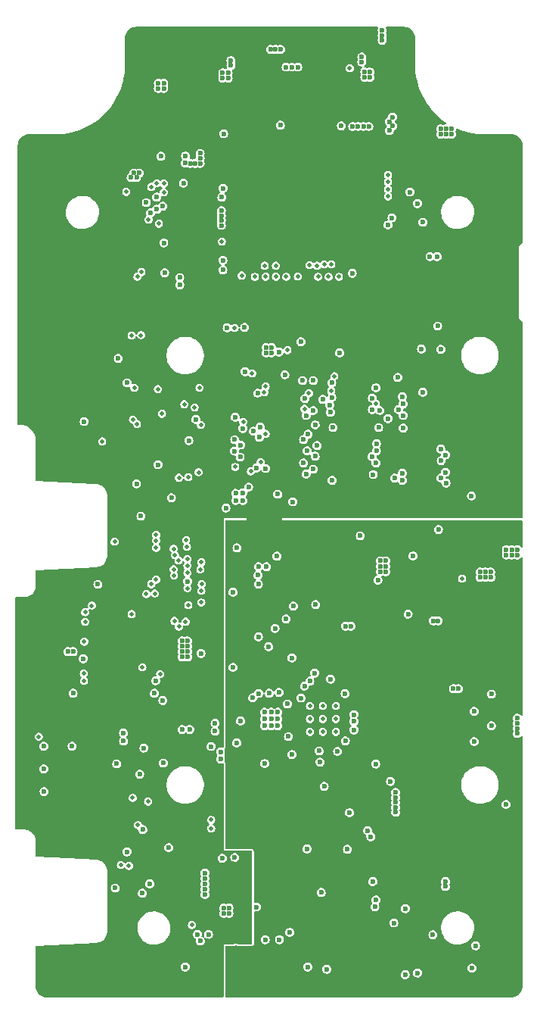
<source format=gbr>
%TF.GenerationSoftware,KiCad,Pcbnew,7.99.0-1.20230926git54171ec.fc37*%
%TF.CreationDate,2023-10-03T14:10:52+01:00*%
%TF.ProjectId,bugg-main-r5,62756767-2d6d-4616-996e-2d72352e6b69,rev?*%
%TF.SameCoordinates,Original*%
%TF.FileFunction,Copper,L2,Inr*%
%TF.FilePolarity,Positive*%
%FSLAX46Y46*%
G04 Gerber Fmt 4.6, Leading zero omitted, Abs format (unit mm)*
G04 Created by KiCad (PCBNEW 7.99.0-1.20230926git54171ec.fc37) date 2023-10-03 14:10:52*
%MOMM*%
%LPD*%
G01*
G04 APERTURE LIST*
%TA.AperFunction,EtchedComponent*%
%ADD10C,0.000000*%
%TD*%
%TA.AperFunction,ComponentPad*%
%ADD11O,1.550000X0.890000*%
%TD*%
%TA.AperFunction,ComponentPad*%
%ADD12O,0.950000X1.250000*%
%TD*%
%TA.AperFunction,Conductor*%
%ADD13C,1.000000*%
%TD*%
%TA.AperFunction,ComponentPad*%
%ADD14C,0.500000*%
%TD*%
%TA.AperFunction,ComponentPad*%
%ADD15C,0.600000*%
%TD*%
%TA.AperFunction,ViaPad*%
%ADD16C,0.500000*%
%TD*%
%TA.AperFunction,ViaPad*%
%ADD17C,0.600000*%
%TD*%
G04 APERTURE END LIST*
D10*
%TA.AperFunction,EtchedComponent*%
%TO.C,NT1*%
G36*
X1350000Y4700000D02*
G01*
X-2650000Y4700000D01*
X-2650000Y6700000D01*
X1350000Y6700000D01*
X1350000Y4700000D01*
G37*
%TD.AperFunction*%
%TD*%
D11*
%TO.N,GND*%
%TO.C,J15*%
X25900000Y28700000D03*
D12*
X23200000Y29700000D03*
X23200000Y34700000D03*
D11*
X25900000Y35700000D03*
%TD*%
D13*
%TO.N,GND*%
%TO.C,NT1*%
X-650000Y6200000D03*
%TO.N,GNDA*%
X-650000Y5200000D03*
%TD*%
D14*
%TO.N,-15V*%
%TO.C,U18*%
X4467462Y-15175000D03*
X4467462Y-16625000D03*
X4467462Y-18075000D03*
X5917462Y-15175000D03*
X5917462Y-16625000D03*
X5917462Y-18075000D03*
X7367462Y-15175000D03*
X7367462Y-16625000D03*
X7367462Y-18075000D03*
%TD*%
%TO.N,GNDA*%
%TO.C,U28*%
X15464286Y-23059762D03*
X16439286Y-23059762D03*
X17414286Y-23059762D03*
X15464286Y-22084762D03*
X16439286Y-22084762D03*
X17414286Y-22084762D03*
X15464286Y-21109762D03*
X16439286Y-21109762D03*
X17414286Y-21109762D03*
%TD*%
D15*
%TO.N,-15V*%
%TO.C,U23*%
X875000Y-17375000D03*
X875000Y-16625000D03*
X875000Y-15875000D03*
X125000Y-17375000D03*
X125000Y-16625000D03*
X125000Y-15875000D03*
X-625000Y-17375000D03*
X-625000Y-16625000D03*
X-625000Y-15875000D03*
%TD*%
D16*
%TO.N,GND*%
X18125000Y44000000D03*
D17*
X-100000Y55500000D03*
X-100000Y54500000D03*
X-2400000Y52825000D03*
X-2400000Y53800000D03*
X-25000Y52725000D03*
D16*
X-4925000Y59175000D03*
X-3925000Y58925000D03*
D17*
X-5950000Y59200000D03*
X-11250000Y58900000D03*
X-11950000Y56975000D03*
X-10025000Y59150000D03*
X-9050000Y59150000D03*
X-11400000Y57350000D03*
X-11850000Y58925000D03*
%TO.N,/Power and input connector/3V7_O*%
X10275000Y57375000D03*
%TO.N,GND*%
X4875000Y53275000D03*
X8350000Y53275000D03*
%TO.N,+3.3VADC*%
X-1400000Y19800000D03*
X19700000Y9750000D03*
X3650000Y21200000D03*
X-450000Y24300000D03*
X14800000Y10050000D03*
X17100000Y19900000D03*
X7800000Y24300000D03*
X12150000Y15950000D03*
X14900000Y17300000D03*
X6950000Y10050000D03*
X11450000Y19250000D03*
X-450000Y24900000D03*
X11450000Y17950000D03*
X11400000Y12700000D03*
X-475000Y11375000D03*
X14900000Y18600000D03*
X5050000Y12750000D03*
X153631Y24896369D03*
X6775000Y-12175000D03*
X150000Y24300000D03*
X850000Y8500000D03*
D16*
%TO.N,/SCL*%
X-7700000Y-3600000D03*
X-14450000Y26275000D03*
X-14900000Y16350000D03*
X-14400000Y33325000D03*
%TO.N,/SDA*%
X-15350000Y16850000D03*
X-15500000Y26250000D03*
X-15500000Y-4900000D03*
X-9150000Y-3900000D03*
X-18800000Y14400000D03*
X-14850000Y32825000D03*
%TO.N,/FSYNC*%
X-12750000Y3950000D03*
X11850000Y18600000D03*
X6850000Y20050000D03*
X-650000Y19900000D03*
X-9300000Y2600000D03*
X-12450000Y38750000D03*
X-12100000Y17500000D03*
%TO.N,/BCLK*%
X-13600000Y39200000D03*
X-12550000Y20250000D03*
X-1050000Y12100000D03*
X-500000Y20550000D03*
X-12900000Y-2600000D03*
X7200000Y21700000D03*
X-500000Y15250000D03*
%TO.N,/SDOUT*%
X-12750000Y2500000D03*
D17*
%TO.N,GND*%
X17650000Y15000000D03*
X15625000Y58325000D03*
X350000Y40300000D03*
X9500000Y38900000D03*
D16*
X22100000Y31850000D03*
D17*
X-12450000Y59381420D03*
X-6625000Y52900000D03*
X6950000Y12750000D03*
X-13450000Y60300000D03*
X9500000Y40350000D03*
D16*
X19250000Y44050000D03*
D17*
X-14200000Y55403621D03*
D16*
X24700000Y48250000D03*
D17*
X-5500000Y-35600000D03*
X4050000Y38900000D03*
X-6350000Y30850000D03*
X-10600000Y58900000D03*
X-10600000Y-42250000D03*
X-10450000Y-1300000D03*
X3750000Y49900000D03*
X19400000Y28700000D03*
X19900000Y24400000D03*
X1900000Y9350000D03*
D16*
X19150000Y46500000D03*
D17*
X-9700000Y41700000D03*
D16*
X6600000Y56000000D03*
D17*
X-3200000Y49875000D03*
X9950000Y21700000D03*
X-17850000Y-37200000D03*
X8950000Y53275000D03*
X2175000Y42150000D03*
X16950000Y52400000D03*
X-7050000Y30850000D03*
X-14200000Y54825000D03*
X15850000Y35500000D03*
X9425000Y50675000D03*
X14300000Y30900000D03*
X1400000Y54000000D03*
D16*
X22050000Y45050000D03*
X24150000Y48250000D03*
X-8000000Y55500000D03*
X-2250000Y58950000D03*
D17*
X-3450000Y-34350000D03*
X4275000Y53275000D03*
X12350000Y50400000D03*
X16950000Y51800000D03*
D16*
X-3000000Y58925000D03*
D17*
X7650000Y40350000D03*
D16*
X18100000Y41600000D03*
D17*
X-9700000Y40300000D03*
X-3450000Y-36150000D03*
X-3275000Y53800000D03*
X-22775000Y-325000D03*
X-6200000Y-43550000D03*
D16*
X21000000Y45050000D03*
D17*
X8400000Y-13800000D03*
X-14300000Y-31250000D03*
D16*
X-7650000Y-4300000D03*
D17*
X-3450000Y-35550000D03*
D16*
X20100000Y43850000D03*
D17*
X5850000Y36000000D03*
D16*
X-13850000Y-100000D03*
X21000000Y46550000D03*
D17*
X-10050000Y33950000D03*
X23300000Y6150000D03*
X-5500000Y-34400000D03*
X15600000Y31600000D03*
X-13150000Y-23850000D03*
D16*
X25800000Y48250000D03*
D17*
X-1475000Y42875000D03*
X15900000Y34000000D03*
X-16125000Y35600000D03*
X11150000Y38900000D03*
X27600000Y20800000D03*
X-6200000Y-42200000D03*
X-20700000Y-29675000D03*
X-14100000Y60300000D03*
D16*
X-17000000Y-400000D03*
X-8000000Y56500000D03*
D17*
X8950000Y16600000D03*
X-400000Y49800000D03*
D16*
X15950000Y44100000D03*
D17*
X-19200000Y-42000000D03*
X-25975000Y-29625000D03*
D16*
X20050000Y46550000D03*
D17*
X5376400Y50086400D03*
X19400000Y7750000D03*
X-10650000Y57375000D03*
X15625000Y59525000D03*
X-11200000Y60400000D03*
X-5950000Y52900000D03*
X5800000Y44975000D03*
X15900000Y33300000D03*
X5850000Y38850000D03*
X12275000Y49100000D03*
X5800000Y37400000D03*
D16*
X20050000Y31850000D03*
X17050000Y47450000D03*
D17*
X6350000Y50550000D03*
D16*
X-6850000Y59300000D03*
D17*
X-6200000Y-44200000D03*
D16*
X23450000Y47250000D03*
D17*
X9500000Y37400000D03*
X-7700000Y50100000D03*
X27600000Y16000000D03*
X5800000Y15000000D03*
X-14600000Y-45150000D03*
X15600000Y32350000D03*
X9425000Y42925000D03*
D16*
X3750000Y16250000D03*
D17*
X-1450000Y38850000D03*
X-1450000Y41800000D03*
X-5450000Y30750000D03*
D16*
X-8000000Y56000000D03*
D17*
X-10750000Y52800000D03*
X-18400000Y-32400000D03*
X13400000Y33900000D03*
X-20100000Y17100000D03*
X-11150000Y-19400000D03*
X-9700000Y41000000D03*
X7650000Y37400000D03*
D16*
X22000000Y46550000D03*
D17*
X2175000Y42875000D03*
X-5500000Y-35000000D03*
X-9450000Y52850000D03*
D16*
X25200000Y43300000D03*
D17*
X11150000Y43250000D03*
D16*
X21900000Y48050000D03*
D17*
X4000000Y44950000D03*
X11225000Y44275000D03*
X11150000Y40400000D03*
X13350000Y37150000D03*
X-1575000Y60100000D03*
D16*
X-15400000Y2550000D03*
D17*
X-1575000Y59000000D03*
X11400000Y15900000D03*
X-4550000Y9300000D03*
X-7050000Y-41450000D03*
D16*
X6600000Y56500000D03*
D17*
X2200000Y36050000D03*
D16*
X-4600000Y33000000D03*
D17*
X-9800000Y50086400D03*
X-14250000Y-37650000D03*
X-18000000Y-3150000D03*
X-8850000Y50086400D03*
X-20850000Y-6850000D03*
X7650000Y38850000D03*
X-1375000Y44950000D03*
X-16500000Y45800000D03*
X400000Y41800000D03*
D16*
X25250000Y48250000D03*
D17*
X-3450000Y-34950000D03*
X-12450000Y56500000D03*
X-14600000Y-22000000D03*
X7600000Y44975000D03*
X13400000Y33250000D03*
X-7950000Y59150000D03*
D16*
X23450000Y44300000D03*
D17*
X15625000Y60125000D03*
X-3275000Y52850000D03*
X-550000Y17150000D03*
X13300000Y34750000D03*
X-19400000Y49600000D03*
X-5400000Y35700000D03*
D16*
X6600000Y55500000D03*
D17*
X8850000Y50675000D03*
X-4956400Y49900000D03*
X-1575000Y59550000D03*
X-12300000Y-34825000D03*
X-25700000Y-45650000D03*
X-25550000Y-3350000D03*
X-3450000Y-33750000D03*
X-4350000Y6100000D03*
X27600000Y11000000D03*
X20650000Y6100000D03*
X-5500000Y-36200000D03*
X-10750000Y50050000D03*
X-4000000Y15900000D03*
X15625000Y58925000D03*
X2475000Y6175000D03*
D16*
X24100000Y43300000D03*
D17*
X-5350000Y52900000D03*
X5825000Y42925000D03*
X7900000Y7150000D03*
X1350000Y53350000D03*
X-8750000Y-31900000D03*
X-1975000Y50950000D03*
X7625000Y42925000D03*
X-14750000Y60300000D03*
X350000Y44975000D03*
X23350000Y8300000D03*
X13300000Y35350000D03*
X-16500000Y45225000D03*
X-13600000Y53200000D03*
X8500000Y7150000D03*
X-1975000Y49825000D03*
X-19200000Y-7400000D03*
X-1450000Y40300000D03*
D16*
X-16000000Y-9550000D03*
D17*
X10850000Y33800000D03*
X-15050000Y33600000D03*
X14900000Y30900000D03*
X5850000Y40300000D03*
D16*
X-20900000Y-10750000D03*
X25750000Y43300000D03*
D17*
X-7500000Y32050000D03*
D16*
X24650000Y43300000D03*
D17*
X-14850000Y55400000D03*
X4050000Y37400000D03*
X4000000Y36000000D03*
X-24050000Y-600000D03*
%TO.N,+3V3*%
X-22050000Y-13750000D03*
X-17000000Y23675000D03*
X-7750000Y-9300000D03*
X-22050000Y-9100000D03*
X-11350000Y-31000000D03*
X-12225000Y46275000D03*
X-14250000Y-29000000D03*
X-20800000Y16625000D03*
X-14450000Y6050000D03*
X-22650000Y-9100000D03*
X-2800000Y22200000D03*
X-19275000Y-1575000D03*
X-12000000Y-14550000D03*
%TO.N,/Power and input connector/Vin*%
X13700000Y50650000D03*
X1175000Y58225000D03*
X13350000Y50150000D03*
X75000Y58225000D03*
X12550000Y60350000D03*
X625000Y58225000D03*
X13350000Y49150000D03*
X13700000Y49650000D03*
X12550000Y59250000D03*
X12550000Y59800000D03*
D16*
%TO.N,/Modem/UIM_SIM_DET*%
X-5400000Y36750000D03*
X-3975000Y27075000D03*
D17*
%TO.N,/Modem/UIM_VCC*%
X-25300000Y-24739600D03*
X-5550000Y-20300000D03*
D16*
X-13650000Y-25850000D03*
X13206594Y41793406D03*
D17*
X-9000000Y-17800000D03*
X-14600000Y-22800000D03*
%TO.N,/Power and input connector/5V_O*%
X-4375000Y56975000D03*
X-4375000Y56425000D03*
X-5200000Y48800000D03*
%TO.N,/Modem/UIM_RESET_N*%
X-6600000Y-19700000D03*
X-25325000Y-22200000D03*
X-14125000Y-19875000D03*
D16*
X13200000Y44200000D03*
D17*
%TO.N,/Modem/UIM_CLK_R*%
X-16400000Y-19100000D03*
X-25325000Y-19659600D03*
%TO.N,/Power and input connector/VIN_DCDC_3V7*%
X10600000Y55100000D03*
X2450000Y56250000D03*
X1800000Y56250000D03*
X11150000Y55100000D03*
X10600000Y55700000D03*
X3100000Y56250000D03*
X11150000Y55700000D03*
D16*
%TO.N,/SD_DAT2*%
X-9400000Y3350000D03*
X-20830000Y-12370000D03*
%TO.N,/SD_DAT3*%
X-9250000Y-2000000D03*
X-20850000Y-11550000D03*
D17*
%TO.N,/SD_CMD*%
X-20900000Y-9900000D03*
D16*
X-13850000Y-2650000D03*
%TO.N,/SD_CLK*%
X-20800000Y-8000000D03*
D17*
X-9250000Y-1250000D03*
D16*
%TO.N,/SD_DAT0*%
X-13300000Y-1550000D03*
X-20700000Y-5750000D03*
%TO.N,/SD_DAT1*%
X-12750000Y-1050000D03*
X-20700000Y-4670000D03*
%TO.N,/SD_nDET*%
X-19950000Y-3950000D03*
X-7700000Y-2300000D03*
D17*
%TO.N,/LED driver\u002C LED board connections/LED3_B*%
X-12700000Y40350000D03*
%TO.N,VBUS*%
X-14950000Y43900000D03*
X-4600000Y-37750000D03*
X-5200000Y-38350000D03*
X-4600000Y-38350000D03*
X-15250000Y44400000D03*
X-11050000Y8100000D03*
X-5350000Y-32200000D03*
X10925000Y-29125000D03*
X-15550000Y43900000D03*
X-14650000Y44400000D03*
X18850000Y4550000D03*
X-13475000Y-35050000D03*
X-5200000Y-37750000D03*
X2550000Y7650000D03*
%TO.N,/USB_OTG_ID*%
X22550000Y8300000D03*
X19115000Y24700000D03*
X16950000Y24725000D03*
%TO.N,/Power and input connector/VIN_DCDC_5*%
X-4700000Y55600000D03*
X-4700000Y55000000D03*
X-11900000Y53850000D03*
X-12500000Y53850000D03*
X-5300000Y55600000D03*
X-5300000Y55000000D03*
X-12500000Y54450000D03*
X-11900000Y54450000D03*
D16*
%TO.N,/RXD*%
X-10200000Y-6300000D03*
X-14800000Y-28500000D03*
X-6600000Y-28850000D03*
%TO.N,/TXD*%
X-15375000Y-25450000D03*
X-10700000Y-5650000D03*
X-6600000Y-27900000D03*
D17*
%TO.N,/LED driver\u002C LED board connections/LED3_G*%
X-12000000Y40700000D03*
%TO.N,/nPWR_LED*%
X-13850000Y41100000D03*
X-17325000Y-35525000D03*
%TO.N,/LED driver\u002C LED board connections/LED2_B*%
X-12700000Y41700000D03*
D16*
%TO.N,/LED driver\u002C LED board connections/LED2_G*%
X-11900000Y42250000D03*
%TO.N,/LED driver\u002C LED board connections/LED2_R*%
X-13300000Y42850000D03*
%TO.N,/LED driver\u002C LED board connections/LED1_B*%
X-16100000Y42300000D03*
X-11900000Y43250000D03*
%TO.N,/LED driver\u002C LED board connections/LED1_G*%
X-12700000Y43250000D03*
D17*
%TO.N,/LED driver\u002C LED board connections/LED1_R*%
X-9700000Y43275000D03*
%TO.N,+5V*%
X14050000Y-24850000D03*
X2450000Y-9800000D03*
X-9100000Y14500000D03*
X-9850000Y-8500000D03*
X-8935000Y45480000D03*
X14050000Y-25950000D03*
X27675000Y-16525000D03*
X27050000Y2300000D03*
X-9850000Y-9100000D03*
X-9460000Y46305000D03*
X-9250000Y-7900000D03*
X10100000Y3850000D03*
X-7825000Y46050000D03*
X27675000Y-18250000D03*
X-11800000Y33250000D03*
X27675000Y-17675000D03*
X27650000Y2300000D03*
X-9850000Y-7900000D03*
X-8385000Y45480000D03*
X26450000Y2300000D03*
X-9850000Y-9700000D03*
X27050000Y1700000D03*
X-9250000Y-9100000D03*
X27650000Y1700000D03*
X-7835000Y46600000D03*
X27675000Y-17100000D03*
X26450000Y1700000D03*
X-9250000Y-8500000D03*
X-9485000Y45505000D03*
X14050000Y-27050000D03*
X-11900000Y36600000D03*
X14050000Y-25400000D03*
X-9250000Y-9700000D03*
X-7835000Y45480000D03*
X14050000Y-26500000D03*
%TO.N,/USB_UART_DN*%
X-8150000Y-40700000D03*
%TO.N,/USB_UART_DP*%
X-6900000Y-40700000D03*
D16*
%TO.N,/POWER_ON_N*%
X-7700000Y900000D03*
X-3000000Y16600000D03*
X-7750000Y16250000D03*
%TO.N,/RESET_IN_N*%
X-2150000Y11050000D03*
X-9150000Y10400000D03*
X-9250000Y1250000D03*
%TO.N,/BOOT_MODE*%
X-8000000Y10950000D03*
X-3900000Y11550000D03*
X-9250000Y-300000D03*
%TO.N,/WAKE*%
X-2000000Y22000000D03*
X1950000Y24600000D03*
D17*
%TO.N,GNDA*%
X3750000Y-43075000D03*
X12500000Y-5500000D03*
X12525000Y-10900000D03*
X27050000Y-28050000D03*
X11225000Y-17475000D03*
X18425000Y-17325000D03*
X-3275000Y-44400000D03*
X11225000Y-18075000D03*
X27075000Y-33450000D03*
X11800000Y-24800000D03*
X27075000Y-34625000D03*
X27050000Y-30450000D03*
X12500000Y-6100000D03*
X-3650000Y5250000D03*
X12525000Y-11500000D03*
X12500000Y-7300000D03*
X-3275000Y-43500000D03*
X18500000Y-33400000D03*
X11225000Y-18675000D03*
X11225000Y-16275000D03*
X18900000Y-15875000D03*
X15075000Y-31875000D03*
X19450000Y-1750000D03*
X4900000Y-34750000D03*
X21350000Y-5825000D03*
X8675000Y-9725000D03*
X1450000Y-7450000D03*
X-4550000Y-1600000D03*
X10700000Y-27425000D03*
X16450000Y-25550000D03*
X25125000Y-30200000D03*
X27100000Y5000000D03*
X7825000Y-31000000D03*
X12525000Y-9700000D03*
X10700000Y-26225000D03*
X7725000Y-21325000D03*
X10578849Y-8870138D03*
X1900000Y-3350000D03*
X9300000Y-21925000D03*
X10700000Y-25025000D03*
X2475000Y5225000D03*
X25025000Y-27250000D03*
X15625000Y-46350000D03*
X3900000Y-10350000D03*
X12525000Y-9100000D03*
X25800000Y-26700000D03*
X12500000Y-6700000D03*
X4900000Y-34200000D03*
X23400000Y-43200000D03*
X15900000Y-43650000D03*
X27075000Y-32850000D03*
X19450000Y-3550000D03*
X4350000Y-34750000D03*
X24650000Y-5250000D03*
X27050000Y-29250000D03*
X12725000Y-2500000D03*
X11775000Y-14475000D03*
X19450000Y-2950000D03*
X19250000Y5250000D03*
X18300000Y-15875000D03*
X24650000Y-4650000D03*
X12725000Y-1900000D03*
X6250000Y-19900000D03*
X6925000Y-21150000D03*
X3000000Y-26500000D03*
X18500000Y-32850000D03*
X-2200000Y2150000D03*
X27075000Y-35225000D03*
X1550000Y-1350000D03*
X12525000Y-13875000D03*
X10700000Y-25625000D03*
X23800000Y-39075000D03*
X27075000Y-32250000D03*
X19425000Y-15475000D03*
X12525000Y-12675000D03*
X12525000Y-12100000D03*
X17950000Y-32850000D03*
D16*
X19425000Y-14275000D03*
D17*
X19450000Y-2350000D03*
X11850000Y-31450000D03*
X27050000Y-29850000D03*
X-4650000Y-18550000D03*
X12525000Y-10300000D03*
X12700000Y-37550000D03*
X18500000Y-20275000D03*
X4350000Y-34200000D03*
D16*
X19425000Y-13700000D03*
D17*
X19425000Y-14875000D03*
X20775000Y-42800000D03*
X11800000Y-24200000D03*
X13500000Y5250000D03*
X27050000Y-28650000D03*
X-3850000Y-42250000D03*
X17000000Y-25000000D03*
X17000000Y-25550000D03*
X12725000Y-3100000D03*
X19325000Y-17325000D03*
X10700000Y-28025000D03*
X8050000Y-34750000D03*
X18100000Y-43400000D03*
X10700000Y-26825000D03*
X15075000Y-32450000D03*
X11225000Y-16875000D03*
X16450000Y-25000000D03*
X12500000Y-7900000D03*
X400000Y-28300000D03*
X7000000Y5250000D03*
X-4150000Y-8200000D03*
X12525000Y-13275000D03*
X15575000Y-34900000D03*
X-4650000Y-22625000D03*
X11775000Y-15075000D03*
X21300000Y-10700000D03*
X12500000Y-8500000D03*
X27075000Y-31050000D03*
X21300000Y-10100000D03*
X27075000Y-31650000D03*
X5200000Y-28000000D03*
X27075000Y-34050000D03*
X6950000Y550000D03*
X27050000Y-27450000D03*
X17950000Y-33400000D03*
X27075000Y-35825000D03*
X21350000Y-5225000D03*
X12175000Y-3100000D03*
X-4400000Y350000D03*
%TO.N,/MIC_IN_P*%
X6350000Y-44600000D03*
X2200000Y-40475000D03*
X-550000Y-41300000D03*
D16*
%TO.N,/WAKE_ON_WWAN*%
X3850000Y18050000D03*
X-10650000Y1700000D03*
X-8450000Y18200000D03*
%TO.N,/TX_ON*%
X4350000Y19800000D03*
X-10800000Y2400000D03*
X-9600000Y18550000D03*
D17*
%TO.N,/Modem/1V8_TX_ON*%
X-5400000Y41700000D03*
X4850000Y21200000D03*
%TO.N,/Modem/1V8_WAKE_ON_WWAN*%
X5900000Y19100000D03*
X15650000Y42275000D03*
%TO.N,/Modem/1V8_WAKE*%
X3450000Y25550000D03*
D16*
X4400000Y34100000D03*
D17*
%TO.N,/Modem/1V8_BOOT_MODE*%
X5250000Y13950000D03*
X1150000Y49750000D03*
D16*
%TO.N,/Modem/1V8_RESET_IN_N*%
X5250000Y34050000D03*
D17*
X4850000Y11300000D03*
%TO.N,/Modem/1V8_POWER_ON_N*%
X4850000Y17850000D03*
X-5250000Y42700000D03*
%TO.N,Net-(D1-K)*%
X-14300000Y-36100000D03*
X-16025000Y-31475000D03*
D16*
%TO.N,/MODEM_USB_DN*%
X6050000Y34200000D03*
D17*
X18700000Y35050000D03*
D16*
%TO.N,/MODEM_USB_DP*%
X6850000Y34200000D03*
D17*
X17900000Y35050000D03*
%TO.N,Net-(D3-K)*%
X-9500000Y-44350000D03*
X1650000Y21850000D03*
X-16000000Y20950000D03*
%TO.N,+3V7*%
X9200000Y33200000D03*
X11050000Y49600000D03*
X9250000Y49600000D03*
X9850000Y49600000D03*
X-5450000Y39100000D03*
X10450000Y49600000D03*
X-5450000Y40200000D03*
X-5450000Y38550000D03*
X-5450000Y39650000D03*
D16*
%TO.N,/Modem/UIM_CLK*%
X13200000Y42600000D03*
D17*
X-6150000Y-17100000D03*
%TO.N,/GLOBAL_EN_o*%
X-12800000Y-12350000D03*
X-14950000Y9650000D03*
D16*
%TO.N,/nRPIBOOT*%
X-14300000Y-10850000D03*
X-15200000Y20400000D03*
D17*
X18750000Y27300000D03*
D16*
%TO.N,/3V7_EN*%
X-10800000Y100000D03*
X8925000Y56125000D03*
D17*
%TO.N,/Power and input connector/3V7_O*%
X10275000Y56800000D03*
X7975000Y49675000D03*
%TO.N,/Power and input connector/3.3VA_O*%
X22850000Y-19150000D03*
%TO.N,/Power and input connector/1V8_O*%
X22850000Y-15775000D03*
D16*
%TO.N,/nPWR_LED_BUF*%
X-25900000Y-18600000D03*
X-15800000Y-33050000D03*
X-12300000Y-11600000D03*
D17*
%TO.N,/MIC_IN_N*%
X4225000Y-44350000D03*
X1050000Y-41300000D03*
%TO.N,Net-(Module1A-RUN_PG)*%
X-12950000Y-13750000D03*
D16*
%TO.N,Net-(U7-UART1_TX)*%
X-600000Y34050000D03*
D17*
X-10109200Y32715200D03*
X-5283200Y34645600D03*
%TO.N,Net-(U7-UART1_RX)*%
X-10109200Y31902400D03*
D16*
X650000Y34050000D03*
D17*
X-5283200Y33578800D03*
%TO.N,Net-(U7-SYS_CLK)*%
X13200000Y38600000D03*
X17100000Y38900000D03*
%TO.N,Net-(U7-SLEEP_CLK)*%
X16500000Y41000000D03*
X13650000Y39400000D03*
%TO.N,/Modem/UIM_DATA*%
X-22150000Y-19659600D03*
D16*
X13200000Y43412246D03*
D17*
X-16400000Y-18200000D03*
X-6150000Y-18000000D03*
%TO.N,Net-(U18A-SOUT2)*%
X4150000Y-31150000D03*
X6050000Y-24150000D03*
%TO.N,Net-(U18A-SOUT1)*%
X5500000Y-20200000D03*
X5600000Y-21450000D03*
%TO.N,+15V*%
X7550000Y-20250000D03*
X-1550000Y-37650000D03*
X550000Y-6500000D03*
X19625000Y-35350000D03*
X5100000Y-3850000D03*
X-100000Y-13750000D03*
X19625000Y-34800000D03*
X11850000Y-36850000D03*
%TO.N,-15V*%
X-3950000Y-32100000D03*
X8425000Y-19075000D03*
X1800000Y-5450000D03*
X18825000Y-5650000D03*
X11500000Y-34800000D03*
X-3300000Y-16850000D03*
X18275000Y-5650000D03*
X-4150000Y-10850000D03*
%TO.N,Net-(U27-IN+)*%
X-400000Y400000D03*
X-1350000Y-550000D03*
%TO.N,Net-(U27-IN-)*%
X-3700000Y2500000D03*
X-1300000Y400000D03*
%TO.N,+1V8*%
X770000Y1575000D03*
X20525000Y-13250000D03*
X21075000Y-13250000D03*
%TO.N,+48V*%
X8900000Y-27100000D03*
X5725000Y-36025000D03*
X8475000Y-6250000D03*
X9050000Y-6250000D03*
%TO.N,/Power and input connector/BSW*%
X11275000Y-29800000D03*
X13475000Y-23600000D03*
%TO.N,Net-(C71-Pad2)*%
X-150000Y-8550000D03*
X-1300000Y-7450000D03*
X-1300000Y-1550000D03*
%TO.N,Net-(D14-A)*%
X-3750000Y-19300000D03*
X1000000Y-13650000D03*
%TO.N,/SDOUT_INT_MIC*%
X-12550000Y11800000D03*
X-13400000Y39950000D03*
%TO.N,+5VA*%
X2600000Y-4000000D03*
X-4150000Y-2450000D03*
%TO.N,/EXT_MIC_EN*%
X1000000Y24400000D03*
X24775000Y-13850000D03*
D16*
X-10250000Y1100000D03*
D17*
X-4800000Y27100000D03*
X24775000Y-17375000D03*
X11825000Y-21650000D03*
X-3050000Y8650000D03*
D16*
X-10200000Y10350000D03*
%TO.N,/SPI_SCLK*%
X-7800000Y100000D03*
%TO.N,/SPI_nCS*%
X-10750000Y-600000D03*
%TO.N,/SPI_MOSI*%
X-7650000Y-1550000D03*
D17*
%TO.N,Net-(Q14-D)*%
X8650000Y-31200000D03*
X11725000Y-37624064D03*
%TO.N,/External Microphone Interface/PIP_EN*%
X9375000Y-16150000D03*
X18225000Y-40750000D03*
%TO.N,/External Microphone Interface/P3V3_EN*%
X16500000Y-45025000D03*
X23000000Y-41975000D03*
X15150000Y-37825000D03*
X9375000Y-16900000D03*
%TO.N,Net-(U18A-IN1)*%
X2450000Y-20600000D03*
X2062500Y-18587500D03*
X-1275000Y-13775000D03*
%TO.N,Net-(U18A-IN2)*%
X1950000Y-14950000D03*
X-600000Y-21600000D03*
X-1950000Y-14250000D03*
%TO.N,/External Microphone Interface/CNV*%
X14300000Y21550000D03*
X13950000Y10300000D03*
X-2400000Y9300000D03*
%TO.N,/External Microphone Interface/SCK*%
X-1500000Y11450000D03*
X-3900000Y17100000D03*
%TO.N,/External Microphone Interface/AMP_MOSI*%
X-3050000Y7800000D03*
X5000000Y-11500000D03*
%TO.N,/External Microphone Interface/AMP_SCLK*%
X4450000Y-12400000D03*
X-3850000Y7800000D03*
%TO.N,/External Microphone Interface/AMP_nCS*%
X-3850000Y8600000D03*
X3850000Y-12950000D03*
%TO.N,/External Microphone Interface/Q0*%
X19116421Y10316421D03*
X-3350000Y12650000D03*
X11550000Y10700000D03*
X4050000Y10750000D03*
%TO.N,/External Microphone Interface/Q1*%
X-3975000Y13325000D03*
X11850000Y12000000D03*
X19650000Y10950000D03*
X3750000Y12000000D03*
%TO.N,/External Microphone Interface/Q2*%
X-3300000Y14000000D03*
X19150000Y12250000D03*
X11900000Y13350000D03*
X4150000Y13350000D03*
%TO.N,/External Microphone Interface/Q3*%
X3750000Y14600000D03*
X19650000Y12900000D03*
X-3950000Y14600000D03*
X11900000Y14150000D03*
%TO.N,/External Microphone Interface/Q4*%
X14900000Y15900000D03*
X7050000Y15950000D03*
X-1200000Y14850000D03*
X4250000Y15200000D03*
X-8300000Y16850000D03*
X5050000Y16250000D03*
%TO.N,/External Microphone Interface/CLK_H*%
X-1100000Y16000000D03*
X19100000Y13550000D03*
%TO.N,/External Microphone Interface/RST*%
X11850000Y20400000D03*
X13200000Y16950000D03*
X-1850000Y15550000D03*
%TO.N,/External Microphone Interface/!Qeq2*%
X6675000Y18475000D03*
X3900000Y19200000D03*
%TO.N,/External Microphone Interface/!Qeq10*%
X14400000Y17950000D03*
X14800000Y10850000D03*
%TO.N,/External Microphone Interface/Qeq2*%
X6900000Y20950000D03*
X6750000Y17650000D03*
X14800000Y19400000D03*
%TO.N,/External Microphone Interface/AMP_RST*%
X-3050000Y15850000D03*
X3467462Y-14282538D03*
X-4950000Y6950000D03*
X4050000Y17300000D03*
%TO.N,Net-(U19A-~{R})*%
X12300000Y17850000D03*
X6900000Y19300000D03*
D16*
%TO.N,/SHDNZ*%
X-9250000Y500000D03*
X-7900000Y20400000D03*
%TO.N,/LED_ACT*%
X-16700000Y-32950000D03*
X-17400000Y3200000D03*
X-12750000Y3300000D03*
%TO.N,/LED_USER*%
X-9450000Y-5750000D03*
X-8750000Y-39650000D03*
D17*
%TO.N,/Power and input connector/LT_VIN*%
X24700000Y-800000D03*
X12350000Y450000D03*
X24100000Y-200000D03*
X12350000Y1050000D03*
X12350000Y-150000D03*
X24700000Y-200000D03*
X12950000Y1050000D03*
X23500000Y-800000D03*
X23500000Y-200000D03*
X12950000Y-150000D03*
X12950000Y450000D03*
X24100000Y-800000D03*
%TO.N,/Power and input connector/LT_VOUT*%
X15450000Y-4900000D03*
X16000000Y1600000D03*
%TO.N,/Modem/UIM_DSW*%
X-5550000Y-21100000D03*
X-17170400Y-21640800D03*
X-11950000Y-21550000D03*
X-9850000Y-17800000D03*
X-2850000Y27150000D03*
D16*
%TO.N,/Modem/J1*%
X-3170000Y32950000D03*
%TO.N,/Modem/J2*%
X-1700000Y32800000D03*
%TO.N,/Modem/J3*%
X-510000Y32810000D03*
%TO.N,/Modem/J4*%
X650000Y32820000D03*
%TO.N,/Modem/J5*%
X1810000Y32800000D03*
%TO.N,/Modem/J6*%
X3100000Y32830000D03*
%TO.N,/Modem/J7*%
X5380000Y32800000D03*
%TO.N,/Modem/J8*%
X6550000Y32800000D03*
%TO.N,/Modem/J9*%
X7700000Y32800000D03*
D17*
%TO.N,IN_VIN*%
X-7300000Y-36250000D03*
X-7300000Y-33850000D03*
X-7300000Y-35050000D03*
X19700000Y48750000D03*
X-7300000Y-34450000D03*
X20300000Y49350000D03*
X20300000Y48750000D03*
X19700000Y49350000D03*
X-7800000Y-41450000D03*
X-7300000Y-35650000D03*
X19100000Y49350000D03*
X19100000Y48750000D03*
%TO.N,/External Microphone Interface/P3V3_DISABLE*%
X26425000Y-26175000D03*
%TO.N,/48V_EN*%
X9400000Y-17850000D03*
X15125000Y-45200000D03*
X12075000Y-1100000D03*
X22600000Y-44475000D03*
X13850000Y-39425000D03*
D16*
X21500000Y-950000D03*
%TD*%
%TA.AperFunction,Conductor*%
%TO.N,GNDA*%
G36*
X-261460Y5594500D02*
G01*
X-261454Y5594500D01*
X-261447Y5594500D01*
X28150500Y5594500D01*
X28208691Y5575593D01*
X28244655Y5526093D01*
X28249500Y5495500D01*
X28249500Y2637853D01*
X28230593Y2579662D01*
X28181093Y2543698D01*
X28119907Y2543698D01*
X28075680Y2573022D01*
X28075378Y2573371D01*
X28075377Y2573373D01*
X27981128Y2682143D01*
X27860053Y2759953D01*
X27721961Y2800500D01*
X27578039Y2800500D01*
X27578036Y2800499D01*
X27578035Y2800499D01*
X27576220Y2799966D01*
X27439947Y2759953D01*
X27403522Y2736544D01*
X27344350Y2720989D01*
X27296477Y2736544D01*
X27260053Y2759953D01*
X27121961Y2800500D01*
X26978039Y2800500D01*
X26978036Y2800499D01*
X26978035Y2800499D01*
X26976220Y2799966D01*
X26839947Y2759953D01*
X26803522Y2736544D01*
X26744350Y2720989D01*
X26696477Y2736544D01*
X26660053Y2759953D01*
X26521961Y2800500D01*
X26378039Y2800500D01*
X26378036Y2800499D01*
X26378035Y2800499D01*
X26376220Y2799966D01*
X26239947Y2759953D01*
X26239944Y2759951D01*
X26239942Y2759950D01*
X26118873Y2682144D01*
X26118872Y2682143D01*
X26024623Y2573373D01*
X26024622Y2573371D01*
X25964834Y2442456D01*
X25944353Y2300002D01*
X25944353Y2299997D01*
X25964833Y2157545D01*
X26018001Y2041126D01*
X26024975Y1980340D01*
X26018001Y1958874D01*
X25964833Y1842454D01*
X25944353Y1700002D01*
X25944353Y1699997D01*
X25964834Y1557543D01*
X26024622Y1426628D01*
X26118873Y1317855D01*
X26239942Y1240049D01*
X26239949Y1240046D01*
X26378035Y1199500D01*
X26378039Y1199500D01*
X26521964Y1199500D01*
X26660050Y1240046D01*
X26660056Y1240048D01*
X26696478Y1263455D01*
X26755653Y1279008D01*
X26803522Y1263455D01*
X26839943Y1240048D01*
X26839949Y1240046D01*
X26978035Y1199500D01*
X26978039Y1199500D01*
X27121964Y1199500D01*
X27260050Y1240046D01*
X27260056Y1240048D01*
X27296478Y1263455D01*
X27355653Y1279008D01*
X27403522Y1263455D01*
X27439943Y1240048D01*
X27439949Y1240046D01*
X27578035Y1199500D01*
X27578039Y1199500D01*
X27721964Y1199500D01*
X27860050Y1240046D01*
X27860053Y1240047D01*
X27860055Y1240048D01*
X27860057Y1240049D01*
X27981127Y1317856D01*
X27981129Y1317858D01*
X28075681Y1426977D01*
X28128076Y1458573D01*
X28189037Y1453337D01*
X28235278Y1413270D01*
X28249500Y1362146D01*
X28249500Y-16158294D01*
X28230593Y-16216485D01*
X28181093Y-16252449D01*
X28119907Y-16252449D01*
X28075681Y-16223125D01*
X28006129Y-16142858D01*
X28006127Y-16142856D01*
X27885057Y-16065049D01*
X27885054Y-16065047D01*
X27885053Y-16065047D01*
X27885050Y-16065046D01*
X27746964Y-16024500D01*
X27746961Y-16024500D01*
X27603039Y-16024500D01*
X27603035Y-16024500D01*
X27464949Y-16065046D01*
X27464942Y-16065049D01*
X27343873Y-16142855D01*
X27249622Y-16251628D01*
X27189834Y-16382543D01*
X27169353Y-16524997D01*
X27169353Y-16525002D01*
X27189834Y-16667456D01*
X27237292Y-16771373D01*
X27244267Y-16832160D01*
X27237292Y-16853627D01*
X27189834Y-16957543D01*
X27169353Y-17099997D01*
X27169353Y-17100002D01*
X27189834Y-17242456D01*
X27237292Y-17346373D01*
X27244267Y-17407160D01*
X27237292Y-17428627D01*
X27189834Y-17532543D01*
X27169353Y-17674997D01*
X27169353Y-17675002D01*
X27189834Y-17817456D01*
X27237292Y-17921373D01*
X27244267Y-17982160D01*
X27237292Y-18003627D01*
X27189834Y-18107543D01*
X27169353Y-18249997D01*
X27169353Y-18250002D01*
X27189834Y-18392456D01*
X27249622Y-18523371D01*
X27249623Y-18523373D01*
X27329060Y-18615049D01*
X27343873Y-18632144D01*
X27438342Y-18692855D01*
X27464947Y-18709953D01*
X27546225Y-18733818D01*
X27603035Y-18750499D01*
X27603036Y-18750499D01*
X27603039Y-18750500D01*
X27603041Y-18750500D01*
X27746959Y-18750500D01*
X27746961Y-18750500D01*
X27885053Y-18709953D01*
X28006128Y-18632143D01*
X28075681Y-18551872D01*
X28128076Y-18520278D01*
X28189037Y-18525513D01*
X28235278Y-18565581D01*
X28249500Y-18616705D01*
X28249500Y-46498052D01*
X28249347Y-46501937D01*
X28234728Y-46687695D01*
X28232298Y-46703039D01*
X28190163Y-46878542D01*
X28185362Y-46893316D01*
X28116293Y-47060065D01*
X28109240Y-47073908D01*
X28014938Y-47227794D01*
X28005807Y-47240361D01*
X27888590Y-47377605D01*
X27877605Y-47388590D01*
X27740361Y-47505807D01*
X27727794Y-47514938D01*
X27573908Y-47609240D01*
X27560065Y-47616293D01*
X27393316Y-47685362D01*
X27378542Y-47690163D01*
X27203039Y-47732298D01*
X27187696Y-47734728D01*
X27001938Y-47749347D01*
X26998053Y-47749500D01*
X-4895500Y-47749500D01*
X-4953691Y-47730593D01*
X-4989655Y-47681093D01*
X-4994500Y-47650500D01*
X-4994500Y-45200002D01*
X14619353Y-45200002D01*
X14639834Y-45342456D01*
X14669376Y-45407143D01*
X14699623Y-45473373D01*
X14744791Y-45525500D01*
X14793873Y-45582144D01*
X14914942Y-45659950D01*
X14914947Y-45659953D01*
X15021403Y-45691211D01*
X15053035Y-45700499D01*
X15053036Y-45700499D01*
X15053039Y-45700500D01*
X15053041Y-45700500D01*
X15196959Y-45700500D01*
X15196961Y-45700500D01*
X15335053Y-45659953D01*
X15456128Y-45582143D01*
X15550377Y-45473373D01*
X15610165Y-45342457D01*
X15630647Y-45200000D01*
X15610165Y-45057543D01*
X15595304Y-45025002D01*
X15994353Y-45025002D01*
X16014834Y-45167456D01*
X16029697Y-45200000D01*
X16074623Y-45298373D01*
X16112821Y-45342456D01*
X16168873Y-45407144D01*
X16271925Y-45473371D01*
X16289947Y-45484953D01*
X16396403Y-45516211D01*
X16428035Y-45525499D01*
X16428036Y-45525499D01*
X16428039Y-45525500D01*
X16428041Y-45525500D01*
X16571959Y-45525500D01*
X16571961Y-45525500D01*
X16710053Y-45484953D01*
X16831128Y-45407143D01*
X16925377Y-45298373D01*
X16985165Y-45167457D01*
X17005647Y-45025000D01*
X16999485Y-44982144D01*
X16985165Y-44882543D01*
X16980976Y-44873371D01*
X16925377Y-44751627D01*
X16831128Y-44642857D01*
X16831127Y-44642856D01*
X16831126Y-44642855D01*
X16710057Y-44565049D01*
X16710054Y-44565047D01*
X16710053Y-44565047D01*
X16710050Y-44565046D01*
X16571964Y-44524500D01*
X16571961Y-44524500D01*
X16428039Y-44524500D01*
X16428035Y-44524500D01*
X16289949Y-44565046D01*
X16289942Y-44565049D01*
X16168873Y-44642855D01*
X16074622Y-44751628D01*
X16014834Y-44882543D01*
X15994353Y-45024997D01*
X15994353Y-45025002D01*
X15595304Y-45025002D01*
X15550377Y-44926627D01*
X15456128Y-44817857D01*
X15456127Y-44817856D01*
X15456126Y-44817855D01*
X15335057Y-44740049D01*
X15335054Y-44740047D01*
X15335053Y-44740047D01*
X15308138Y-44732144D01*
X15196964Y-44699500D01*
X15196961Y-44699500D01*
X15053039Y-44699500D01*
X15053035Y-44699500D01*
X14914949Y-44740046D01*
X14914942Y-44740049D01*
X14793873Y-44817855D01*
X14699622Y-44926628D01*
X14639834Y-45057543D01*
X14619353Y-45199997D01*
X14619353Y-45200002D01*
X-4994500Y-45200002D01*
X-4994500Y-44350002D01*
X3719353Y-44350002D01*
X3739834Y-44492456D01*
X3772986Y-44565047D01*
X3799623Y-44623373D01*
X3865587Y-44699500D01*
X3893873Y-44732144D01*
X3924191Y-44751628D01*
X4014947Y-44809953D01*
X4121403Y-44841211D01*
X4153035Y-44850499D01*
X4153036Y-44850499D01*
X4153039Y-44850500D01*
X4153041Y-44850500D01*
X4296959Y-44850500D01*
X4296961Y-44850500D01*
X4435053Y-44809953D01*
X4556128Y-44732143D01*
X4650377Y-44623373D01*
X4661050Y-44600002D01*
X5844353Y-44600002D01*
X5864834Y-44742456D01*
X5899268Y-44817855D01*
X5924623Y-44873373D01*
X5977982Y-44934953D01*
X6018873Y-44982144D01*
X6085554Y-45024997D01*
X6139947Y-45059953D01*
X6246403Y-45091211D01*
X6278035Y-45100499D01*
X6278036Y-45100499D01*
X6278039Y-45100500D01*
X6278041Y-45100500D01*
X6421959Y-45100500D01*
X6421961Y-45100500D01*
X6560053Y-45059953D01*
X6681128Y-44982143D01*
X6775377Y-44873373D01*
X6835165Y-44742457D01*
X6849485Y-44642857D01*
X6855647Y-44600002D01*
X6855647Y-44599997D01*
X6837675Y-44475002D01*
X22094353Y-44475002D01*
X22114834Y-44617456D01*
X22171921Y-44742456D01*
X22174623Y-44748373D01*
X22227982Y-44809953D01*
X22268873Y-44857144D01*
X22294123Y-44873371D01*
X22389947Y-44934953D01*
X22496403Y-44966211D01*
X22528035Y-44975499D01*
X22528036Y-44975499D01*
X22528039Y-44975500D01*
X22528041Y-44975500D01*
X22671959Y-44975500D01*
X22671961Y-44975500D01*
X22810053Y-44934953D01*
X22931128Y-44857143D01*
X23025377Y-44748373D01*
X23085165Y-44617457D01*
X23098530Y-44524500D01*
X23105647Y-44475002D01*
X23105647Y-44474997D01*
X23085165Y-44332543D01*
X23032788Y-44217855D01*
X23025377Y-44201627D01*
X22931128Y-44092857D01*
X22931127Y-44092856D01*
X22931126Y-44092855D01*
X22810057Y-44015049D01*
X22810054Y-44015047D01*
X22810053Y-44015047D01*
X22810050Y-44015046D01*
X22671964Y-43974500D01*
X22671961Y-43974500D01*
X22528039Y-43974500D01*
X22528035Y-43974500D01*
X22389949Y-44015046D01*
X22389942Y-44015049D01*
X22268873Y-44092855D01*
X22174622Y-44201628D01*
X22114834Y-44332543D01*
X22094353Y-44474997D01*
X22094353Y-44475002D01*
X6837675Y-44475002D01*
X6835165Y-44457543D01*
X6786051Y-44350000D01*
X6775377Y-44326627D01*
X6681128Y-44217857D01*
X6681127Y-44217856D01*
X6681126Y-44217855D01*
X6560057Y-44140049D01*
X6560054Y-44140047D01*
X6560053Y-44140047D01*
X6560050Y-44140046D01*
X6421964Y-44099500D01*
X6421961Y-44099500D01*
X6278039Y-44099500D01*
X6278035Y-44099500D01*
X6139949Y-44140046D01*
X6139942Y-44140049D01*
X6018873Y-44217855D01*
X5924622Y-44326628D01*
X5864834Y-44457543D01*
X5844353Y-44599997D01*
X5844353Y-44600002D01*
X4661050Y-44600002D01*
X4710165Y-44492457D01*
X4730647Y-44350000D01*
X4730646Y-44349994D01*
X4710165Y-44207543D01*
X4672358Y-44124759D01*
X4650377Y-44076627D01*
X4556128Y-43967857D01*
X4556127Y-43967856D01*
X4556126Y-43967855D01*
X4435057Y-43890049D01*
X4435054Y-43890047D01*
X4435053Y-43890047D01*
X4435050Y-43890046D01*
X4296964Y-43849500D01*
X4296961Y-43849500D01*
X4153039Y-43849500D01*
X4153035Y-43849500D01*
X4014949Y-43890046D01*
X4014942Y-43890049D01*
X3893873Y-43967855D01*
X3799622Y-44076628D01*
X3739834Y-44207543D01*
X3719353Y-44349997D01*
X3719353Y-44350002D01*
X-4994500Y-44350002D01*
X-4994500Y-42104500D01*
X-4975593Y-42046309D01*
X-4926093Y-42010345D01*
X-4895500Y-42005500D01*
X-4103388Y-42005500D01*
X-4103383Y-42005500D01*
X-4059703Y-42000804D01*
X-4036851Y-41995833D01*
X-4032847Y-41996234D01*
X-4002156Y-41987222D01*
X-4002156Y-41987223D01*
X-3906074Y-41959010D01*
X-3878182Y-41955000D01*
X-3821818Y-41955000D01*
X-3793927Y-41959010D01*
X-3672697Y-41994606D01*
X-3671507Y-41994383D01*
X-3663191Y-41995823D01*
X-3640297Y-42000804D01*
X-3596617Y-42005500D01*
X-3596612Y-42005500D01*
X-2099004Y-42005500D01*
X-2099000Y-42005500D01*
X-2066856Y-42002970D01*
X-2051559Y-42000547D01*
X-2036262Y-41998125D01*
X-2034746Y-41997867D01*
X-2031713Y-41997352D01*
X-1979422Y-41975002D01*
X22494353Y-41975002D01*
X22514834Y-42117456D01*
X22574622Y-42248371D01*
X22574623Y-42248373D01*
X22668872Y-42357143D01*
X22668873Y-42357144D01*
X22789942Y-42434950D01*
X22789947Y-42434953D01*
X22896403Y-42466211D01*
X22928035Y-42475499D01*
X22928036Y-42475499D01*
X22928039Y-42475500D01*
X22928041Y-42475500D01*
X23071959Y-42475500D01*
X23071961Y-42475500D01*
X23210053Y-42434953D01*
X23331128Y-42357143D01*
X23425377Y-42248373D01*
X23485165Y-42117457D01*
X23495394Y-42046309D01*
X23505647Y-41975002D01*
X23505647Y-41974997D01*
X23485165Y-41832543D01*
X23470531Y-41800499D01*
X23425377Y-41701627D01*
X23331128Y-41592857D01*
X23331127Y-41592856D01*
X23331126Y-41592855D01*
X23210057Y-41515049D01*
X23210054Y-41515047D01*
X23210053Y-41515047D01*
X23210050Y-41515046D01*
X23071964Y-41474500D01*
X23071961Y-41474500D01*
X22928039Y-41474500D01*
X22928035Y-41474500D01*
X22789949Y-41515046D01*
X22789942Y-41515049D01*
X22668873Y-41592855D01*
X22574622Y-41701628D01*
X22514834Y-41832543D01*
X22494353Y-41974997D01*
X22494353Y-41975002D01*
X-1979422Y-41975002D01*
X-1947617Y-41961408D01*
X-1898117Y-41925444D01*
X-1870372Y-41901203D01*
X-1823464Y-41822693D01*
X-1823463Y-41822691D01*
X-1823462Y-41822689D01*
X-1804556Y-41764500D01*
X-1794500Y-41701003D01*
X-1794500Y-41300002D01*
X-1055647Y-41300002D01*
X-1043893Y-41381752D01*
X-1035165Y-41442457D01*
X-975377Y-41573373D01*
X-881128Y-41682143D01*
X-760053Y-41759953D01*
X-621961Y-41800500D01*
X-621959Y-41800500D01*
X-478041Y-41800500D01*
X-478039Y-41800500D01*
X-478036Y-41800499D01*
X-478035Y-41800499D01*
X-446403Y-41791211D01*
X-339947Y-41759953D01*
X-249191Y-41701628D01*
X-218873Y-41682144D01*
X-217027Y-41680014D01*
X-124623Y-41573373D01*
X-97986Y-41515047D01*
X-64834Y-41442456D01*
X-44353Y-41300002D01*
X544353Y-41300002D01*
X564834Y-41442456D01*
X597986Y-41515047D01*
X624623Y-41573373D01*
X717027Y-41680014D01*
X718873Y-41682144D01*
X749191Y-41701628D01*
X839947Y-41759953D01*
X946403Y-41791211D01*
X978035Y-41800499D01*
X978036Y-41800499D01*
X978039Y-41800500D01*
X978041Y-41800500D01*
X1121959Y-41800500D01*
X1121961Y-41800500D01*
X1260053Y-41759953D01*
X1381128Y-41682143D01*
X1475377Y-41573373D01*
X1535165Y-41442457D01*
X1543893Y-41381752D01*
X1555647Y-41300002D01*
X1555647Y-41299997D01*
X1535165Y-41157543D01*
X1529348Y-41144805D01*
X1475377Y-41026627D01*
X1381128Y-40917857D01*
X1381127Y-40917856D01*
X1381126Y-40917855D01*
X1260057Y-40840049D01*
X1260054Y-40840047D01*
X1260053Y-40840047D01*
X1260050Y-40840046D01*
X1121964Y-40799500D01*
X1121961Y-40799500D01*
X978039Y-40799500D01*
X978035Y-40799500D01*
X839949Y-40840046D01*
X839942Y-40840049D01*
X718873Y-40917855D01*
X624622Y-41026628D01*
X564834Y-41157543D01*
X544353Y-41299997D01*
X544353Y-41300002D01*
X-44353Y-41300002D01*
X-44353Y-41299997D01*
X-64834Y-41157543D01*
X-124622Y-41026628D01*
X-218873Y-40917855D01*
X-339942Y-40840049D01*
X-339949Y-40840046D01*
X-478035Y-40799500D01*
X-478039Y-40799500D01*
X-621961Y-40799500D01*
X-621964Y-40799500D01*
X-760050Y-40840046D01*
X-760053Y-40840047D01*
X-760054Y-40840047D01*
X-760057Y-40840049D01*
X-881126Y-40917855D01*
X-881127Y-40917856D01*
X-881128Y-40917857D01*
X-975377Y-41026627D01*
X-1029348Y-41144805D01*
X-1035165Y-41157543D01*
X-1055647Y-41299997D01*
X-1055647Y-41300002D01*
X-1794500Y-41300002D01*
X-1794500Y-40475002D01*
X1694353Y-40475002D01*
X1714834Y-40617456D01*
X1764255Y-40725671D01*
X1774623Y-40748373D01*
X1861287Y-40848389D01*
X1868873Y-40857144D01*
X1974833Y-40925240D01*
X1989947Y-40934953D01*
X2083022Y-40962282D01*
X2128035Y-40975499D01*
X2128036Y-40975499D01*
X2128039Y-40975500D01*
X2128041Y-40975500D01*
X2271959Y-40975500D01*
X2271961Y-40975500D01*
X2410053Y-40934953D01*
X2531128Y-40857143D01*
X2623965Y-40750002D01*
X17719353Y-40750002D01*
X17739834Y-40892456D01*
X17775750Y-40971100D01*
X17799623Y-41023373D01*
X17848354Y-41079612D01*
X17893873Y-41132144D01*
X18014942Y-41209950D01*
X18014947Y-41209953D01*
X18082585Y-41229813D01*
X18153035Y-41250499D01*
X18153036Y-41250499D01*
X18153039Y-41250500D01*
X18153041Y-41250500D01*
X18296959Y-41250500D01*
X18296961Y-41250500D01*
X18435053Y-41209953D01*
X18556128Y-41132143D01*
X18650377Y-41023373D01*
X18710165Y-40892457D01*
X18730647Y-40750000D01*
X18730413Y-40748373D01*
X18710165Y-40607543D01*
X18650377Y-40476628D01*
X18650377Y-40476627D01*
X18556128Y-40367857D01*
X18556127Y-40367856D01*
X18556126Y-40367855D01*
X18435057Y-40290049D01*
X18435054Y-40290047D01*
X18435053Y-40290047D01*
X18435050Y-40290046D01*
X18296964Y-40249500D01*
X18296961Y-40249500D01*
X18153039Y-40249500D01*
X18153035Y-40249500D01*
X18014949Y-40290046D01*
X18014942Y-40290049D01*
X17893873Y-40367855D01*
X17799622Y-40476628D01*
X17739834Y-40607543D01*
X17719353Y-40749997D01*
X17719353Y-40750002D01*
X2623965Y-40750002D01*
X2625377Y-40748373D01*
X2685165Y-40617457D01*
X2705647Y-40475000D01*
X2705612Y-40474760D01*
X2685165Y-40332543D01*
X2665758Y-40290049D01*
X2625377Y-40201627D01*
X2531128Y-40092857D01*
X2531127Y-40092856D01*
X2531126Y-40092855D01*
X2492085Y-40067765D01*
X19145788Y-40067765D01*
X19175414Y-40337020D01*
X19228185Y-40538870D01*
X19243928Y-40599088D01*
X19349870Y-40848390D01*
X19453519Y-41018225D01*
X19490983Y-41079612D01*
X19664253Y-41287818D01*
X19664255Y-41287820D01*
X19694238Y-41314685D01*
X19845255Y-41449997D01*
X19865998Y-41468582D01*
X20088624Y-41615870D01*
X20091913Y-41618046D01*
X20149412Y-41645000D01*
X20337176Y-41733020D01*
X20482628Y-41776780D01*
X20596555Y-41811056D01*
X20596559Y-41811057D01*
X20596569Y-41811060D01*
X20763840Y-41835677D01*
X20864560Y-41850500D01*
X20864561Y-41850500D01*
X21067633Y-41850500D01*
X21125495Y-41846264D01*
X21270156Y-41835677D01*
X21534553Y-41776780D01*
X21787558Y-41680014D01*
X22023777Y-41547441D01*
X22238177Y-41381888D01*
X22426186Y-41186881D01*
X22583799Y-40966579D01*
X22707656Y-40725675D01*
X22795118Y-40469305D01*
X22844319Y-40202933D01*
X22854212Y-39932235D01*
X22824586Y-39662982D01*
X22756072Y-39400912D01*
X22650130Y-39151610D01*
X22509018Y-38920390D01*
X22385170Y-38771571D01*
X22335746Y-38712181D01*
X22134007Y-38531422D01*
X22134004Y-38531420D01*
X22134002Y-38531418D01*
X21966401Y-38420534D01*
X21908086Y-38381953D01*
X21662822Y-38266979D01*
X21403444Y-38188943D01*
X21403428Y-38188939D01*
X21135440Y-38149500D01*
X21135439Y-38149500D01*
X20932369Y-38149500D01*
X20932367Y-38149500D01*
X20729848Y-38164322D01*
X20465450Y-38223219D01*
X20212439Y-38319987D01*
X19976219Y-38452561D01*
X19761826Y-38618108D01*
X19573814Y-38813119D01*
X19416199Y-39033422D01*
X19292342Y-39274328D01*
X19204884Y-39530687D01*
X19204881Y-39530698D01*
X19155680Y-39797069D01*
X19145788Y-40067765D01*
X2492085Y-40067765D01*
X2410057Y-40015049D01*
X2410054Y-40015047D01*
X2410053Y-40015047D01*
X2410050Y-40015046D01*
X2271964Y-39974500D01*
X2271961Y-39974500D01*
X2128039Y-39974500D01*
X2128035Y-39974500D01*
X1989949Y-40015046D01*
X1989942Y-40015049D01*
X1868873Y-40092855D01*
X1774622Y-40201628D01*
X1714834Y-40332543D01*
X1694353Y-40474997D01*
X1694353Y-40475002D01*
X-1794500Y-40475002D01*
X-1794500Y-39425002D01*
X13344353Y-39425002D01*
X13364834Y-39567456D01*
X13370685Y-39580267D01*
X13424623Y-39698373D01*
X13498660Y-39783817D01*
X13518873Y-39807144D01*
X13565430Y-39837064D01*
X13639947Y-39884953D01*
X13746403Y-39916211D01*
X13778035Y-39925499D01*
X13778036Y-39925499D01*
X13778039Y-39925500D01*
X13778041Y-39925500D01*
X13921959Y-39925500D01*
X13921961Y-39925500D01*
X14060053Y-39884953D01*
X14181128Y-39807143D01*
X14275377Y-39698373D01*
X14335165Y-39567457D01*
X14355647Y-39425000D01*
X14355625Y-39424850D01*
X14335165Y-39282543D01*
X14275377Y-39151628D01*
X14275377Y-39151627D01*
X14181128Y-39042857D01*
X14181127Y-39042856D01*
X14181126Y-39042855D01*
X14060057Y-38965049D01*
X14060054Y-38965047D01*
X14060053Y-38965047D01*
X14060050Y-38965046D01*
X13921964Y-38924500D01*
X13921961Y-38924500D01*
X13778039Y-38924500D01*
X13778035Y-38924500D01*
X13639949Y-38965046D01*
X13639942Y-38965049D01*
X13518873Y-39042855D01*
X13424622Y-39151628D01*
X13364834Y-39282543D01*
X13344353Y-39424997D01*
X13344353Y-39425002D01*
X-1794500Y-39425002D01*
X-1794500Y-38232086D01*
X-1775593Y-38173895D01*
X-1726093Y-38137931D01*
X-1667607Y-38137097D01*
X-1621961Y-38150500D01*
X-1621959Y-38150500D01*
X-1478041Y-38150500D01*
X-1478039Y-38150500D01*
X-1478036Y-38150499D01*
X-1478035Y-38150499D01*
X-1446403Y-38141211D01*
X-1339947Y-38109953D01*
X-1321925Y-38098371D01*
X-1218873Y-38032144D01*
X-1218872Y-38032143D01*
X-1124623Y-37923373D01*
X-1079697Y-37825000D01*
X-1064834Y-37792456D01*
X-1044353Y-37650002D01*
X-1044353Y-37649997D01*
X-1048081Y-37624066D01*
X11219353Y-37624066D01*
X11239834Y-37766520D01*
X11299622Y-37897435D01*
X11299623Y-37897437D01*
X11393872Y-38006207D01*
X11393873Y-38006208D01*
X11514942Y-38084014D01*
X11514947Y-38084017D01*
X11603268Y-38109950D01*
X11653035Y-38124563D01*
X11653036Y-38124563D01*
X11653039Y-38124564D01*
X11653041Y-38124564D01*
X11796959Y-38124564D01*
X11796961Y-38124564D01*
X11935053Y-38084017D01*
X12056128Y-38006207D01*
X12150377Y-37897437D01*
X12183457Y-37825002D01*
X14644353Y-37825002D01*
X14664834Y-37967456D01*
X14682532Y-38006208D01*
X14724623Y-38098373D01*
X14803099Y-38188940D01*
X14818873Y-38207144D01*
X14911980Y-38266980D01*
X14939947Y-38284953D01*
X15046403Y-38316211D01*
X15078035Y-38325499D01*
X15078036Y-38325499D01*
X15078039Y-38325500D01*
X15078041Y-38325500D01*
X15221959Y-38325500D01*
X15221961Y-38325500D01*
X15360053Y-38284953D01*
X15481128Y-38207143D01*
X15575377Y-38098373D01*
X15635165Y-37967457D01*
X15655647Y-37825000D01*
X15635165Y-37682543D01*
X15575377Y-37551627D01*
X15481128Y-37442857D01*
X15481127Y-37442856D01*
X15481126Y-37442855D01*
X15360057Y-37365049D01*
X15360054Y-37365047D01*
X15360053Y-37365047D01*
X15360050Y-37365046D01*
X15221964Y-37324500D01*
X15221961Y-37324500D01*
X15078039Y-37324500D01*
X15078035Y-37324500D01*
X14939949Y-37365046D01*
X14939942Y-37365049D01*
X14818873Y-37442855D01*
X14724622Y-37551628D01*
X14664834Y-37682543D01*
X14644353Y-37824997D01*
X14644353Y-37825002D01*
X12183457Y-37825002D01*
X12210165Y-37766521D01*
X12226918Y-37650000D01*
X12230647Y-37624066D01*
X12230647Y-37624061D01*
X12210165Y-37481607D01*
X12151093Y-37352259D01*
X12144118Y-37291472D01*
X12174204Y-37238195D01*
X12176319Y-37236309D01*
X12181123Y-37232145D01*
X12181128Y-37232143D01*
X12275377Y-37123373D01*
X12335165Y-36992457D01*
X12355647Y-36850000D01*
X12335165Y-36707543D01*
X12275377Y-36576627D01*
X12181128Y-36467857D01*
X12181127Y-36467856D01*
X12181126Y-36467855D01*
X12060057Y-36390049D01*
X12060054Y-36390047D01*
X12060053Y-36390047D01*
X12060050Y-36390046D01*
X11921964Y-36349500D01*
X11921961Y-36349500D01*
X11778039Y-36349500D01*
X11778035Y-36349500D01*
X11639949Y-36390046D01*
X11639942Y-36390049D01*
X11518873Y-36467855D01*
X11424622Y-36576628D01*
X11364834Y-36707543D01*
X11344353Y-36849997D01*
X11344353Y-36850002D01*
X11364834Y-36992456D01*
X11423906Y-37121803D01*
X11430881Y-37182590D01*
X11400795Y-37235867D01*
X11398692Y-37237742D01*
X11393878Y-37241913D01*
X11299622Y-37350692D01*
X11239834Y-37481607D01*
X11219353Y-37624061D01*
X11219353Y-37624066D01*
X-1048081Y-37624066D01*
X-1064834Y-37507543D01*
X-1124622Y-37376628D01*
X-1218873Y-37267855D01*
X-1339942Y-37190049D01*
X-1339949Y-37190046D01*
X-1478035Y-37149500D01*
X-1478039Y-37149500D01*
X-1621961Y-37149500D01*
X-1621964Y-37149500D01*
X-1667609Y-37162903D01*
X-1728769Y-37161155D01*
X-1777222Y-37123792D01*
X-1794500Y-37067913D01*
X-1794500Y-36025002D01*
X5219353Y-36025002D01*
X5239834Y-36167456D01*
X5299622Y-36298371D01*
X5299623Y-36298373D01*
X5379060Y-36390049D01*
X5393873Y-36407144D01*
X5514942Y-36484950D01*
X5514947Y-36484953D01*
X5621403Y-36516211D01*
X5653035Y-36525499D01*
X5653036Y-36525499D01*
X5653039Y-36525500D01*
X5653041Y-36525500D01*
X5796959Y-36525500D01*
X5796961Y-36525500D01*
X5935053Y-36484953D01*
X6056128Y-36407143D01*
X6150377Y-36298373D01*
X6210165Y-36167457D01*
X6225584Y-36060213D01*
X6230647Y-36025002D01*
X6230647Y-36024997D01*
X6210165Y-35882543D01*
X6185665Y-35828897D01*
X6150377Y-35751627D01*
X6056128Y-35642857D01*
X6056127Y-35642856D01*
X6056126Y-35642855D01*
X5935057Y-35565049D01*
X5935054Y-35565047D01*
X5935053Y-35565047D01*
X5935050Y-35565046D01*
X5796964Y-35524500D01*
X5796961Y-35524500D01*
X5653039Y-35524500D01*
X5653035Y-35524500D01*
X5514949Y-35565046D01*
X5514942Y-35565049D01*
X5393873Y-35642855D01*
X5299622Y-35751628D01*
X5239834Y-35882543D01*
X5219353Y-36024997D01*
X5219353Y-36025002D01*
X-1794500Y-36025002D01*
X-1794500Y-35350002D01*
X19119353Y-35350002D01*
X19139834Y-35492456D01*
X19193042Y-35608963D01*
X19199623Y-35623373D01*
X19254001Y-35686129D01*
X19293873Y-35732144D01*
X19407240Y-35805000D01*
X19414947Y-35809953D01*
X19521403Y-35841211D01*
X19553035Y-35850499D01*
X19553036Y-35850499D01*
X19553039Y-35850500D01*
X19553041Y-35850500D01*
X19696959Y-35850500D01*
X19696961Y-35850500D01*
X19835053Y-35809953D01*
X19956128Y-35732143D01*
X20050377Y-35623373D01*
X20110165Y-35492457D01*
X20130647Y-35350000D01*
X20110165Y-35207543D01*
X20068415Y-35116126D01*
X20061441Y-35055341D01*
X20068416Y-35033873D01*
X20110165Y-34942457D01*
X20130647Y-34800000D01*
X20127613Y-34778899D01*
X20110165Y-34657543D01*
X20094620Y-34623504D01*
X20050377Y-34526627D01*
X19956128Y-34417857D01*
X19956127Y-34417856D01*
X19956126Y-34417855D01*
X19835057Y-34340049D01*
X19835054Y-34340047D01*
X19835053Y-34340047D01*
X19835050Y-34340046D01*
X19696964Y-34299500D01*
X19696961Y-34299500D01*
X19553039Y-34299500D01*
X19553035Y-34299500D01*
X19414949Y-34340046D01*
X19414942Y-34340049D01*
X19293873Y-34417855D01*
X19199622Y-34526628D01*
X19139834Y-34657543D01*
X19119353Y-34799997D01*
X19119353Y-34800002D01*
X19139834Y-34942456D01*
X19139834Y-34942458D01*
X19181583Y-35033874D01*
X19188558Y-35094660D01*
X19181583Y-35116126D01*
X19139834Y-35207541D01*
X19139834Y-35207543D01*
X19119353Y-35349997D01*
X19119353Y-35350002D01*
X-1794500Y-35350002D01*
X-1794500Y-34800002D01*
X10994353Y-34800002D01*
X11014834Y-34942456D01*
X11025603Y-34966036D01*
X11074623Y-35073373D01*
X11127125Y-35133964D01*
X11168873Y-35182144D01*
X11289942Y-35259950D01*
X11289947Y-35259953D01*
X11376773Y-35285447D01*
X11428035Y-35300499D01*
X11428036Y-35300499D01*
X11428039Y-35300500D01*
X11428041Y-35300500D01*
X11571959Y-35300500D01*
X11571961Y-35300500D01*
X11710053Y-35259953D01*
X11831128Y-35182143D01*
X11925377Y-35073373D01*
X11985165Y-34942457D01*
X12005647Y-34800000D01*
X12002613Y-34778899D01*
X11985165Y-34657543D01*
X11969620Y-34623504D01*
X11925377Y-34526627D01*
X11831128Y-34417857D01*
X11831127Y-34417856D01*
X11831126Y-34417855D01*
X11710057Y-34340049D01*
X11710054Y-34340047D01*
X11710053Y-34340047D01*
X11710050Y-34340046D01*
X11571964Y-34299500D01*
X11571961Y-34299500D01*
X11428039Y-34299500D01*
X11428035Y-34299500D01*
X11289949Y-34340046D01*
X11289942Y-34340049D01*
X11168873Y-34417855D01*
X11074622Y-34526628D01*
X11014834Y-34657543D01*
X10994353Y-34799997D01*
X10994353Y-34800002D01*
X-1794500Y-34800002D01*
X-1794500Y-31449004D01*
X-1797030Y-31416858D01*
X-1797030Y-31416857D01*
X-1801875Y-31386262D01*
X-1802647Y-31381715D01*
X-1802647Y-31381713D01*
X-1838591Y-31297617D01*
X-1874555Y-31248118D01*
X-1898797Y-31220372D01*
X-1977307Y-31173464D01*
X-1977310Y-31173462D01*
X-2035500Y-31154556D01*
X-2035499Y-31154556D01*
X-2064255Y-31150002D01*
X3644353Y-31150002D01*
X3664834Y-31292456D01*
X3674614Y-31313870D01*
X3724623Y-31423373D01*
X3769358Y-31475000D01*
X3818873Y-31532144D01*
X3896675Y-31582144D01*
X3939947Y-31609953D01*
X4029092Y-31636128D01*
X4078035Y-31650499D01*
X4078036Y-31650499D01*
X4078039Y-31650500D01*
X4078041Y-31650500D01*
X4221959Y-31650500D01*
X4221961Y-31650500D01*
X4360053Y-31609953D01*
X4481128Y-31532143D01*
X4575377Y-31423373D01*
X4635165Y-31292457D01*
X4648458Y-31200002D01*
X8144353Y-31200002D01*
X8164834Y-31342456D01*
X8213492Y-31449000D01*
X8224623Y-31473373D01*
X8318872Y-31582143D01*
X8318873Y-31582144D01*
X8439942Y-31659950D01*
X8439947Y-31659953D01*
X8546403Y-31691211D01*
X8578035Y-31700499D01*
X8578036Y-31700499D01*
X8578039Y-31700500D01*
X8578041Y-31700500D01*
X8721959Y-31700500D01*
X8721961Y-31700500D01*
X8860053Y-31659953D01*
X8981128Y-31582143D01*
X9075377Y-31473373D01*
X9135165Y-31342457D01*
X9152718Y-31220372D01*
X9155647Y-31200002D01*
X9155647Y-31199997D01*
X9135165Y-31057543D01*
X9129665Y-31045500D01*
X9075377Y-30926627D01*
X8981128Y-30817857D01*
X8981127Y-30817856D01*
X8981126Y-30817855D01*
X8860057Y-30740049D01*
X8860054Y-30740047D01*
X8860053Y-30740047D01*
X8860050Y-30740046D01*
X8721964Y-30699500D01*
X8721961Y-30699500D01*
X8578039Y-30699500D01*
X8578035Y-30699500D01*
X8439949Y-30740046D01*
X8439942Y-30740049D01*
X8318873Y-30817855D01*
X8224622Y-30926628D01*
X8164834Y-31057543D01*
X8144353Y-31199997D01*
X8144353Y-31200002D01*
X4648458Y-31200002D01*
X4651334Y-31180000D01*
X4655647Y-31150002D01*
X4655647Y-31149997D01*
X4635165Y-31007543D01*
X4598211Y-30926627D01*
X4575377Y-30876627D01*
X4481128Y-30767857D01*
X4481127Y-30767856D01*
X4481126Y-30767855D01*
X4360057Y-30690049D01*
X4360054Y-30690047D01*
X4360053Y-30690047D01*
X4360050Y-30690046D01*
X4221964Y-30649500D01*
X4221961Y-30649500D01*
X4078039Y-30649500D01*
X4078035Y-30649500D01*
X3939949Y-30690046D01*
X3939942Y-30690049D01*
X3818873Y-30767855D01*
X3724622Y-30876628D01*
X3664834Y-31007543D01*
X3644353Y-31149997D01*
X3644353Y-31150002D01*
X-2064255Y-31150002D01*
X-2098997Y-31144500D01*
X-2099000Y-31144500D01*
X-4895500Y-31144500D01*
X-4953691Y-31125593D01*
X-4989655Y-31076093D01*
X-4994500Y-31045500D01*
X-4994500Y-29125002D01*
X10419353Y-29125002D01*
X10439834Y-29267456D01*
X10471074Y-29335861D01*
X10499623Y-29398373D01*
X10516506Y-29417857D01*
X10593873Y-29507144D01*
X10714942Y-29584950D01*
X10714947Y-29584953D01*
X10714951Y-29584954D01*
X10721388Y-29587894D01*
X10720818Y-29589140D01*
X10765011Y-29619358D01*
X10785574Y-29676984D01*
X10784606Y-29693901D01*
X10769353Y-29799995D01*
X10769353Y-29800002D01*
X10789834Y-29942456D01*
X10818534Y-30005299D01*
X10849623Y-30073373D01*
X10943872Y-30182143D01*
X10943873Y-30182144D01*
X11064942Y-30259950D01*
X11064947Y-30259953D01*
X11171403Y-30291211D01*
X11203035Y-30300499D01*
X11203036Y-30300499D01*
X11203039Y-30300500D01*
X11203041Y-30300500D01*
X11346959Y-30300500D01*
X11346961Y-30300500D01*
X11485053Y-30259953D01*
X11606128Y-30182143D01*
X11700377Y-30073373D01*
X11760165Y-29942457D01*
X11780647Y-29800000D01*
X11780646Y-29799995D01*
X11760165Y-29657543D01*
X11727014Y-29584953D01*
X11700377Y-29526627D01*
X11606128Y-29417857D01*
X11606127Y-29417856D01*
X11606126Y-29417855D01*
X11485057Y-29340049D01*
X11478612Y-29337106D01*
X11479180Y-29335861D01*
X11434982Y-29305633D01*
X11414425Y-29248005D01*
X11415393Y-29231097D01*
X11430647Y-29125002D01*
X11430647Y-29124997D01*
X11410165Y-28982543D01*
X11401348Y-28963237D01*
X11350377Y-28851627D01*
X11256128Y-28742857D01*
X11256127Y-28742856D01*
X11256126Y-28742855D01*
X11135057Y-28665049D01*
X11135054Y-28665047D01*
X11135053Y-28665047D01*
X11135050Y-28665046D01*
X10996964Y-28624500D01*
X10996961Y-28624500D01*
X10853039Y-28624500D01*
X10853035Y-28624500D01*
X10714949Y-28665046D01*
X10714942Y-28665049D01*
X10593873Y-28742855D01*
X10499622Y-28851628D01*
X10439834Y-28982543D01*
X10419353Y-29124997D01*
X10419353Y-29125002D01*
X-4994500Y-29125002D01*
X-4994500Y-27100002D01*
X8394353Y-27100002D01*
X8414834Y-27242456D01*
X8474622Y-27373371D01*
X8474623Y-27373373D01*
X8525548Y-27432144D01*
X8568873Y-27482144D01*
X8689942Y-27559950D01*
X8689947Y-27559953D01*
X8796403Y-27591211D01*
X8828035Y-27600499D01*
X8828036Y-27600499D01*
X8828039Y-27600500D01*
X8828041Y-27600500D01*
X8971959Y-27600500D01*
X8971961Y-27600500D01*
X9110053Y-27559953D01*
X9231128Y-27482143D01*
X9325377Y-27373373D01*
X9385165Y-27242457D01*
X9405647Y-27100000D01*
X9398458Y-27050002D01*
X13544353Y-27050002D01*
X13564834Y-27192456D01*
X13587669Y-27242456D01*
X13624623Y-27323373D01*
X13667948Y-27373373D01*
X13718873Y-27432144D01*
X13796675Y-27482144D01*
X13839947Y-27509953D01*
X13946403Y-27541211D01*
X13978035Y-27550499D01*
X13978036Y-27550499D01*
X13978039Y-27550500D01*
X13978041Y-27550500D01*
X14121959Y-27550500D01*
X14121961Y-27550500D01*
X14260053Y-27509953D01*
X14381128Y-27432143D01*
X14475377Y-27323373D01*
X14535165Y-27192457D01*
X14555647Y-27050000D01*
X14535165Y-26907543D01*
X14493415Y-26816126D01*
X14486441Y-26755341D01*
X14493416Y-26733873D01*
X14535165Y-26642457D01*
X14555647Y-26500000D01*
X14548224Y-26448373D01*
X14535165Y-26357543D01*
X14493416Y-26266127D01*
X14486441Y-26205341D01*
X14493416Y-26183873D01*
X14497467Y-26175002D01*
X25919353Y-26175002D01*
X25939834Y-26317456D01*
X25999622Y-26448371D01*
X25999623Y-26448373D01*
X26093872Y-26557143D01*
X26093873Y-26557144D01*
X26214942Y-26634950D01*
X26214947Y-26634953D01*
X26321403Y-26666211D01*
X26353035Y-26675499D01*
X26353036Y-26675499D01*
X26353039Y-26675500D01*
X26353041Y-26675500D01*
X26496959Y-26675500D01*
X26496961Y-26675500D01*
X26635053Y-26634953D01*
X26756128Y-26557143D01*
X26850377Y-26448373D01*
X26910165Y-26317457D01*
X26929371Y-26183874D01*
X26930647Y-26175002D01*
X26930647Y-26174997D01*
X26910165Y-26032543D01*
X26872467Y-25949997D01*
X26850377Y-25901627D01*
X26756128Y-25792857D01*
X26756127Y-25792856D01*
X26756126Y-25792855D01*
X26635057Y-25715049D01*
X26635054Y-25715047D01*
X26635053Y-25715047D01*
X26635050Y-25715046D01*
X26496964Y-25674500D01*
X26496961Y-25674500D01*
X26353039Y-25674500D01*
X26353035Y-25674500D01*
X26214949Y-25715046D01*
X26214942Y-25715049D01*
X26093873Y-25792855D01*
X25999622Y-25901628D01*
X25939834Y-26032543D01*
X25919353Y-26174997D01*
X25919353Y-26175002D01*
X14497467Y-26175002D01*
X14535165Y-26092457D01*
X14555647Y-25950000D01*
X14552930Y-25931104D01*
X14535165Y-25807543D01*
X14493416Y-25716127D01*
X14486441Y-25655341D01*
X14493416Y-25633873D01*
X14493726Y-25633194D01*
X14535165Y-25542457D01*
X14550320Y-25437053D01*
X14555647Y-25400002D01*
X14555647Y-25399997D01*
X14535165Y-25257543D01*
X14493416Y-25166127D01*
X14486441Y-25105341D01*
X14493416Y-25083873D01*
X14526833Y-25010701D01*
X14535165Y-24992457D01*
X14555647Y-24850000D01*
X14551846Y-24823565D01*
X14535165Y-24707543D01*
X14534030Y-24705058D01*
X14475377Y-24576627D01*
X14381128Y-24467857D01*
X14381127Y-24467856D01*
X14381126Y-24467855D01*
X14260057Y-24390049D01*
X14260054Y-24390047D01*
X14260053Y-24390047D01*
X14247796Y-24386448D01*
X14121964Y-24349500D01*
X14121961Y-24349500D01*
X13978039Y-24349500D01*
X13978035Y-24349500D01*
X13839949Y-24390046D01*
X13839942Y-24390049D01*
X13718873Y-24467855D01*
X13624622Y-24576628D01*
X13564834Y-24707543D01*
X13544353Y-24849997D01*
X13544353Y-24850002D01*
X13564834Y-24992456D01*
X13564834Y-24992458D01*
X13606583Y-25083874D01*
X13613558Y-25144660D01*
X13606583Y-25166126D01*
X13564834Y-25257541D01*
X13564834Y-25257543D01*
X13544353Y-25399997D01*
X13544353Y-25400002D01*
X13564834Y-25542456D01*
X13564834Y-25542458D01*
X13606583Y-25633874D01*
X13613558Y-25694660D01*
X13606583Y-25716126D01*
X13564834Y-25807541D01*
X13564834Y-25807543D01*
X13544353Y-25949997D01*
X13544353Y-25950002D01*
X13564834Y-26092456D01*
X13564834Y-26092458D01*
X13606583Y-26183874D01*
X13613558Y-26244660D01*
X13606583Y-26266126D01*
X13564834Y-26357541D01*
X13564834Y-26357543D01*
X13544353Y-26499997D01*
X13544353Y-26500002D01*
X13564834Y-26642456D01*
X13564834Y-26642458D01*
X13606583Y-26733874D01*
X13613558Y-26794660D01*
X13606583Y-26816126D01*
X13564834Y-26907541D01*
X13564834Y-26907543D01*
X13544353Y-27049997D01*
X13544353Y-27050002D01*
X9398458Y-27050002D01*
X9385165Y-26957543D01*
X9325377Y-26826627D01*
X9231128Y-26717857D01*
X9231127Y-26717856D01*
X9231126Y-26717855D01*
X9110057Y-26640049D01*
X9110054Y-26640047D01*
X9110053Y-26640047D01*
X9110050Y-26640046D01*
X8971964Y-26599500D01*
X8971961Y-26599500D01*
X8828039Y-26599500D01*
X8828035Y-26599500D01*
X8689949Y-26640046D01*
X8689942Y-26640049D01*
X8568873Y-26717855D01*
X8474622Y-26826628D01*
X8414834Y-26957543D01*
X8394353Y-27099997D01*
X8394353Y-27100002D01*
X-4994500Y-27100002D01*
X-4994500Y-24150002D01*
X5544353Y-24150002D01*
X5564834Y-24292456D01*
X5590886Y-24349500D01*
X5624623Y-24423373D01*
X5663723Y-24468497D01*
X5718873Y-24532144D01*
X5790958Y-24578470D01*
X5839947Y-24609953D01*
X5928939Y-24636083D01*
X5978035Y-24650499D01*
X5978036Y-24650499D01*
X5978039Y-24650500D01*
X5978041Y-24650500D01*
X6121959Y-24650500D01*
X6121961Y-24650500D01*
X6260053Y-24609953D01*
X6381128Y-24532143D01*
X6475377Y-24423373D01*
X6535165Y-24292457D01*
X6555647Y-24150000D01*
X6554738Y-24143678D01*
X21399500Y-24143678D01*
X21438629Y-24428358D01*
X21516156Y-24705058D01*
X21516157Y-24705061D01*
X21516158Y-24705063D01*
X21630634Y-24968617D01*
X21630641Y-24968629D01*
X21779939Y-25214138D01*
X21779949Y-25214152D01*
X21815248Y-25257541D01*
X21961292Y-25437053D01*
X22171302Y-25633189D01*
X22406064Y-25798901D01*
X22661203Y-25931104D01*
X22931968Y-26027334D01*
X23213314Y-26085798D01*
X23277794Y-26090208D01*
X23428241Y-26100500D01*
X23428248Y-26100500D01*
X23571759Y-26100500D01*
X23708528Y-26091144D01*
X23786686Y-26085798D01*
X24068032Y-26027334D01*
X24338797Y-25931104D01*
X24593936Y-25798901D01*
X24828698Y-25633189D01*
X25038708Y-25437053D01*
X25220055Y-25214147D01*
X25369361Y-24968625D01*
X25369362Y-24968620D01*
X25369365Y-24968617D01*
X25468840Y-24739600D01*
X25483844Y-24705058D01*
X25561371Y-24428358D01*
X25600500Y-24143678D01*
X25600500Y-23856322D01*
X25561371Y-23571642D01*
X25483844Y-23294942D01*
X25416564Y-23140047D01*
X25369365Y-23031382D01*
X25369358Y-23031370D01*
X25220060Y-22785861D01*
X25220059Y-22785859D01*
X25220055Y-22785853D01*
X25038708Y-22562947D01*
X24828698Y-22366811D01*
X24828692Y-22366807D01*
X24828690Y-22366805D01*
X24711328Y-22283963D01*
X24593936Y-22201099D01*
X24338797Y-22068896D01*
X24338796Y-22068895D01*
X24338795Y-22068895D01*
X24235384Y-22032143D01*
X24068032Y-21972666D01*
X23786691Y-21914203D01*
X23786682Y-21914201D01*
X23571759Y-21899500D01*
X23571752Y-21899500D01*
X23428248Y-21899500D01*
X23428241Y-21899500D01*
X23213317Y-21914201D01*
X23213308Y-21914203D01*
X22931972Y-21972665D01*
X22931970Y-21972665D01*
X22931968Y-21972666D01*
X22824903Y-22010716D01*
X22661204Y-22068895D01*
X22406065Y-22201098D01*
X22171309Y-22366805D01*
X22171303Y-22366810D01*
X22171302Y-22366811D01*
X21997749Y-22528899D01*
X21961288Y-22562951D01*
X21961287Y-22562952D01*
X21779949Y-22785847D01*
X21779939Y-22785861D01*
X21630641Y-23031370D01*
X21630634Y-23031382D01*
X21516158Y-23294936D01*
X21516156Y-23294939D01*
X21516156Y-23294942D01*
X21438629Y-23571642D01*
X21399500Y-23856322D01*
X21399500Y-24143678D01*
X6554738Y-24143678D01*
X6554737Y-24143672D01*
X6535165Y-24007543D01*
X6475377Y-23876627D01*
X6381128Y-23767857D01*
X6381127Y-23767856D01*
X6381126Y-23767855D01*
X6260057Y-23690049D01*
X6260054Y-23690047D01*
X6260053Y-23690047D01*
X6260050Y-23690046D01*
X6121964Y-23649500D01*
X6121961Y-23649500D01*
X5978039Y-23649500D01*
X5978035Y-23649500D01*
X5839949Y-23690046D01*
X5839942Y-23690049D01*
X5718873Y-23767855D01*
X5624622Y-23876628D01*
X5564834Y-24007543D01*
X5544353Y-24149997D01*
X5544353Y-24150002D01*
X-4994500Y-24150002D01*
X-4994500Y-23600002D01*
X12969353Y-23600002D01*
X12989834Y-23742456D01*
X13041836Y-23856322D01*
X13049623Y-23873373D01*
X13143872Y-23982143D01*
X13143873Y-23982144D01*
X13183395Y-24007543D01*
X13264947Y-24059953D01*
X13371403Y-24091211D01*
X13403035Y-24100499D01*
X13403036Y-24100499D01*
X13403039Y-24100500D01*
X13403041Y-24100500D01*
X13546959Y-24100500D01*
X13546961Y-24100500D01*
X13685053Y-24059953D01*
X13806128Y-23982143D01*
X13900377Y-23873373D01*
X13960165Y-23742457D01*
X13980647Y-23600000D01*
X13976570Y-23571645D01*
X13960165Y-23457543D01*
X13900377Y-23326627D01*
X13806128Y-23217857D01*
X13806127Y-23217856D01*
X13806126Y-23217855D01*
X13685057Y-23140049D01*
X13685054Y-23140047D01*
X13685053Y-23140047D01*
X13685050Y-23140046D01*
X13546964Y-23099500D01*
X13546961Y-23099500D01*
X13403039Y-23099500D01*
X13403035Y-23099500D01*
X13264949Y-23140046D01*
X13264942Y-23140049D01*
X13143873Y-23217855D01*
X13049622Y-23326628D01*
X12989834Y-23457543D01*
X12969353Y-23599997D01*
X12969353Y-23600002D01*
X-4994500Y-23600002D01*
X-4994500Y-21647151D01*
X-4994668Y-21641281D01*
X-4995482Y-21627055D01*
X-4995483Y-21627050D01*
X-5002183Y-21600000D01*
X-1105647Y-21600000D01*
X-1085165Y-21742457D01*
X-1025377Y-21873373D01*
X-931128Y-21982143D01*
X-810053Y-22059953D01*
X-671961Y-22100500D01*
X-671959Y-22100500D01*
X-528041Y-22100500D01*
X-528039Y-22100500D01*
X-528036Y-22100499D01*
X-528035Y-22100499D01*
X-496403Y-22091211D01*
X-389947Y-22059953D01*
X-357141Y-22038870D01*
X-268873Y-21982144D01*
X-260660Y-21972666D01*
X-174623Y-21873373D01*
X-155794Y-21832144D01*
X-114834Y-21742456D01*
X-94353Y-21600002D01*
X-94353Y-21599997D01*
X-114834Y-21457543D01*
X-118278Y-21450002D01*
X5094353Y-21450002D01*
X5114834Y-21592456D01*
X5137132Y-21641281D01*
X5174623Y-21723373D01*
X5259304Y-21821101D01*
X5268873Y-21832144D01*
X5382240Y-21905000D01*
X5389947Y-21909953D01*
X5496403Y-21941211D01*
X5528035Y-21950499D01*
X5528036Y-21950499D01*
X5528039Y-21950500D01*
X5528041Y-21950500D01*
X5671959Y-21950500D01*
X5671961Y-21950500D01*
X5810053Y-21909953D01*
X5931128Y-21832143D01*
X6025377Y-21723373D01*
X6058885Y-21650002D01*
X11319353Y-21650002D01*
X11339834Y-21792456D01*
X11388720Y-21899500D01*
X11399623Y-21923373D01*
X11450548Y-21982144D01*
X11493873Y-22032144D01*
X11607240Y-22105000D01*
X11614947Y-22109953D01*
X11721403Y-22141211D01*
X11753035Y-22150499D01*
X11753036Y-22150499D01*
X11753039Y-22150500D01*
X11753041Y-22150500D01*
X11896959Y-22150500D01*
X11896961Y-22150500D01*
X12035053Y-22109953D01*
X12156128Y-22032143D01*
X12250377Y-21923373D01*
X12310165Y-21792457D01*
X12330647Y-21650000D01*
X12330237Y-21647151D01*
X12310165Y-21507543D01*
X12291085Y-21465765D01*
X12250377Y-21376627D01*
X12156128Y-21267857D01*
X12156127Y-21267856D01*
X12156126Y-21267855D01*
X12035057Y-21190049D01*
X12035054Y-21190047D01*
X12035053Y-21190047D01*
X12035050Y-21190046D01*
X11896964Y-21149500D01*
X11896961Y-21149500D01*
X11753039Y-21149500D01*
X11753035Y-21149500D01*
X11614949Y-21190046D01*
X11614942Y-21190049D01*
X11493873Y-21267855D01*
X11399622Y-21376628D01*
X11339834Y-21507543D01*
X11319353Y-21649997D01*
X11319353Y-21650002D01*
X6058885Y-21650002D01*
X6085165Y-21592457D01*
X6101381Y-21479669D01*
X6105647Y-21450002D01*
X6105647Y-21449997D01*
X6085165Y-21307543D01*
X6025377Y-21176627D01*
X5931128Y-21067857D01*
X5931127Y-21067856D01*
X5931126Y-21067855D01*
X5810057Y-20990049D01*
X5810054Y-20990047D01*
X5810053Y-20990047D01*
X5783138Y-20982144D01*
X5671964Y-20949500D01*
X5671961Y-20949500D01*
X5528039Y-20949500D01*
X5528035Y-20949500D01*
X5389949Y-20990046D01*
X5389942Y-20990049D01*
X5268873Y-21067855D01*
X5174622Y-21176628D01*
X5114834Y-21307543D01*
X5094353Y-21449997D01*
X5094353Y-21450002D01*
X-118278Y-21450002D01*
X-174622Y-21326628D01*
X-268873Y-21217855D01*
X-389942Y-21140049D01*
X-389949Y-21140046D01*
X-528035Y-21099500D01*
X-528039Y-21099500D01*
X-671961Y-21099500D01*
X-671964Y-21099500D01*
X-810050Y-21140046D01*
X-810053Y-21140047D01*
X-810054Y-21140047D01*
X-810057Y-21140049D01*
X-931126Y-21217855D01*
X-931127Y-21217856D01*
X-931128Y-21217857D01*
X-1025377Y-21326627D01*
X-1046725Y-21373373D01*
X-1085165Y-21457543D01*
X-1104562Y-21592457D01*
X-1105647Y-21600000D01*
X-5002183Y-21600000D01*
X-5013717Y-21553430D01*
X-5013720Y-21553422D01*
X-5039142Y-21497762D01*
X-5039126Y-21497795D01*
X-5050000Y-21452685D01*
X-5050000Y-21146354D01*
X-5048992Y-21132264D01*
X-5044353Y-21100001D01*
X-5044353Y-21099998D01*
X-5048992Y-21067733D01*
X-5050000Y-21053644D01*
X-5050000Y-20600002D01*
X1944353Y-20600002D01*
X1964834Y-20742456D01*
X2024622Y-20873371D01*
X2024623Y-20873373D01*
X2090587Y-20949500D01*
X2118873Y-20982144D01*
X2230130Y-21053644D01*
X2239947Y-21059953D01*
X2346403Y-21091211D01*
X2378035Y-21100499D01*
X2378036Y-21100499D01*
X2378039Y-21100500D01*
X2378041Y-21100500D01*
X2521959Y-21100500D01*
X2521961Y-21100500D01*
X2660053Y-21059953D01*
X2781128Y-20982143D01*
X2875377Y-20873373D01*
X2935165Y-20742457D01*
X2947028Y-20659950D01*
X2955647Y-20600002D01*
X2955647Y-20599997D01*
X2935165Y-20457543D01*
X2875377Y-20326628D01*
X2875377Y-20326627D01*
X2781128Y-20217857D01*
X2781127Y-20217856D01*
X2781126Y-20217855D01*
X2753346Y-20200002D01*
X4994353Y-20200002D01*
X5014834Y-20342456D01*
X5074622Y-20473371D01*
X5074623Y-20473373D01*
X5117948Y-20523373D01*
X5168873Y-20582144D01*
X5246675Y-20632144D01*
X5289947Y-20659953D01*
X5396403Y-20691211D01*
X5428035Y-20700499D01*
X5428036Y-20700499D01*
X5428039Y-20700500D01*
X5428041Y-20700500D01*
X5571959Y-20700500D01*
X5571961Y-20700500D01*
X5710053Y-20659953D01*
X5831128Y-20582143D01*
X5925377Y-20473373D01*
X5985165Y-20342457D01*
X5998458Y-20250002D01*
X7044353Y-20250002D01*
X7064834Y-20392456D01*
X7124622Y-20523371D01*
X7124623Y-20523373D01*
X7175548Y-20582144D01*
X7218873Y-20632144D01*
X7339942Y-20709950D01*
X7339947Y-20709953D01*
X7446403Y-20741211D01*
X7478035Y-20750499D01*
X7478036Y-20750499D01*
X7478039Y-20750500D01*
X7478041Y-20750500D01*
X7621959Y-20750500D01*
X7621961Y-20750500D01*
X7760053Y-20709953D01*
X7881128Y-20632143D01*
X7975377Y-20523373D01*
X8035165Y-20392457D01*
X8048458Y-20300000D01*
X8055647Y-20250002D01*
X8055647Y-20249997D01*
X8035165Y-20107543D01*
X8031492Y-20099500D01*
X7975377Y-19976627D01*
X7881128Y-19867857D01*
X7881127Y-19867856D01*
X7881126Y-19867855D01*
X7760057Y-19790049D01*
X7760054Y-19790047D01*
X7760053Y-19790047D01*
X7758643Y-19789633D01*
X7621964Y-19749500D01*
X7621961Y-19749500D01*
X7478039Y-19749500D01*
X7478035Y-19749500D01*
X7339949Y-19790046D01*
X7339942Y-19790049D01*
X7218873Y-19867855D01*
X7124622Y-19976628D01*
X7064834Y-20107543D01*
X7044353Y-20249997D01*
X7044353Y-20250002D01*
X5998458Y-20250002D01*
X6005647Y-20200000D01*
X5997897Y-20146100D01*
X5985165Y-20057543D01*
X5940145Y-19958965D01*
X5925377Y-19926627D01*
X5831128Y-19817857D01*
X5831127Y-19817856D01*
X5831126Y-19817855D01*
X5710057Y-19740049D01*
X5710054Y-19740047D01*
X5710053Y-19740047D01*
X5710050Y-19740046D01*
X5571964Y-19699500D01*
X5571961Y-19699500D01*
X5428039Y-19699500D01*
X5428035Y-19699500D01*
X5289949Y-19740046D01*
X5289942Y-19740049D01*
X5168873Y-19817855D01*
X5074622Y-19926628D01*
X5014834Y-20057543D01*
X4994353Y-20199997D01*
X4994353Y-20200002D01*
X2753346Y-20200002D01*
X2660057Y-20140049D01*
X2660054Y-20140047D01*
X2660053Y-20140047D01*
X2660050Y-20140046D01*
X2521964Y-20099500D01*
X2521961Y-20099500D01*
X2378039Y-20099500D01*
X2378035Y-20099500D01*
X2239949Y-20140046D01*
X2239942Y-20140049D01*
X2118873Y-20217855D01*
X2024622Y-20326628D01*
X1964834Y-20457543D01*
X1944353Y-20599997D01*
X1944353Y-20600002D01*
X-5050000Y-20600002D01*
X-5050000Y-20346354D01*
X-5048992Y-20332264D01*
X-5048181Y-20326628D01*
X-5044353Y-20300000D01*
X-5048992Y-20267733D01*
X-5050000Y-20253644D01*
X-5050000Y-19943340D01*
X-5035986Y-19892562D01*
X-5023463Y-19871604D01*
X-5004556Y-19813411D01*
X-4994500Y-19749914D01*
X-4994500Y-19300002D01*
X-4255647Y-19300002D01*
X-4245424Y-19371101D01*
X-4235165Y-19442457D01*
X-4175377Y-19573373D01*
X-4081128Y-19682143D01*
X-3960053Y-19759953D01*
X-3821961Y-19800500D01*
X-3821959Y-19800500D01*
X-3678041Y-19800500D01*
X-3678039Y-19800500D01*
X-3678036Y-19800499D01*
X-3678035Y-19800499D01*
X-3626507Y-19785369D01*
X-3539947Y-19759953D01*
X-3524321Y-19749911D01*
X-3418873Y-19682144D01*
X-3418872Y-19682143D01*
X-3324623Y-19573373D01*
X-3307077Y-19534953D01*
X-3264834Y-19442456D01*
X-3244353Y-19300002D01*
X-3244353Y-19299997D01*
X-3264834Y-19157543D01*
X-3324622Y-19026628D01*
X-3418873Y-18917855D01*
X-3539942Y-18840049D01*
X-3539949Y-18840046D01*
X-3678035Y-18799500D01*
X-3678039Y-18799500D01*
X-3821961Y-18799500D01*
X-3821964Y-18799500D01*
X-3957114Y-18839184D01*
X-3960053Y-18840047D01*
X-3960054Y-18840047D01*
X-3960057Y-18840049D01*
X-4081126Y-18917855D01*
X-4081127Y-18917856D01*
X-4081128Y-18917857D01*
X-4175377Y-19026627D01*
X-4231719Y-19149997D01*
X-4235165Y-19157543D01*
X-4255647Y-19299997D01*
X-4255647Y-19300002D01*
X-4994500Y-19300002D01*
X-4994500Y-18587502D01*
X1556853Y-18587502D01*
X1577334Y-18729956D01*
X1627612Y-18840047D01*
X1637123Y-18860873D01*
X1704708Y-18938871D01*
X1731373Y-18969644D01*
X1852442Y-19047450D01*
X1852447Y-19047453D01*
X1958903Y-19078711D01*
X1990535Y-19087999D01*
X1990536Y-19087999D01*
X1990539Y-19088000D01*
X1990541Y-19088000D01*
X2134459Y-19088000D01*
X2134461Y-19088000D01*
X2178729Y-19075002D01*
X7919353Y-19075002D01*
X7939834Y-19217456D01*
X7977532Y-19300002D01*
X7999623Y-19348373D01*
X8069397Y-19428897D01*
X8093873Y-19457144D01*
X8210576Y-19532144D01*
X8214947Y-19534953D01*
X8321403Y-19566211D01*
X8353035Y-19575499D01*
X8353036Y-19575499D01*
X8353039Y-19575500D01*
X8353041Y-19575500D01*
X8496959Y-19575500D01*
X8496961Y-19575500D01*
X8635053Y-19534953D01*
X8756128Y-19457143D01*
X8850377Y-19348373D01*
X8910165Y-19217457D01*
X8918779Y-19157543D01*
X8919863Y-19150002D01*
X22344353Y-19150002D01*
X22364834Y-19292456D01*
X22390370Y-19348371D01*
X22424623Y-19423373D01*
X22518872Y-19532143D01*
X22518873Y-19532144D01*
X22639942Y-19609950D01*
X22639947Y-19609953D01*
X22746403Y-19641211D01*
X22778035Y-19650499D01*
X22778036Y-19650499D01*
X22778039Y-19650500D01*
X22778041Y-19650500D01*
X22921959Y-19650500D01*
X22921961Y-19650500D01*
X23060053Y-19609953D01*
X23181128Y-19532143D01*
X23275377Y-19423373D01*
X23335165Y-19292457D01*
X23350764Y-19183963D01*
X23355647Y-19150002D01*
X23355647Y-19149997D01*
X23335165Y-19007543D01*
X23275377Y-18876628D01*
X23275377Y-18876627D01*
X23181128Y-18767857D01*
X23181127Y-18767856D01*
X23181126Y-18767855D01*
X23060057Y-18690049D01*
X23060054Y-18690047D01*
X23060053Y-18690047D01*
X23053337Y-18688075D01*
X22921964Y-18649500D01*
X22921961Y-18649500D01*
X22778039Y-18649500D01*
X22778035Y-18649500D01*
X22639949Y-18690046D01*
X22639942Y-18690049D01*
X22518873Y-18767855D01*
X22424622Y-18876628D01*
X22364834Y-19007543D01*
X22344353Y-19149997D01*
X22344353Y-19150002D01*
X8919863Y-19150002D01*
X8930647Y-19075002D01*
X8930647Y-19074997D01*
X8910165Y-18932543D01*
X8867923Y-18840047D01*
X8850377Y-18801627D01*
X8756128Y-18692857D01*
X8756127Y-18692856D01*
X8756126Y-18692855D01*
X8635057Y-18615049D01*
X8635054Y-18615047D01*
X8635053Y-18615047D01*
X8624414Y-18611923D01*
X8496964Y-18574500D01*
X8496961Y-18574500D01*
X8353039Y-18574500D01*
X8353035Y-18574500D01*
X8214949Y-18615046D01*
X8214942Y-18615049D01*
X8093873Y-18692855D01*
X7999622Y-18801628D01*
X7939834Y-18932543D01*
X7919353Y-19074997D01*
X7919353Y-19075002D01*
X2178729Y-19075002D01*
X2272553Y-19047453D01*
X2393628Y-18969643D01*
X2487877Y-18860873D01*
X2547665Y-18729957D01*
X2559233Y-18649500D01*
X2568147Y-18587502D01*
X2568147Y-18587497D01*
X2547665Y-18445043D01*
X2535756Y-18418967D01*
X2487877Y-18314127D01*
X2393628Y-18205357D01*
X2393627Y-18205356D01*
X2393626Y-18205355D01*
X2272557Y-18127549D01*
X2272554Y-18127547D01*
X2272553Y-18127547D01*
X2272550Y-18127546D01*
X2134464Y-18087000D01*
X2134461Y-18087000D01*
X1990539Y-18087000D01*
X1990535Y-18087000D01*
X1852449Y-18127546D01*
X1852442Y-18127549D01*
X1731373Y-18205355D01*
X1637122Y-18314128D01*
X1577334Y-18445043D01*
X1556853Y-18587497D01*
X1556853Y-18587502D01*
X-4994500Y-18587502D01*
X-4994500Y-18075002D01*
X4012329Y-18075002D01*
X4030764Y-18203225D01*
X4072677Y-18294999D01*
X4084580Y-18321063D01*
X4164186Y-18412935D01*
X4169414Y-18418968D01*
X4278388Y-18489001D01*
X4278393Y-18489004D01*
X4402690Y-18525500D01*
X4402692Y-18525500D01*
X4532232Y-18525500D01*
X4532234Y-18525500D01*
X4656531Y-18489004D01*
X4765511Y-18418967D01*
X4850344Y-18321063D01*
X4904159Y-18203226D01*
X4921306Y-18083965D01*
X4922595Y-18075002D01*
X5462329Y-18075002D01*
X5480764Y-18203225D01*
X5522677Y-18294999D01*
X5534580Y-18321063D01*
X5614186Y-18412935D01*
X5619414Y-18418968D01*
X5728388Y-18489001D01*
X5728393Y-18489004D01*
X5852690Y-18525500D01*
X5852692Y-18525500D01*
X5982232Y-18525500D01*
X5982234Y-18525500D01*
X6106531Y-18489004D01*
X6215511Y-18418967D01*
X6300344Y-18321063D01*
X6354159Y-18203226D01*
X6371306Y-18083965D01*
X6372595Y-18075002D01*
X6912329Y-18075002D01*
X6930764Y-18203225D01*
X6972677Y-18294999D01*
X6984580Y-18321063D01*
X7064186Y-18412935D01*
X7069414Y-18418968D01*
X7178388Y-18489001D01*
X7178393Y-18489004D01*
X7302690Y-18525500D01*
X7302692Y-18525500D01*
X7432232Y-18525500D01*
X7432234Y-18525500D01*
X7556531Y-18489004D01*
X7665511Y-18418967D01*
X7750344Y-18321063D01*
X7804159Y-18203226D01*
X7821306Y-18083965D01*
X7822595Y-18075002D01*
X7822595Y-18074997D01*
X7804159Y-17946774D01*
X7790121Y-17916036D01*
X7750344Y-17828937D01*
X7665511Y-17731033D01*
X7665510Y-17731032D01*
X7665509Y-17731031D01*
X7556535Y-17660998D01*
X7556532Y-17660996D01*
X7556531Y-17660996D01*
X7556528Y-17660995D01*
X7432236Y-17624500D01*
X7432234Y-17624500D01*
X7302690Y-17624500D01*
X7302687Y-17624500D01*
X7178395Y-17660995D01*
X7178388Y-17660998D01*
X7069414Y-17731031D01*
X6984579Y-17828938D01*
X6930764Y-17946774D01*
X6912329Y-18074997D01*
X6912329Y-18075002D01*
X6372595Y-18075002D01*
X6372595Y-18074997D01*
X6354159Y-17946774D01*
X6340121Y-17916036D01*
X6300344Y-17828937D01*
X6215511Y-17731033D01*
X6215510Y-17731032D01*
X6215509Y-17731031D01*
X6106535Y-17660998D01*
X6106532Y-17660996D01*
X6106531Y-17660996D01*
X6106528Y-17660995D01*
X5982236Y-17624500D01*
X5982234Y-17624500D01*
X5852690Y-17624500D01*
X5852687Y-17624500D01*
X5728395Y-17660995D01*
X5728388Y-17660998D01*
X5619414Y-17731031D01*
X5534579Y-17828938D01*
X5480764Y-17946774D01*
X5462329Y-18074997D01*
X5462329Y-18075002D01*
X4922595Y-18075002D01*
X4922595Y-18074997D01*
X4904159Y-17946774D01*
X4890121Y-17916036D01*
X4850344Y-17828937D01*
X4765511Y-17731033D01*
X4765510Y-17731032D01*
X4765509Y-17731031D01*
X4656535Y-17660998D01*
X4656532Y-17660996D01*
X4656531Y-17660996D01*
X4656528Y-17660995D01*
X4532236Y-17624500D01*
X4532234Y-17624500D01*
X4402690Y-17624500D01*
X4402687Y-17624500D01*
X4278395Y-17660995D01*
X4278388Y-17660998D01*
X4169414Y-17731031D01*
X4084579Y-17828938D01*
X4030764Y-17946774D01*
X4012329Y-18074997D01*
X4012329Y-18075002D01*
X-4994500Y-18075002D01*
X-4994500Y-17375002D01*
X-1130647Y-17375002D01*
X-1122937Y-17428627D01*
X-1110165Y-17517457D01*
X-1050377Y-17648373D01*
X-956128Y-17757143D01*
X-835053Y-17834953D01*
X-696961Y-17875500D01*
X-696959Y-17875500D01*
X-553041Y-17875500D01*
X-553039Y-17875500D01*
X-553036Y-17875499D01*
X-553035Y-17875499D01*
X-521403Y-17866211D01*
X-414947Y-17834953D01*
X-303521Y-17763344D01*
X-244348Y-17747790D01*
X-196478Y-17763344D01*
X-85053Y-17834953D01*
X30204Y-17868795D01*
X53035Y-17875499D01*
X53036Y-17875499D01*
X53039Y-17875500D01*
X53041Y-17875500D01*
X196959Y-17875500D01*
X196961Y-17875500D01*
X335053Y-17834953D01*
X446478Y-17763344D01*
X505652Y-17747790D01*
X553521Y-17763344D01*
X664947Y-17834953D01*
X771403Y-17866211D01*
X803035Y-17875499D01*
X803036Y-17875499D01*
X803039Y-17875500D01*
X803041Y-17875500D01*
X946959Y-17875500D01*
X946961Y-17875500D01*
X1085053Y-17834953D01*
X1206128Y-17757143D01*
X1300377Y-17648373D01*
X1360165Y-17517457D01*
X1372937Y-17428627D01*
X1380647Y-17375002D01*
X1380647Y-17374997D01*
X1360165Y-17232543D01*
X1337979Y-17183963D01*
X1300377Y-17101627D01*
X1268491Y-17064829D01*
X1244675Y-17008472D01*
X1258533Y-16948877D01*
X1268487Y-16935175D01*
X1300377Y-16898373D01*
X1360165Y-16767457D01*
X1380647Y-16625002D01*
X4012329Y-16625002D01*
X4030764Y-16753225D01*
X4076617Y-16853627D01*
X4084580Y-16871063D01*
X4152005Y-16948877D01*
X4169414Y-16968968D01*
X4217701Y-17000000D01*
X4278393Y-17039004D01*
X4402690Y-17075500D01*
X4402692Y-17075500D01*
X4532232Y-17075500D01*
X4532234Y-17075500D01*
X4656531Y-17039004D01*
X4765511Y-16968967D01*
X4850344Y-16871063D01*
X4904159Y-16753226D01*
X4922595Y-16625002D01*
X5462329Y-16625002D01*
X5480764Y-16753225D01*
X5526617Y-16853627D01*
X5534580Y-16871063D01*
X5602005Y-16948877D01*
X5619414Y-16968968D01*
X5667701Y-17000000D01*
X5728393Y-17039004D01*
X5852690Y-17075500D01*
X5852692Y-17075500D01*
X5982232Y-17075500D01*
X5982234Y-17075500D01*
X6106531Y-17039004D01*
X6215511Y-16968967D01*
X6300344Y-16871063D01*
X6354159Y-16753226D01*
X6372595Y-16625002D01*
X6912329Y-16625002D01*
X6930764Y-16753225D01*
X6976617Y-16853627D01*
X6984580Y-16871063D01*
X7052005Y-16948877D01*
X7069414Y-16968968D01*
X7117701Y-17000000D01*
X7178393Y-17039004D01*
X7302690Y-17075500D01*
X7302692Y-17075500D01*
X7432232Y-17075500D01*
X7432234Y-17075500D01*
X7556531Y-17039004D01*
X7665511Y-16968967D01*
X7725269Y-16900002D01*
X8869353Y-16900002D01*
X8889834Y-17042456D01*
X8949622Y-17173371D01*
X8949623Y-17173373D01*
X9043871Y-17282142D01*
X9043873Y-17282144D01*
X9071267Y-17299749D01*
X9109999Y-17347115D01*
X9113492Y-17408201D01*
X9080412Y-17459673D01*
X9071271Y-17466315D01*
X9068873Y-17467856D01*
X8974622Y-17576628D01*
X8914834Y-17707543D01*
X8894353Y-17849997D01*
X8894353Y-17850002D01*
X8914834Y-17992456D01*
X8971272Y-18116036D01*
X8974623Y-18123373D01*
X9045662Y-18205357D01*
X9068873Y-18232144D01*
X9166678Y-18294999D01*
X9189947Y-18309953D01*
X9296403Y-18341211D01*
X9328035Y-18350499D01*
X9328036Y-18350499D01*
X9328039Y-18350500D01*
X9328041Y-18350500D01*
X9471959Y-18350500D01*
X9471961Y-18350500D01*
X9610053Y-18309953D01*
X9731128Y-18232143D01*
X9825377Y-18123373D01*
X9885165Y-17992457D01*
X9905647Y-17850000D01*
X9903483Y-17834952D01*
X9885165Y-17707543D01*
X9870845Y-17676187D01*
X9825377Y-17576627D01*
X9731128Y-17467857D01*
X9703731Y-17450250D01*
X9665000Y-17402883D01*
X9663406Y-17375002D01*
X24269353Y-17375002D01*
X24289834Y-17517456D01*
X24338720Y-17624500D01*
X24349623Y-17648373D01*
X24400894Y-17707543D01*
X24443873Y-17757144D01*
X24555586Y-17828937D01*
X24564947Y-17834953D01*
X24671403Y-17866211D01*
X24703035Y-17875499D01*
X24703036Y-17875499D01*
X24703039Y-17875500D01*
X24703041Y-17875500D01*
X24846959Y-17875500D01*
X24846961Y-17875500D01*
X24985053Y-17834953D01*
X25106128Y-17757143D01*
X25200377Y-17648373D01*
X25260165Y-17517457D01*
X25272937Y-17428627D01*
X25280647Y-17375002D01*
X25280647Y-17374997D01*
X25260165Y-17232543D01*
X25237979Y-17183963D01*
X25200377Y-17101627D01*
X25106128Y-16992857D01*
X25106127Y-16992856D01*
X25106126Y-16992855D01*
X24985057Y-16915049D01*
X24985054Y-16915047D01*
X24985053Y-16915047D01*
X24985050Y-16915046D01*
X24846964Y-16874500D01*
X24846961Y-16874500D01*
X24703039Y-16874500D01*
X24703035Y-16874500D01*
X24564949Y-16915046D01*
X24564942Y-16915049D01*
X24443873Y-16992855D01*
X24349622Y-17101628D01*
X24289834Y-17232543D01*
X24269353Y-17374997D01*
X24269353Y-17375002D01*
X9663406Y-17375002D01*
X9661508Y-17341798D01*
X9694587Y-17290326D01*
X9703731Y-17283682D01*
X9706128Y-17282143D01*
X9800377Y-17173373D01*
X9860165Y-17042457D01*
X9873620Y-16948877D01*
X9880647Y-16900002D01*
X9880647Y-16899997D01*
X9860165Y-16757543D01*
X9858193Y-16753225D01*
X9800377Y-16626627D01*
X9768491Y-16589829D01*
X9744675Y-16533472D01*
X9758533Y-16473877D01*
X9768492Y-16460170D01*
X9800377Y-16423373D01*
X9860165Y-16292457D01*
X9875591Y-16185168D01*
X9880647Y-16150002D01*
X9880647Y-16149997D01*
X9860165Y-16007543D01*
X9800377Y-15876627D01*
X9712319Y-15775002D01*
X22344353Y-15775002D01*
X22364834Y-15917456D01*
X22410504Y-16017457D01*
X22424623Y-16048373D01*
X22518872Y-16157143D01*
X22518873Y-16157144D01*
X22602669Y-16210996D01*
X22639947Y-16234953D01*
X22746403Y-16266211D01*
X22778035Y-16275499D01*
X22778036Y-16275499D01*
X22778039Y-16275500D01*
X22778041Y-16275500D01*
X22921959Y-16275500D01*
X22921961Y-16275500D01*
X23060053Y-16234953D01*
X23181128Y-16157143D01*
X23275377Y-16048373D01*
X23335165Y-15917457D01*
X23355647Y-15775000D01*
X23335165Y-15632543D01*
X23275377Y-15501627D01*
X23181128Y-15392857D01*
X23181127Y-15392856D01*
X23181126Y-15392855D01*
X23060057Y-15315049D01*
X23060054Y-15315047D01*
X23060053Y-15315047D01*
X23060050Y-15315046D01*
X22921964Y-15274500D01*
X22921961Y-15274500D01*
X22778039Y-15274500D01*
X22778035Y-15274500D01*
X22639949Y-15315046D01*
X22639942Y-15315049D01*
X22518873Y-15392855D01*
X22424622Y-15501628D01*
X22364834Y-15632543D01*
X22344353Y-15774997D01*
X22344353Y-15775002D01*
X9712319Y-15775002D01*
X9706128Y-15767857D01*
X9706127Y-15767856D01*
X9706126Y-15767855D01*
X9585057Y-15690049D01*
X9585054Y-15690047D01*
X9585053Y-15690047D01*
X9585050Y-15690046D01*
X9446964Y-15649500D01*
X9446961Y-15649500D01*
X9303039Y-15649500D01*
X9303035Y-15649500D01*
X9164949Y-15690046D01*
X9164942Y-15690049D01*
X9043873Y-15767855D01*
X8949622Y-15876628D01*
X8889834Y-16007543D01*
X8869353Y-16149997D01*
X8869353Y-16150002D01*
X8889834Y-16292456D01*
X8929330Y-16378938D01*
X8949623Y-16423373D01*
X8971977Y-16449171D01*
X8981507Y-16460170D01*
X9005323Y-16516530D01*
X8991463Y-16576125D01*
X8981507Y-16589830D01*
X8949622Y-16626628D01*
X8889834Y-16757543D01*
X8869353Y-16899997D01*
X8869353Y-16900002D01*
X7725269Y-16900002D01*
X7750344Y-16871063D01*
X7804159Y-16753226D01*
X7822595Y-16625000D01*
X7817538Y-16589830D01*
X7804159Y-16496774D01*
X7770637Y-16423373D01*
X7750344Y-16378937D01*
X7665511Y-16281033D01*
X7665510Y-16281032D01*
X7665509Y-16281031D01*
X7556535Y-16210998D01*
X7556532Y-16210996D01*
X7556531Y-16210996D01*
X7556528Y-16210995D01*
X7432236Y-16174500D01*
X7432234Y-16174500D01*
X7302690Y-16174500D01*
X7302687Y-16174500D01*
X7178395Y-16210995D01*
X7178388Y-16210998D01*
X7069414Y-16281031D01*
X6984579Y-16378938D01*
X6930764Y-16496774D01*
X6912329Y-16624997D01*
X6912329Y-16625002D01*
X6372595Y-16625002D01*
X6372595Y-16625000D01*
X6367538Y-16589830D01*
X6354159Y-16496774D01*
X6320637Y-16423373D01*
X6300344Y-16378937D01*
X6215511Y-16281033D01*
X6215510Y-16281032D01*
X6215509Y-16281031D01*
X6106535Y-16210998D01*
X6106532Y-16210996D01*
X6106531Y-16210996D01*
X6106528Y-16210995D01*
X5982236Y-16174500D01*
X5982234Y-16174500D01*
X5852690Y-16174500D01*
X5852687Y-16174500D01*
X5728395Y-16210995D01*
X5728388Y-16210998D01*
X5619414Y-16281031D01*
X5534579Y-16378938D01*
X5480764Y-16496774D01*
X5462329Y-16624997D01*
X5462329Y-16625002D01*
X4922595Y-16625002D01*
X4922595Y-16625000D01*
X4917538Y-16589830D01*
X4904159Y-16496774D01*
X4870637Y-16423373D01*
X4850344Y-16378937D01*
X4765511Y-16281033D01*
X4765510Y-16281032D01*
X4765509Y-16281031D01*
X4656535Y-16210998D01*
X4656532Y-16210996D01*
X4656531Y-16210996D01*
X4656528Y-16210995D01*
X4532236Y-16174500D01*
X4532234Y-16174500D01*
X4402690Y-16174500D01*
X4402687Y-16174500D01*
X4278395Y-16210995D01*
X4278388Y-16210998D01*
X4169414Y-16281031D01*
X4084579Y-16378938D01*
X4030764Y-16496774D01*
X4012329Y-16624997D01*
X4012329Y-16625002D01*
X1380647Y-16625002D01*
X1380647Y-16625000D01*
X1375590Y-16589830D01*
X1360165Y-16482543D01*
X1349947Y-16460170D01*
X1300377Y-16351627D01*
X1268491Y-16314829D01*
X1244675Y-16258472D01*
X1258533Y-16198877D01*
X1268487Y-16185175D01*
X1300377Y-16148373D01*
X1360165Y-16017457D01*
X1380647Y-15875000D01*
X1360165Y-15732543D01*
X1300377Y-15601627D01*
X1206128Y-15492857D01*
X1206127Y-15492856D01*
X1206126Y-15492855D01*
X1085057Y-15415049D01*
X1085054Y-15415047D01*
X1085053Y-15415047D01*
X1085050Y-15415046D01*
X946964Y-15374500D01*
X946961Y-15374500D01*
X803039Y-15374500D01*
X803035Y-15374500D01*
X664949Y-15415046D01*
X664942Y-15415049D01*
X553523Y-15486654D01*
X494348Y-15502209D01*
X446477Y-15486654D01*
X335057Y-15415049D01*
X335054Y-15415047D01*
X335053Y-15415047D01*
X335050Y-15415046D01*
X196964Y-15374500D01*
X196961Y-15374500D01*
X53039Y-15374500D01*
X53035Y-15374500D01*
X-85050Y-15415046D01*
X-85053Y-15415047D01*
X-85054Y-15415047D01*
X-85057Y-15415049D01*
X-196477Y-15486654D01*
X-255652Y-15502209D01*
X-303523Y-15486654D01*
X-414942Y-15415049D01*
X-414949Y-15415046D01*
X-553035Y-15374500D01*
X-553039Y-15374500D01*
X-696961Y-15374500D01*
X-696964Y-15374500D01*
X-835050Y-15415046D01*
X-835053Y-15415047D01*
X-835054Y-15415047D01*
X-835057Y-15415049D01*
X-956126Y-15492855D01*
X-956127Y-15492856D01*
X-956128Y-15492857D01*
X-1050377Y-15601627D01*
X-1110165Y-15732543D01*
X-1130647Y-15875000D01*
X-1110165Y-16017457D01*
X-1050377Y-16148373D01*
X-1018491Y-16185170D01*
X-994675Y-16241528D01*
X-1008533Y-16301123D01*
X-1018487Y-16314824D01*
X-1050377Y-16351627D01*
X-1099947Y-16460170D01*
X-1110165Y-16482543D01*
X-1125590Y-16589830D01*
X-1130647Y-16625000D01*
X-1110165Y-16767457D01*
X-1050377Y-16898373D01*
X-1018491Y-16935170D01*
X-994675Y-16991528D01*
X-1008533Y-17051123D01*
X-1018487Y-17064824D01*
X-1050377Y-17101627D01*
X-1087979Y-17183963D01*
X-1110165Y-17232543D01*
X-1130647Y-17374997D01*
X-1130647Y-17375002D01*
X-4994500Y-17375002D01*
X-4994500Y-16850002D01*
X-3805647Y-16850002D01*
X-3793402Y-16935168D01*
X-3785165Y-16992457D01*
X-3725377Y-17123373D01*
X-3631128Y-17232143D01*
X-3510053Y-17309953D01*
X-3371961Y-17350500D01*
X-3371959Y-17350500D01*
X-3228041Y-17350500D01*
X-3228039Y-17350500D01*
X-3228036Y-17350499D01*
X-3228035Y-17350499D01*
X-3196403Y-17341211D01*
X-3089947Y-17309953D01*
X-3074069Y-17299749D01*
X-2968873Y-17232144D01*
X-2927126Y-17183965D01*
X-2874623Y-17123373D01*
X-2837669Y-17042456D01*
X-2814834Y-16992456D01*
X-2794353Y-16850002D01*
X-2794353Y-16849997D01*
X-2814834Y-16707543D01*
X-2874622Y-16576628D01*
X-2968873Y-16467855D01*
X-3089942Y-16390049D01*
X-3089949Y-16390046D01*
X-3228035Y-16349500D01*
X-3228039Y-16349500D01*
X-3371961Y-16349500D01*
X-3371964Y-16349500D01*
X-3510050Y-16390046D01*
X-3510053Y-16390047D01*
X-3510054Y-16390047D01*
X-3510057Y-16390049D01*
X-3631126Y-16467855D01*
X-3631127Y-16467856D01*
X-3631128Y-16467857D01*
X-3725377Y-16576627D01*
X-3747467Y-16624997D01*
X-3785165Y-16707543D01*
X-3805647Y-16849997D01*
X-3805647Y-16850002D01*
X-4994500Y-16850002D01*
X-4994500Y-14950002D01*
X1444353Y-14950002D01*
X1464834Y-15092456D01*
X1502532Y-15175002D01*
X1524623Y-15223373D01*
X1604060Y-15315049D01*
X1618873Y-15332144D01*
X1713342Y-15392855D01*
X1739947Y-15409953D01*
X1846403Y-15441211D01*
X1878035Y-15450499D01*
X1878036Y-15450499D01*
X1878039Y-15450500D01*
X1878041Y-15450500D01*
X2021959Y-15450500D01*
X2021961Y-15450500D01*
X2160053Y-15409953D01*
X2281128Y-15332143D01*
X2375377Y-15223373D01*
X2397468Y-15175002D01*
X4012329Y-15175002D01*
X4030764Y-15303225D01*
X4081833Y-15415049D01*
X4084580Y-15421063D01*
X4169413Y-15518967D01*
X4169414Y-15518968D01*
X4278388Y-15589001D01*
X4278393Y-15589004D01*
X4402690Y-15625500D01*
X4402692Y-15625500D01*
X4532232Y-15625500D01*
X4532234Y-15625500D01*
X4656531Y-15589004D01*
X4765511Y-15518967D01*
X4850344Y-15421063D01*
X4904159Y-15303226D01*
X4922595Y-15175002D01*
X5462329Y-15175002D01*
X5480764Y-15303225D01*
X5531833Y-15415049D01*
X5534580Y-15421063D01*
X5619413Y-15518967D01*
X5619414Y-15518968D01*
X5728388Y-15589001D01*
X5728393Y-15589004D01*
X5852690Y-15625500D01*
X5852692Y-15625500D01*
X5982232Y-15625500D01*
X5982234Y-15625500D01*
X6106531Y-15589004D01*
X6215511Y-15518967D01*
X6300344Y-15421063D01*
X6354159Y-15303226D01*
X6372595Y-15175002D01*
X6912329Y-15175002D01*
X6930764Y-15303225D01*
X6981833Y-15415049D01*
X6984580Y-15421063D01*
X7069413Y-15518967D01*
X7069414Y-15518968D01*
X7178388Y-15589001D01*
X7178393Y-15589004D01*
X7302690Y-15625500D01*
X7302692Y-15625500D01*
X7432232Y-15625500D01*
X7432234Y-15625500D01*
X7556531Y-15589004D01*
X7665511Y-15518967D01*
X7750344Y-15421063D01*
X7804159Y-15303226D01*
X7822595Y-15175000D01*
X7804159Y-15046774D01*
X7750344Y-14928937D01*
X7665511Y-14831033D01*
X7665510Y-14831032D01*
X7665509Y-14831031D01*
X7556535Y-14760998D01*
X7556532Y-14760996D01*
X7556531Y-14760996D01*
X7556528Y-14760995D01*
X7432236Y-14724500D01*
X7432234Y-14724500D01*
X7302690Y-14724500D01*
X7302687Y-14724500D01*
X7178395Y-14760995D01*
X7178388Y-14760998D01*
X7069414Y-14831031D01*
X6984579Y-14928938D01*
X6930764Y-15046774D01*
X6912329Y-15174997D01*
X6912329Y-15175002D01*
X6372595Y-15175002D01*
X6372595Y-15175000D01*
X6354159Y-15046774D01*
X6300344Y-14928937D01*
X6215511Y-14831033D01*
X6215510Y-14831032D01*
X6215509Y-14831031D01*
X6106535Y-14760998D01*
X6106532Y-14760996D01*
X6106531Y-14760996D01*
X6106528Y-14760995D01*
X5982236Y-14724500D01*
X5982234Y-14724500D01*
X5852690Y-14724500D01*
X5852687Y-14724500D01*
X5728395Y-14760995D01*
X5728388Y-14760998D01*
X5619414Y-14831031D01*
X5534579Y-14928938D01*
X5480764Y-15046774D01*
X5462329Y-15174997D01*
X5462329Y-15175002D01*
X4922595Y-15175002D01*
X4922595Y-15175000D01*
X4904159Y-15046774D01*
X4850344Y-14928937D01*
X4765511Y-14831033D01*
X4765510Y-14831032D01*
X4765509Y-14831031D01*
X4656535Y-14760998D01*
X4656532Y-14760996D01*
X4656531Y-14760996D01*
X4656528Y-14760995D01*
X4532236Y-14724500D01*
X4532234Y-14724500D01*
X4402690Y-14724500D01*
X4402687Y-14724500D01*
X4278395Y-14760995D01*
X4278388Y-14760998D01*
X4169414Y-14831031D01*
X4084579Y-14928938D01*
X4030764Y-15046774D01*
X4012329Y-15174997D01*
X4012329Y-15175002D01*
X2397468Y-15175002D01*
X2435165Y-15092457D01*
X2455647Y-14950000D01*
X2435165Y-14807543D01*
X2375377Y-14676627D01*
X2281128Y-14567857D01*
X2281127Y-14567856D01*
X2281126Y-14567855D01*
X2160057Y-14490049D01*
X2160054Y-14490047D01*
X2160053Y-14490047D01*
X2160050Y-14490046D01*
X2021964Y-14449500D01*
X2021961Y-14449500D01*
X1878039Y-14449500D01*
X1878035Y-14449500D01*
X1739949Y-14490046D01*
X1739942Y-14490049D01*
X1618873Y-14567855D01*
X1524622Y-14676628D01*
X1464834Y-14807543D01*
X1444353Y-14949997D01*
X1444353Y-14950002D01*
X-4994500Y-14950002D01*
X-4994500Y-14250002D01*
X-2455647Y-14250002D01*
X-2448386Y-14300500D01*
X-2435165Y-14392457D01*
X-2375377Y-14523373D01*
X-2281128Y-14632143D01*
X-2160053Y-14709953D01*
X-2021961Y-14750500D01*
X-2021959Y-14750500D01*
X-1878041Y-14750500D01*
X-1878039Y-14750500D01*
X-1878036Y-14750499D01*
X-1878035Y-14750499D01*
X-1846403Y-14741211D01*
X-1739947Y-14709953D01*
X-1688092Y-14676628D01*
X-1618873Y-14632144D01*
X-1618872Y-14632143D01*
X-1524623Y-14523373D01*
X-1509403Y-14490046D01*
X-1464834Y-14392456D01*
X-1460060Y-14359255D01*
X-1433063Y-14304348D01*
X-1391730Y-14282540D01*
X2961815Y-14282540D01*
X2982296Y-14424994D01*
X3042084Y-14555909D01*
X3042085Y-14555911D01*
X3108140Y-14632143D01*
X3136335Y-14664682D01*
X3208607Y-14711128D01*
X3257409Y-14742491D01*
X3363865Y-14773749D01*
X3395497Y-14783037D01*
X3395498Y-14783037D01*
X3395501Y-14783038D01*
X3395503Y-14783038D01*
X3539421Y-14783038D01*
X3539423Y-14783038D01*
X3677515Y-14742491D01*
X3798590Y-14664681D01*
X3892839Y-14555911D01*
X3952627Y-14424995D01*
X3963338Y-14350499D01*
X3973109Y-14282540D01*
X3973109Y-14282535D01*
X3952627Y-14140081D01*
X3903333Y-14032144D01*
X3892839Y-14009165D01*
X3798590Y-13900395D01*
X3798589Y-13900394D01*
X3798588Y-13900393D01*
X3677519Y-13822587D01*
X3677516Y-13822585D01*
X3677515Y-13822585D01*
X3677512Y-13822584D01*
X3600602Y-13800001D01*
X7894353Y-13800001D01*
X7914834Y-13942456D01*
X7955794Y-14032144D01*
X7974623Y-14073373D01*
X8068872Y-14182143D01*
X8068873Y-14182144D01*
X8182240Y-14255000D01*
X8189947Y-14259953D01*
X8296403Y-14291211D01*
X8328035Y-14300499D01*
X8328036Y-14300499D01*
X8328039Y-14300500D01*
X8328041Y-14300500D01*
X8471959Y-14300500D01*
X8471961Y-14300500D01*
X8610053Y-14259953D01*
X8731128Y-14182143D01*
X8825377Y-14073373D01*
X8885165Y-13942457D01*
X8896177Y-13865866D01*
X8898458Y-13850002D01*
X24269353Y-13850002D01*
X24289834Y-13992456D01*
X24343493Y-14109950D01*
X24349623Y-14123373D01*
X24443872Y-14232143D01*
X24443873Y-14232144D01*
X24556225Y-14304348D01*
X24564947Y-14309953D01*
X24671403Y-14341211D01*
X24703035Y-14350499D01*
X24703036Y-14350499D01*
X24703039Y-14350500D01*
X24703041Y-14350500D01*
X24846959Y-14350500D01*
X24846961Y-14350500D01*
X24985053Y-14309953D01*
X25106128Y-14232143D01*
X25200377Y-14123373D01*
X25260165Y-13992457D01*
X25271858Y-13911129D01*
X25280647Y-13850002D01*
X25280647Y-13849997D01*
X25260165Y-13707543D01*
X25241074Y-13665740D01*
X25200377Y-13576627D01*
X25106128Y-13467857D01*
X25106127Y-13467856D01*
X25106126Y-13467855D01*
X24985057Y-13390049D01*
X24985054Y-13390047D01*
X24985053Y-13390047D01*
X24985050Y-13390046D01*
X24846964Y-13349500D01*
X24846961Y-13349500D01*
X24703039Y-13349500D01*
X24703035Y-13349500D01*
X24564949Y-13390046D01*
X24564942Y-13390049D01*
X24443873Y-13467855D01*
X24349622Y-13576628D01*
X24289834Y-13707543D01*
X24269353Y-13849997D01*
X24269353Y-13850002D01*
X8898458Y-13850002D01*
X8905647Y-13800001D01*
X8905647Y-13799997D01*
X8885165Y-13657543D01*
X8873747Y-13632541D01*
X8825377Y-13526627D01*
X8731128Y-13417857D01*
X8731127Y-13417856D01*
X8731126Y-13417855D01*
X8610057Y-13340049D01*
X8610054Y-13340047D01*
X8610053Y-13340047D01*
X8583138Y-13332144D01*
X8471964Y-13299500D01*
X8471961Y-13299500D01*
X8328039Y-13299500D01*
X8328035Y-13299500D01*
X8189949Y-13340046D01*
X8189942Y-13340049D01*
X8068873Y-13417855D01*
X7974622Y-13526628D01*
X7914834Y-13657543D01*
X7894353Y-13799997D01*
X7894353Y-13800001D01*
X3600602Y-13800001D01*
X3539426Y-13782038D01*
X3539423Y-13782038D01*
X3395501Y-13782038D01*
X3395497Y-13782038D01*
X3257411Y-13822584D01*
X3257404Y-13822587D01*
X3136335Y-13900393D01*
X3042084Y-14009166D01*
X2982296Y-14140081D01*
X2961815Y-14282535D01*
X2961815Y-14282540D01*
X-1391730Y-14282540D01*
X-1378948Y-14275796D01*
X-1347978Y-14275354D01*
X-1346963Y-14275500D01*
X-1346961Y-14275500D01*
X-1203041Y-14275500D01*
X-1203039Y-14275500D01*
X-1203036Y-14275499D01*
X-1203035Y-14275499D01*
X-1171403Y-14266211D01*
X-1064947Y-14234953D01*
X-1060576Y-14232144D01*
X-943873Y-14157144D01*
X-929088Y-14140081D01*
X-849623Y-14048373D01*
X-837168Y-14021100D01*
X-789834Y-13917456D01*
X-783694Y-13874753D01*
X-756697Y-13819845D01*
X-702583Y-13791293D01*
X-642020Y-13800001D01*
X-598143Y-13842644D01*
X-587710Y-13874754D01*
X-585165Y-13892457D01*
X-525377Y-14023373D01*
X-431128Y-14132143D01*
X-310053Y-14209953D01*
X-171961Y-14250500D01*
X-171959Y-14250500D01*
X-28041Y-14250500D01*
X-28039Y-14250500D01*
X-28036Y-14250499D01*
X-28035Y-14250499D01*
X-5204Y-14243795D01*
X110053Y-14209953D01*
X231128Y-14132143D01*
X325377Y-14023373D01*
X382782Y-13897674D01*
X424152Y-13852599D01*
X484119Y-13840448D01*
X539775Y-13865866D01*
X562887Y-13897676D01*
X574621Y-13923371D01*
X574623Y-13923373D01*
X648962Y-14009166D01*
X668873Y-14032144D01*
X688876Y-14044999D01*
X789947Y-14109953D01*
X892555Y-14140081D01*
X928035Y-14150499D01*
X928036Y-14150499D01*
X928039Y-14150500D01*
X928041Y-14150500D01*
X1071959Y-14150500D01*
X1071961Y-14150500D01*
X1210053Y-14109953D01*
X1331128Y-14032143D01*
X1425377Y-13923373D01*
X1485165Y-13792457D01*
X1497027Y-13709953D01*
X1505647Y-13650002D01*
X1505647Y-13649997D01*
X1485165Y-13507543D01*
X1482463Y-13501627D01*
X1425377Y-13376627D01*
X1331128Y-13267857D01*
X1331127Y-13267856D01*
X1331126Y-13267855D01*
X1210057Y-13190049D01*
X1210054Y-13190047D01*
X1210053Y-13190047D01*
X1210050Y-13190046D01*
X1071964Y-13149500D01*
X1071961Y-13149500D01*
X928039Y-13149500D01*
X928035Y-13149500D01*
X789949Y-13190046D01*
X789942Y-13190049D01*
X668873Y-13267855D01*
X574622Y-13376628D01*
X517218Y-13502323D01*
X475846Y-13547400D01*
X415879Y-13559551D01*
X360223Y-13534133D01*
X337112Y-13502323D01*
X325377Y-13476627D01*
X231128Y-13367857D01*
X231127Y-13367856D01*
X231126Y-13367855D01*
X110057Y-13290049D01*
X110054Y-13290047D01*
X110053Y-13290047D01*
X110050Y-13290046D01*
X-28035Y-13249500D01*
X-28039Y-13249500D01*
X-171961Y-13249500D01*
X-171964Y-13249500D01*
X-310050Y-13290046D01*
X-310053Y-13290047D01*
X-310054Y-13290047D01*
X-310057Y-13290049D01*
X-431126Y-13367855D01*
X-431127Y-13367856D01*
X-431128Y-13367857D01*
X-525377Y-13476627D01*
X-546725Y-13523373D01*
X-585166Y-13607544D01*
X-591305Y-13650244D01*
X-618300Y-13705152D01*
X-672415Y-13733706D01*
X-732977Y-13724999D01*
X-776856Y-13682357D01*
X-787289Y-13650246D01*
X-789834Y-13632543D01*
X-849622Y-13501628D01*
X-943873Y-13392855D01*
X-1064942Y-13315049D01*
X-1064949Y-13315046D01*
X-1203035Y-13274500D01*
X-1203039Y-13274500D01*
X-1346961Y-13274500D01*
X-1346964Y-13274500D01*
X-1485050Y-13315046D01*
X-1485053Y-13315047D01*
X-1485054Y-13315047D01*
X-1485057Y-13315049D01*
X-1606126Y-13392855D01*
X-1606127Y-13392856D01*
X-1606128Y-13392857D01*
X-1700377Y-13501627D01*
X-1760165Y-13632543D01*
X-1764938Y-13665742D01*
X-1791932Y-13720649D01*
X-1846045Y-13749204D01*
X-1877016Y-13749647D01*
X-1878039Y-13749500D01*
X-2021961Y-13749500D01*
X-2021964Y-13749500D01*
X-2132777Y-13782038D01*
X-2160053Y-13790047D01*
X-2160054Y-13790047D01*
X-2160057Y-13790049D01*
X-2281126Y-13867855D01*
X-2281127Y-13867856D01*
X-2281128Y-13867857D01*
X-2375377Y-13976627D01*
X-2419559Y-14073371D01*
X-2435165Y-14107543D01*
X-2455647Y-14249997D01*
X-2455647Y-14250002D01*
X-4994500Y-14250002D01*
X-4994500Y-12950002D01*
X3344353Y-12950002D01*
X3364834Y-13092456D01*
X3390886Y-13149500D01*
X3424623Y-13223373D01*
X3504060Y-13315049D01*
X3518873Y-13332144D01*
X3613342Y-13392855D01*
X3639947Y-13409953D01*
X3746403Y-13441211D01*
X3778035Y-13450499D01*
X3778036Y-13450499D01*
X3778039Y-13450500D01*
X3778041Y-13450500D01*
X3921959Y-13450500D01*
X3921961Y-13450500D01*
X4060053Y-13409953D01*
X4181128Y-13332143D01*
X4252303Y-13250002D01*
X20019353Y-13250002D01*
X20039834Y-13392456D01*
X20099622Y-13523371D01*
X20099623Y-13523373D01*
X20156376Y-13588870D01*
X20193873Y-13632144D01*
X20279318Y-13687056D01*
X20314947Y-13709953D01*
X20421403Y-13741211D01*
X20453035Y-13750499D01*
X20453036Y-13750499D01*
X20453039Y-13750500D01*
X20453041Y-13750500D01*
X20596959Y-13750500D01*
X20596961Y-13750500D01*
X20735053Y-13709953D01*
X20746476Y-13702611D01*
X20805650Y-13687056D01*
X20853523Y-13702611D01*
X20864947Y-13709953D01*
X20971403Y-13741211D01*
X21003035Y-13750499D01*
X21003036Y-13750499D01*
X21003039Y-13750500D01*
X21003041Y-13750500D01*
X21146959Y-13750500D01*
X21146961Y-13750500D01*
X21285053Y-13709953D01*
X21406128Y-13632143D01*
X21500377Y-13523373D01*
X21560165Y-13392457D01*
X21568837Y-13332143D01*
X21580647Y-13250002D01*
X21580647Y-13249997D01*
X21560165Y-13107543D01*
X21553275Y-13092456D01*
X21500377Y-12976627D01*
X21406128Y-12867857D01*
X21406127Y-12867856D01*
X21406126Y-12867855D01*
X21285057Y-12790049D01*
X21285054Y-12790047D01*
X21285053Y-12790047D01*
X21258138Y-12782144D01*
X21146964Y-12749500D01*
X21146961Y-12749500D01*
X21003039Y-12749500D01*
X21003035Y-12749500D01*
X20864945Y-12790047D01*
X20864942Y-12790048D01*
X20853520Y-12797389D01*
X20794344Y-12812941D01*
X20746480Y-12797389D01*
X20735057Y-12790048D01*
X20735054Y-12790047D01*
X20596964Y-12749500D01*
X20596961Y-12749500D01*
X20453039Y-12749500D01*
X20453035Y-12749500D01*
X20314949Y-12790046D01*
X20314942Y-12790049D01*
X20193873Y-12867855D01*
X20099622Y-12976628D01*
X20039834Y-13107543D01*
X20019353Y-13249997D01*
X20019353Y-13250002D01*
X4252303Y-13250002D01*
X4275377Y-13223373D01*
X4335165Y-13092457D01*
X4350556Y-12985411D01*
X4377552Y-12930504D01*
X4431666Y-12901950D01*
X4448548Y-12900500D01*
X4521959Y-12900500D01*
X4521961Y-12900500D01*
X4660053Y-12859953D01*
X4781128Y-12782143D01*
X4875377Y-12673373D01*
X4935165Y-12542457D01*
X4942700Y-12490046D01*
X4955647Y-12400002D01*
X4955647Y-12399997D01*
X4935165Y-12257543D01*
X4897470Y-12175002D01*
X6269353Y-12175002D01*
X6289834Y-12317456D01*
X6327532Y-12400002D01*
X6349623Y-12448373D01*
X6404002Y-12511130D01*
X6443873Y-12557144D01*
X6564942Y-12634950D01*
X6564947Y-12634953D01*
X6671403Y-12666211D01*
X6703035Y-12675499D01*
X6703036Y-12675499D01*
X6703039Y-12675500D01*
X6703041Y-12675500D01*
X6846959Y-12675500D01*
X6846961Y-12675500D01*
X6985053Y-12634953D01*
X7106128Y-12557143D01*
X7200377Y-12448373D01*
X7260165Y-12317457D01*
X7280647Y-12175000D01*
X7279912Y-12169890D01*
X7260165Y-12032543D01*
X7227014Y-11959953D01*
X7200377Y-11901627D01*
X7106128Y-11792857D01*
X7106127Y-11792856D01*
X7106126Y-11792855D01*
X6985057Y-11715049D01*
X6985054Y-11715047D01*
X6985053Y-11715047D01*
X6985050Y-11715046D01*
X6846964Y-11674500D01*
X6846961Y-11674500D01*
X6703039Y-11674500D01*
X6703035Y-11674500D01*
X6564949Y-11715046D01*
X6564942Y-11715049D01*
X6443873Y-11792855D01*
X6349622Y-11901628D01*
X6289834Y-12032543D01*
X6269353Y-12174997D01*
X6269353Y-12175002D01*
X4897470Y-12175002D01*
X4881771Y-12140627D01*
X4874796Y-12079840D01*
X4904882Y-12026563D01*
X4960538Y-12001145D01*
X4971824Y-12000500D01*
X5071959Y-12000500D01*
X5071961Y-12000500D01*
X5210053Y-11959953D01*
X5331128Y-11882143D01*
X5425377Y-11773373D01*
X5485165Y-11642457D01*
X5498459Y-11549994D01*
X5505647Y-11500002D01*
X5505647Y-11499997D01*
X5485165Y-11357543D01*
X5461169Y-11305000D01*
X5425377Y-11226627D01*
X5331128Y-11117857D01*
X5331127Y-11117856D01*
X5331126Y-11117855D01*
X5210057Y-11040049D01*
X5210054Y-11040047D01*
X5210053Y-11040047D01*
X5199894Y-11037064D01*
X5071964Y-10999500D01*
X5071961Y-10999500D01*
X4928039Y-10999500D01*
X4928035Y-10999500D01*
X4789949Y-11040046D01*
X4789942Y-11040049D01*
X4668873Y-11117855D01*
X4574622Y-11226628D01*
X4514834Y-11357543D01*
X4494353Y-11499997D01*
X4494353Y-11500002D01*
X4514834Y-11642456D01*
X4568229Y-11759373D01*
X4575204Y-11820160D01*
X4545118Y-11873437D01*
X4489462Y-11898855D01*
X4478176Y-11899500D01*
X4378035Y-11899500D01*
X4239949Y-11940046D01*
X4239942Y-11940049D01*
X4118873Y-12017855D01*
X4024622Y-12126628D01*
X3964834Y-12257543D01*
X3949444Y-12364589D01*
X3922448Y-12419496D01*
X3868334Y-12448050D01*
X3851452Y-12449500D01*
X3778035Y-12449500D01*
X3639949Y-12490046D01*
X3639942Y-12490049D01*
X3518873Y-12567855D01*
X3424622Y-12676628D01*
X3364834Y-12807543D01*
X3344353Y-12949997D01*
X3344353Y-12950002D01*
X-4994500Y-12950002D01*
X-4994500Y-10850000D01*
X-4655647Y-10850000D01*
X-4635165Y-10992457D01*
X-4575377Y-11123373D01*
X-4481128Y-11232143D01*
X-4360053Y-11309953D01*
X-4221961Y-11350500D01*
X-4221959Y-11350500D01*
X-4078041Y-11350500D01*
X-4078039Y-11350500D01*
X-4078036Y-11350499D01*
X-4078035Y-11350499D01*
X-4046403Y-11341211D01*
X-3939947Y-11309953D01*
X-3932240Y-11305000D01*
X-3818873Y-11232144D01*
X-3814093Y-11226628D01*
X-3724623Y-11123373D01*
X-3702599Y-11075148D01*
X-3664834Y-10992456D01*
X-3644353Y-10850002D01*
X-3644353Y-10849997D01*
X-3664834Y-10707543D01*
X-3724622Y-10576628D01*
X-3818873Y-10467855D01*
X-3939942Y-10390049D01*
X-3939949Y-10390046D01*
X-4078035Y-10349500D01*
X-4078039Y-10349500D01*
X-4221961Y-10349500D01*
X-4221964Y-10349500D01*
X-4360050Y-10390046D01*
X-4360053Y-10390047D01*
X-4360054Y-10390047D01*
X-4360057Y-10390049D01*
X-4481126Y-10467855D01*
X-4481127Y-10467856D01*
X-4481128Y-10467857D01*
X-4575377Y-10576627D01*
X-4597398Y-10624846D01*
X-4635165Y-10707543D01*
X-4655646Y-10849994D01*
X-4655647Y-10850000D01*
X-4994500Y-10850000D01*
X-4994500Y-9800002D01*
X1944353Y-9800002D01*
X1964834Y-9942456D01*
X1977916Y-9971100D01*
X2024623Y-10073373D01*
X2109304Y-10171101D01*
X2118873Y-10182144D01*
X2138876Y-10194999D01*
X2239947Y-10259953D01*
X2346403Y-10291211D01*
X2378035Y-10300499D01*
X2378036Y-10300499D01*
X2378039Y-10300500D01*
X2378041Y-10300500D01*
X2521959Y-10300500D01*
X2521961Y-10300500D01*
X2660053Y-10259953D01*
X2781128Y-10182143D01*
X2875377Y-10073373D01*
X2935165Y-9942457D01*
X2946858Y-9861129D01*
X2955647Y-9800002D01*
X2955647Y-9799997D01*
X2935165Y-9657543D01*
X2875377Y-9526627D01*
X2781128Y-9417857D01*
X2781127Y-9417856D01*
X2781126Y-9417855D01*
X2660057Y-9340049D01*
X2660054Y-9340047D01*
X2660053Y-9340047D01*
X2644387Y-9335447D01*
X2521964Y-9299500D01*
X2521961Y-9299500D01*
X2378039Y-9299500D01*
X2378035Y-9299500D01*
X2239949Y-9340046D01*
X2239942Y-9340049D01*
X2118873Y-9417855D01*
X2024622Y-9526628D01*
X1964834Y-9657543D01*
X1944353Y-9799997D01*
X1944353Y-9800002D01*
X-4994500Y-9800002D01*
X-4994500Y-8550000D01*
X-655647Y-8550000D01*
X-635165Y-8692457D01*
X-575377Y-8823373D01*
X-481128Y-8932143D01*
X-360053Y-9009953D01*
X-221961Y-9050500D01*
X-221959Y-9050500D01*
X-78041Y-9050500D01*
X-78039Y-9050500D01*
X-78036Y-9050499D01*
X-78035Y-9050499D01*
X-55204Y-9043795D01*
X60053Y-9009953D01*
X181128Y-8932143D01*
X275377Y-8823373D01*
X335165Y-8692457D01*
X355647Y-8550000D01*
X335165Y-8407543D01*
X275377Y-8276627D01*
X181128Y-8167857D01*
X181127Y-8167856D01*
X181126Y-8167855D01*
X60057Y-8090049D01*
X60054Y-8090047D01*
X60053Y-8090047D01*
X59185Y-8089792D01*
X-78035Y-8049500D01*
X-78039Y-8049500D01*
X-221961Y-8049500D01*
X-221964Y-8049500D01*
X-359185Y-8089792D01*
X-360053Y-8090047D01*
X-360054Y-8090047D01*
X-360057Y-8090049D01*
X-481126Y-8167855D01*
X-481127Y-8167856D01*
X-481128Y-8167857D01*
X-575377Y-8276627D01*
X-635165Y-8407543D01*
X-655647Y-8550000D01*
X-4994500Y-8550000D01*
X-4994500Y-7450000D01*
X-1805647Y-7450000D01*
X-1785165Y-7592457D01*
X-1725377Y-7723373D01*
X-1631128Y-7832143D01*
X-1510053Y-7909953D01*
X-1371961Y-7950500D01*
X-1371959Y-7950500D01*
X-1228041Y-7950500D01*
X-1228039Y-7950500D01*
X-1228036Y-7950499D01*
X-1228035Y-7950499D01*
X-1196403Y-7941211D01*
X-1089947Y-7909953D01*
X-1089942Y-7909950D01*
X-968873Y-7832144D01*
X-968872Y-7832143D01*
X-874623Y-7723373D01*
X-845178Y-7658898D01*
X-814834Y-7592456D01*
X-794353Y-7450002D01*
X-794353Y-7449997D01*
X-814834Y-7307543D01*
X-874622Y-7176628D01*
X-968873Y-7067855D01*
X-1089942Y-6990049D01*
X-1089949Y-6990046D01*
X-1228035Y-6949500D01*
X-1228039Y-6949500D01*
X-1371961Y-6949500D01*
X-1371964Y-6949500D01*
X-1510050Y-6990046D01*
X-1510053Y-6990047D01*
X-1510054Y-6990047D01*
X-1510057Y-6990049D01*
X-1631126Y-7067855D01*
X-1631127Y-7067856D01*
X-1631128Y-7067857D01*
X-1725377Y-7176627D01*
X-1785165Y-7307543D01*
X-1805647Y-7450000D01*
X-4994500Y-7450000D01*
X-4994500Y-6500002D01*
X44353Y-6500002D01*
X64834Y-6642456D01*
X114177Y-6750499D01*
X124623Y-6773373D01*
X218872Y-6882143D01*
X218873Y-6882144D01*
X339942Y-6959950D01*
X339947Y-6959953D01*
X442436Y-6990046D01*
X478035Y-7000499D01*
X478036Y-7000499D01*
X478039Y-7000500D01*
X478041Y-7000500D01*
X621959Y-7000500D01*
X621961Y-7000500D01*
X760053Y-6959953D01*
X881128Y-6882143D01*
X975377Y-6773373D01*
X1035165Y-6642457D01*
X1052031Y-6525152D01*
X1055647Y-6500002D01*
X1055647Y-6499997D01*
X1035165Y-6357543D01*
X986052Y-6250002D01*
X7969353Y-6250002D01*
X7989834Y-6392456D01*
X8033041Y-6487064D01*
X8049623Y-6523373D01*
X8051165Y-6525152D01*
X8143873Y-6632144D01*
X8241023Y-6694578D01*
X8264947Y-6709953D01*
X8371403Y-6741211D01*
X8403035Y-6750499D01*
X8403036Y-6750499D01*
X8403039Y-6750500D01*
X8403041Y-6750500D01*
X8546959Y-6750500D01*
X8546961Y-6750500D01*
X8685053Y-6709953D01*
X8708976Y-6694577D01*
X8768151Y-6679023D01*
X8816022Y-6694577D01*
X8839947Y-6709953D01*
X8946403Y-6741211D01*
X8978035Y-6750499D01*
X8978036Y-6750499D01*
X8978039Y-6750500D01*
X8978041Y-6750500D01*
X9121959Y-6750500D01*
X9121961Y-6750500D01*
X9260053Y-6709953D01*
X9381128Y-6632143D01*
X9475377Y-6523373D01*
X9535165Y-6392457D01*
X9555647Y-6250000D01*
X9554640Y-6242999D01*
X9535165Y-6107543D01*
X9510309Y-6053117D01*
X9475377Y-5976627D01*
X9381128Y-5867857D01*
X9381127Y-5867856D01*
X9381126Y-5867855D01*
X9260057Y-5790049D01*
X9260054Y-5790047D01*
X9260053Y-5790047D01*
X9260050Y-5790046D01*
X9121964Y-5749500D01*
X9121961Y-5749500D01*
X8978039Y-5749500D01*
X8978035Y-5749500D01*
X8839949Y-5790046D01*
X8839943Y-5790048D01*
X8816022Y-5805422D01*
X8756847Y-5820975D01*
X8708978Y-5805422D01*
X8685056Y-5790048D01*
X8685050Y-5790046D01*
X8546964Y-5749500D01*
X8546961Y-5749500D01*
X8403039Y-5749500D01*
X8403035Y-5749500D01*
X8264949Y-5790046D01*
X8264942Y-5790049D01*
X8143873Y-5867855D01*
X8049622Y-5976628D01*
X7989834Y-6107543D01*
X7969353Y-6249997D01*
X7969353Y-6250002D01*
X986052Y-6250002D01*
X986051Y-6250000D01*
X975377Y-6226627D01*
X881128Y-6117857D01*
X881127Y-6117856D01*
X881126Y-6117855D01*
X760057Y-6040049D01*
X760054Y-6040047D01*
X760053Y-6040047D01*
X733138Y-6032144D01*
X621964Y-5999500D01*
X621961Y-5999500D01*
X478039Y-5999500D01*
X478035Y-5999500D01*
X339949Y-6040046D01*
X339942Y-6040049D01*
X218873Y-6117855D01*
X124622Y-6226628D01*
X64834Y-6357543D01*
X44353Y-6499997D01*
X44353Y-6500002D01*
X-4994500Y-6500002D01*
X-4994500Y-5450002D01*
X1294353Y-5450002D01*
X1314834Y-5592456D01*
X1354937Y-5680267D01*
X1374623Y-5723373D01*
X1456433Y-5817787D01*
X1468873Y-5832144D01*
X1589942Y-5909950D01*
X1589947Y-5909953D01*
X1682280Y-5937064D01*
X1728035Y-5950499D01*
X1728036Y-5950499D01*
X1728039Y-5950500D01*
X1728041Y-5950500D01*
X1871959Y-5950500D01*
X1871961Y-5950500D01*
X2010053Y-5909953D01*
X2131128Y-5832143D01*
X2225377Y-5723373D01*
X2258885Y-5650002D01*
X17769353Y-5650002D01*
X17789834Y-5792456D01*
X17824004Y-5867276D01*
X17849623Y-5923373D01*
X17914822Y-5998617D01*
X17943873Y-6032144D01*
X18019148Y-6080520D01*
X18064947Y-6109953D01*
X18171403Y-6141211D01*
X18203035Y-6150499D01*
X18203036Y-6150499D01*
X18203039Y-6150500D01*
X18203041Y-6150500D01*
X18346959Y-6150500D01*
X18346961Y-6150500D01*
X18485053Y-6109953D01*
X18496476Y-6102611D01*
X18555650Y-6087056D01*
X18603523Y-6102611D01*
X18614947Y-6109953D01*
X18721403Y-6141211D01*
X18753035Y-6150499D01*
X18753036Y-6150499D01*
X18753039Y-6150500D01*
X18753041Y-6150500D01*
X18896959Y-6150500D01*
X18896961Y-6150500D01*
X19035053Y-6109953D01*
X19156128Y-6032143D01*
X19250377Y-5923373D01*
X19310165Y-5792457D01*
X19320621Y-5719732D01*
X19330647Y-5650002D01*
X19330647Y-5649997D01*
X19310165Y-5507543D01*
X19289793Y-5462935D01*
X19250377Y-5376627D01*
X19156128Y-5267857D01*
X19156127Y-5267856D01*
X19156126Y-5267855D01*
X19035057Y-5190049D01*
X19035054Y-5190047D01*
X19035053Y-5190047D01*
X19035050Y-5190046D01*
X18896964Y-5149500D01*
X18896961Y-5149500D01*
X18753039Y-5149500D01*
X18753035Y-5149500D01*
X18614945Y-5190047D01*
X18614942Y-5190048D01*
X18603520Y-5197389D01*
X18544344Y-5212941D01*
X18496480Y-5197389D01*
X18485057Y-5190048D01*
X18485054Y-5190047D01*
X18346964Y-5149500D01*
X18346961Y-5149500D01*
X18203039Y-5149500D01*
X18203035Y-5149500D01*
X18064949Y-5190046D01*
X18064942Y-5190049D01*
X17943873Y-5267855D01*
X17849622Y-5376628D01*
X17789834Y-5507543D01*
X17769353Y-5649997D01*
X17769353Y-5650002D01*
X2258885Y-5650002D01*
X2285165Y-5592457D01*
X2298648Y-5498678D01*
X2305647Y-5450002D01*
X2305647Y-5449997D01*
X2285165Y-5307543D01*
X2225377Y-5176627D01*
X2131128Y-5067857D01*
X2131127Y-5067856D01*
X2131126Y-5067855D01*
X2010057Y-4990049D01*
X2010054Y-4990047D01*
X2010053Y-4990047D01*
X2010050Y-4990046D01*
X1871964Y-4949500D01*
X1871961Y-4949500D01*
X1728039Y-4949500D01*
X1728035Y-4949500D01*
X1589949Y-4990046D01*
X1589942Y-4990049D01*
X1468873Y-5067855D01*
X1374622Y-5176628D01*
X1314834Y-5307543D01*
X1294353Y-5449997D01*
X1294353Y-5450002D01*
X-4994500Y-5450002D01*
X-4994500Y-4900002D01*
X14944353Y-4900002D01*
X14964834Y-5042456D01*
X15002601Y-5125152D01*
X15024623Y-5173373D01*
X15106493Y-5267857D01*
X15118873Y-5282144D01*
X15158395Y-5307543D01*
X15239947Y-5359953D01*
X15346403Y-5391211D01*
X15378035Y-5400499D01*
X15378036Y-5400499D01*
X15378039Y-5400500D01*
X15378041Y-5400500D01*
X15521959Y-5400500D01*
X15521961Y-5400500D01*
X15660053Y-5359953D01*
X15781128Y-5282143D01*
X15875377Y-5173373D01*
X15935165Y-5042457D01*
X15952583Y-4921310D01*
X15955647Y-4900002D01*
X15955647Y-4899997D01*
X15935165Y-4757543D01*
X15914793Y-4712935D01*
X15875377Y-4626627D01*
X15781128Y-4517857D01*
X15781127Y-4517856D01*
X15781126Y-4517855D01*
X15660057Y-4440049D01*
X15660054Y-4440047D01*
X15660053Y-4440047D01*
X15660050Y-4440046D01*
X15521964Y-4399500D01*
X15521961Y-4399500D01*
X15378039Y-4399500D01*
X15378035Y-4399500D01*
X15239949Y-4440046D01*
X15239942Y-4440049D01*
X15118873Y-4517855D01*
X15024622Y-4626628D01*
X14964834Y-4757543D01*
X14944353Y-4899997D01*
X14944353Y-4900002D01*
X-4994500Y-4900002D01*
X-4994500Y-4000002D01*
X2094353Y-4000002D01*
X2114834Y-4142456D01*
X2155794Y-4232144D01*
X2174623Y-4273373D01*
X2268872Y-4382143D01*
X2268873Y-4382144D01*
X2389942Y-4459950D01*
X2389947Y-4459953D01*
X2496403Y-4491211D01*
X2528035Y-4500499D01*
X2528036Y-4500499D01*
X2528039Y-4500500D01*
X2528041Y-4500500D01*
X2671959Y-4500500D01*
X2671961Y-4500500D01*
X2810053Y-4459953D01*
X2931128Y-4382143D01*
X3025377Y-4273373D01*
X3085165Y-4142457D01*
X3105647Y-4000000D01*
X3104562Y-3992457D01*
X3085165Y-3857543D01*
X3081721Y-3850002D01*
X4594353Y-3850002D01*
X4614834Y-3992456D01*
X4658041Y-4087064D01*
X4674623Y-4123373D01*
X4736688Y-4195000D01*
X4768873Y-4232144D01*
X4833024Y-4273371D01*
X4889947Y-4309953D01*
X4996403Y-4341211D01*
X5028035Y-4350499D01*
X5028036Y-4350499D01*
X5028039Y-4350500D01*
X5028041Y-4350500D01*
X5171959Y-4350500D01*
X5171961Y-4350500D01*
X5310053Y-4309953D01*
X5431128Y-4232143D01*
X5525377Y-4123373D01*
X5585165Y-3992457D01*
X5598459Y-3899994D01*
X5605647Y-3850002D01*
X5605647Y-3849997D01*
X5585165Y-3707543D01*
X5544205Y-3617855D01*
X5525377Y-3576627D01*
X5431128Y-3467857D01*
X5431127Y-3467856D01*
X5431126Y-3467855D01*
X5310057Y-3390049D01*
X5310054Y-3390047D01*
X5310053Y-3390047D01*
X5310050Y-3390046D01*
X5171964Y-3349500D01*
X5171961Y-3349500D01*
X5028039Y-3349500D01*
X5028035Y-3349500D01*
X4889949Y-3390046D01*
X4889942Y-3390049D01*
X4768873Y-3467855D01*
X4674622Y-3576628D01*
X4614834Y-3707543D01*
X4594353Y-3849997D01*
X4594353Y-3850002D01*
X3081721Y-3850002D01*
X3070372Y-3825152D01*
X3025377Y-3726627D01*
X2931128Y-3617857D01*
X2931127Y-3617856D01*
X2931126Y-3617855D01*
X2810057Y-3540049D01*
X2810054Y-3540047D01*
X2810053Y-3540047D01*
X2810050Y-3540046D01*
X2671964Y-3499500D01*
X2671961Y-3499500D01*
X2528039Y-3499500D01*
X2528035Y-3499500D01*
X2389949Y-3540046D01*
X2389942Y-3540049D01*
X2268873Y-3617855D01*
X2174622Y-3726628D01*
X2114834Y-3857543D01*
X2094353Y-3999997D01*
X2094353Y-4000002D01*
X-4994500Y-4000002D01*
X-4994500Y-2450002D01*
X-4655647Y-2450002D01*
X-4642152Y-2543860D01*
X-4635165Y-2592457D01*
X-4575377Y-2723373D01*
X-4481128Y-2832143D01*
X-4360053Y-2909953D01*
X-4221961Y-2950500D01*
X-4221959Y-2950500D01*
X-4078041Y-2950500D01*
X-4078039Y-2950500D01*
X-4078036Y-2950499D01*
X-4078035Y-2950499D01*
X-4046403Y-2941211D01*
X-3939947Y-2909953D01*
X-3923366Y-2899297D01*
X-3818873Y-2832144D01*
X-3786688Y-2795000D01*
X-3724623Y-2723373D01*
X-3714910Y-2702105D01*
X-3664834Y-2592456D01*
X-3644353Y-2450002D01*
X-3644353Y-2449997D01*
X-3664834Y-2307543D01*
X-3724622Y-2176628D01*
X-3818873Y-2067855D01*
X-3939942Y-1990049D01*
X-3939949Y-1990046D01*
X-4078035Y-1949500D01*
X-4078039Y-1949500D01*
X-4221961Y-1949500D01*
X-4221964Y-1949500D01*
X-4360050Y-1990046D01*
X-4360053Y-1990047D01*
X-4360054Y-1990047D01*
X-4360057Y-1990049D01*
X-4481126Y-2067855D01*
X-4481127Y-2067856D01*
X-4481128Y-2067857D01*
X-4575377Y-2176627D01*
X-4575377Y-2176628D01*
X-4635165Y-2307543D01*
X-4655647Y-2449997D01*
X-4655647Y-2450002D01*
X-4994500Y-2450002D01*
X-4994500Y-550002D01*
X-1855647Y-550002D01*
X-1847027Y-609953D01*
X-1835165Y-692457D01*
X-1775377Y-823373D01*
X-1681128Y-932143D01*
X-1602328Y-982784D01*
X-1563600Y-1030147D01*
X-1560106Y-1091233D01*
X-1593185Y-1142705D01*
X-1602331Y-1149350D01*
X-1631126Y-1167855D01*
X-1631127Y-1167856D01*
X-1631128Y-1167857D01*
X-1725377Y-1276627D01*
X-1764793Y-1362935D01*
X-1785165Y-1407543D01*
X-1805647Y-1549997D01*
X-1805647Y-1550002D01*
X-1798386Y-1600500D01*
X-1785165Y-1692457D01*
X-1725377Y-1823373D01*
X-1631128Y-1932143D01*
X-1510053Y-2009953D01*
X-1371961Y-2050500D01*
X-1371959Y-2050500D01*
X-1228041Y-2050500D01*
X-1228039Y-2050500D01*
X-1228036Y-2050499D01*
X-1228035Y-2050499D01*
X-1196403Y-2041211D01*
X-1089947Y-2009953D01*
X-1064834Y-1993814D01*
X-968873Y-1932144D01*
X-968872Y-1932143D01*
X-874623Y-1823373D01*
X-852599Y-1775148D01*
X-814834Y-1692456D01*
X-794353Y-1550002D01*
X-794353Y-1549997D01*
X-814834Y-1407543D01*
X-874622Y-1276628D01*
X-968872Y-1167857D01*
X-1047669Y-1117217D01*
X-1061746Y-1100002D01*
X11569353Y-1100002D01*
X11589834Y-1242456D01*
X11644856Y-1362935D01*
X11649623Y-1373373D01*
X11743872Y-1482143D01*
X11743873Y-1482144D01*
X11849461Y-1550001D01*
X11864947Y-1559953D01*
X11971403Y-1591211D01*
X12003035Y-1600499D01*
X12003036Y-1600499D01*
X12003039Y-1600500D01*
X12003041Y-1600500D01*
X12146959Y-1600500D01*
X12146961Y-1600500D01*
X12285053Y-1559953D01*
X12406128Y-1482143D01*
X12500377Y-1373373D01*
X12560165Y-1242457D01*
X12580647Y-1100000D01*
X12579047Y-1088873D01*
X12560165Y-957543D01*
X12556721Y-950002D01*
X21044867Y-950002D01*
X21063302Y-1078225D01*
X21110761Y-1182143D01*
X21117118Y-1196063D01*
X21189849Y-1280000D01*
X21201952Y-1293968D01*
X21310926Y-1364001D01*
X21310931Y-1364004D01*
X21435228Y-1400500D01*
X21435230Y-1400500D01*
X21564770Y-1400500D01*
X21564772Y-1400500D01*
X21689069Y-1364004D01*
X21798049Y-1293967D01*
X21882882Y-1196063D01*
X21936697Y-1078226D01*
X21944384Y-1024761D01*
X21955133Y-950002D01*
X21955133Y-949997D01*
X21936697Y-821774D01*
X21926754Y-800002D01*
X22994353Y-800002D01*
X23014834Y-942456D01*
X23074622Y-1073371D01*
X23074623Y-1073373D01*
X23156493Y-1167857D01*
X23168873Y-1182144D01*
X23289942Y-1259950D01*
X23289947Y-1259953D01*
X23358222Y-1280000D01*
X23428035Y-1300499D01*
X23428036Y-1300499D01*
X23428039Y-1300500D01*
X23428041Y-1300500D01*
X23571959Y-1300500D01*
X23571961Y-1300500D01*
X23710053Y-1259953D01*
X23746477Y-1236544D01*
X23805650Y-1220989D01*
X23853522Y-1236544D01*
X23889947Y-1259953D01*
X23958222Y-1280000D01*
X24028035Y-1300499D01*
X24028036Y-1300499D01*
X24028039Y-1300500D01*
X24028041Y-1300500D01*
X24171959Y-1300500D01*
X24171961Y-1300500D01*
X24310053Y-1259953D01*
X24346477Y-1236544D01*
X24405650Y-1220989D01*
X24453522Y-1236544D01*
X24489947Y-1259953D01*
X24558222Y-1280000D01*
X24628035Y-1300499D01*
X24628036Y-1300499D01*
X24628039Y-1300500D01*
X24628041Y-1300500D01*
X24771959Y-1300500D01*
X24771961Y-1300500D01*
X24910053Y-1259953D01*
X25031128Y-1182143D01*
X25125377Y-1073373D01*
X25185165Y-942457D01*
X25193923Y-881543D01*
X25205647Y-800002D01*
X25205647Y-799997D01*
X25185165Y-657543D01*
X25131999Y-541127D01*
X25125024Y-480340D01*
X25131999Y-458873D01*
X25172708Y-369734D01*
X25185165Y-342457D01*
X25194630Y-276627D01*
X25205647Y-200002D01*
X25205647Y-199997D01*
X25185165Y-57543D01*
X25174330Y-33819D01*
X25125377Y73373D01*
X25031128Y182143D01*
X24910053Y259953D01*
X24771961Y300500D01*
X24628039Y300500D01*
X24628036Y300499D01*
X24628035Y300499D01*
X24624306Y299404D01*
X24489947Y259953D01*
X24453522Y236544D01*
X24394350Y220989D01*
X24346477Y236544D01*
X24310053Y259953D01*
X24171961Y300500D01*
X24028039Y300500D01*
X24028036Y300499D01*
X24028035Y300499D01*
X24024306Y299404D01*
X23889947Y259953D01*
X23853522Y236544D01*
X23794350Y220989D01*
X23746477Y236544D01*
X23710053Y259953D01*
X23571961Y300500D01*
X23428039Y300500D01*
X23428036Y300499D01*
X23428035Y300499D01*
X23424306Y299404D01*
X23289947Y259953D01*
X23289944Y259951D01*
X23289942Y259950D01*
X23168873Y182144D01*
X23168872Y182143D01*
X23074623Y73373D01*
X23074622Y73371D01*
X23014834Y-57543D01*
X22994353Y-199997D01*
X22994353Y-200002D01*
X23014833Y-342454D01*
X23068001Y-458874D01*
X23074975Y-519660D01*
X23068001Y-541126D01*
X23014833Y-657545D01*
X22994353Y-799997D01*
X22994353Y-800002D01*
X21926754Y-800002D01*
X21920845Y-787064D01*
X21882882Y-703937D01*
X21798049Y-606033D01*
X21798048Y-606032D01*
X21798047Y-606031D01*
X21689073Y-535998D01*
X21689070Y-535996D01*
X21689069Y-535996D01*
X21689066Y-535995D01*
X21564774Y-499500D01*
X21564772Y-499500D01*
X21435228Y-499500D01*
X21435225Y-499500D01*
X21310933Y-535995D01*
X21310926Y-535998D01*
X21201952Y-606031D01*
X21117117Y-703938D01*
X21063302Y-821774D01*
X21044867Y-949997D01*
X21044867Y-950002D01*
X12556721Y-950002D01*
X12541275Y-916180D01*
X12500377Y-826627D01*
X12463689Y-784287D01*
X12439873Y-727928D01*
X12453732Y-668333D01*
X12499973Y-628265D01*
X12510609Y-624470D01*
X12560053Y-609953D01*
X12596477Y-586544D01*
X12655650Y-570989D01*
X12703522Y-586544D01*
X12739947Y-609953D01*
X12802313Y-628265D01*
X12878035Y-650499D01*
X12878036Y-650499D01*
X12878039Y-650500D01*
X12878041Y-650500D01*
X13021959Y-650500D01*
X13021961Y-650500D01*
X13160053Y-609953D01*
X13281128Y-532143D01*
X13375377Y-423373D01*
X13435165Y-292457D01*
X13441992Y-244971D01*
X13455647Y-150002D01*
X13455647Y-149997D01*
X13435165Y-7543D01*
X13381999Y108873D01*
X13375024Y169660D01*
X13381999Y191127D01*
X13435165Y307543D01*
X13455647Y449997D01*
X13455647Y450002D01*
X13435165Y592456D01*
X13422834Y619456D01*
X13381999Y708874D01*
X13375024Y769660D01*
X13381999Y791127D01*
X13435165Y907543D01*
X13455647Y1049997D01*
X13455647Y1050002D01*
X13437763Y1174390D01*
X13435165Y1192457D01*
X13375377Y1323373D01*
X13281128Y1432143D01*
X13160053Y1509953D01*
X13021961Y1550500D01*
X12878039Y1550500D01*
X12878036Y1550499D01*
X12878035Y1550499D01*
X12846403Y1541211D01*
X12739947Y1509953D01*
X12703522Y1486544D01*
X12644350Y1470989D01*
X12596477Y1486544D01*
X12560053Y1509953D01*
X12421961Y1550500D01*
X12278039Y1550500D01*
X12278036Y1550499D01*
X12278035Y1550499D01*
X12246403Y1541211D01*
X12139947Y1509953D01*
X12139944Y1509951D01*
X12139942Y1509950D01*
X12018873Y1432144D01*
X12018872Y1432143D01*
X11924623Y1323373D01*
X11924622Y1323371D01*
X11864834Y1192456D01*
X11844353Y1050002D01*
X11844353Y1049997D01*
X11864833Y907545D01*
X11918001Y791126D01*
X11924975Y730340D01*
X11918001Y708874D01*
X11864833Y592454D01*
X11844353Y450002D01*
X11844353Y449997D01*
X11864833Y307545D01*
X11918001Y191126D01*
X11924975Y130340D01*
X11918001Y108874D01*
X11864833Y-7545D01*
X11844353Y-149997D01*
X11844353Y-150002D01*
X11864834Y-292456D01*
X11923333Y-420549D01*
X11924623Y-423373D01*
X11955384Y-458873D01*
X11961309Y-465711D01*
X11985126Y-522071D01*
X11971267Y-581666D01*
X11925026Y-621734D01*
X11914381Y-625532D01*
X11864947Y-640047D01*
X11864942Y-640049D01*
X11743873Y-717855D01*
X11649622Y-826628D01*
X11589834Y-957543D01*
X11569353Y-1099997D01*
X11569353Y-1100002D01*
X-1061746Y-1100002D01*
X-1086400Y-1069851D01*
X-1089892Y-1008765D01*
X-1056813Y-957293D01*
X-1047680Y-950656D01*
X-1018872Y-932143D01*
X-924623Y-823373D01*
X-913947Y-799997D01*
X-864834Y-692456D01*
X-844353Y-550002D01*
X-844353Y-549997D01*
X-864834Y-407543D01*
X-924622Y-276628D01*
X-1018878Y-167850D01*
X-1020697Y-166274D01*
X-1021732Y-164555D01*
X-1023509Y-162506D01*
X-1023154Y-162198D01*
X-1052288Y-113875D01*
X-1047047Y-52915D01*
X-1009384Y-8178D01*
X-968872Y17857D01*
X-968871Y17858D01*
X-968869Y17859D01*
X-924819Y68696D01*
X-872423Y100292D01*
X-811462Y95056D01*
X-775181Y68696D01*
X-731129Y17858D01*
X-731127Y17856D01*
X-731125Y17855D01*
X-610053Y-59953D01*
X-471961Y-100500D01*
X-471959Y-100500D01*
X-328041Y-100500D01*
X-328039Y-100500D01*
X-328036Y-100499D01*
X-328035Y-100499D01*
X-282280Y-87064D01*
X-189947Y-59953D01*
X-186197Y-57543D01*
X-68873Y17855D01*
X-20769Y73371D01*
X25377Y126627D01*
X85165Y257543D01*
X89409Y287062D01*
X105647Y399997D01*
X105647Y400002D01*
X85165Y542456D01*
X72708Y569733D01*
X25377Y673373D01*
X-68872Y782143D01*
X-68873Y782144D01*
X-189942Y859950D01*
X-189947Y859953D01*
X-326329Y899998D01*
X-328035Y900499D01*
X-328036Y900499D01*
X-328039Y900500D01*
X-471961Y900500D01*
X-610053Y859953D01*
X-731128Y782143D01*
X-775181Y731302D01*
X-827576Y699707D01*
X-888537Y704942D01*
X-924817Y731301D01*
X-968872Y782143D01*
X-968873Y782144D01*
X-1089942Y859950D01*
X-1089947Y859953D01*
X-1226329Y899998D01*
X-1228035Y900499D01*
X-1228036Y900499D01*
X-1228039Y900500D01*
X-1371961Y900500D01*
X-1510053Y859953D01*
X-1631128Y782143D01*
X-1725377Y673373D01*
X-1772708Y569733D01*
X-1785165Y542456D01*
X-1805647Y400002D01*
X-1805647Y399997D01*
X-1789409Y287062D01*
X-1785165Y257543D01*
X-1725377Y126627D01*
X-1631130Y17859D01*
X-1631128Y17857D01*
X-1629313Y16285D01*
X-1628276Y14567D01*
X-1626491Y12506D01*
X-1626847Y12197D01*
X-1597714Y-36109D01*
X-1602947Y-97071D01*
X-1640617Y-141822D01*
X-1681126Y-167855D01*
X-1681127Y-167856D01*
X-1681128Y-167857D01*
X-1775377Y-276627D01*
X-1817897Y-369732D01*
X-1835165Y-407543D01*
X-1855647Y-549997D01*
X-1855647Y-550002D01*
X-4994500Y-550002D01*
X-4994500Y1574997D01*
X264353Y1574997D01*
X284834Y1432543D01*
X344622Y1301628D01*
X438873Y1192855D01*
X559942Y1115049D01*
X559949Y1115046D01*
X698035Y1074500D01*
X698039Y1074500D01*
X841964Y1074500D01*
X980050Y1115046D01*
X980053Y1115047D01*
X980054Y1115047D01*
X980057Y1115049D01*
X1101126Y1192855D01*
X1101128Y1192857D01*
X1195377Y1301627D01*
X1255165Y1432543D01*
X1264947Y1500578D01*
X1275647Y1574997D01*
X1275647Y1575002D01*
X1272053Y1599997D01*
X15494353Y1599997D01*
X15514834Y1457543D01*
X15574622Y1326628D01*
X15668873Y1217855D01*
X15789942Y1140049D01*
X15789949Y1140046D01*
X15928035Y1099500D01*
X15928039Y1099500D01*
X16071964Y1099500D01*
X16210050Y1140046D01*
X16210053Y1140047D01*
X16210054Y1140047D01*
X16210057Y1140049D01*
X16331126Y1217855D01*
X16331128Y1217857D01*
X16425377Y1326627D01*
X16485165Y1457543D01*
X16489335Y1486545D01*
X16505647Y1599997D01*
X16505647Y1600002D01*
X16491269Y1700002D01*
X16485165Y1742457D01*
X16425377Y1873373D01*
X16331128Y1982143D01*
X16210053Y2059953D01*
X16071961Y2100500D01*
X15928039Y2100500D01*
X15928036Y2100499D01*
X15928035Y2100499D01*
X15896403Y2091211D01*
X15789947Y2059953D01*
X15789942Y2059950D01*
X15668873Y1982144D01*
X15668872Y1982143D01*
X15574623Y1873373D01*
X15574622Y1873371D01*
X15514834Y1742456D01*
X15494353Y1600002D01*
X15494353Y1599997D01*
X1272053Y1599997D01*
X1255165Y1717456D01*
X1243748Y1742456D01*
X1195377Y1848373D01*
X1101128Y1957143D01*
X980053Y2034953D01*
X841961Y2075500D01*
X698039Y2075500D01*
X698036Y2075499D01*
X698035Y2075499D01*
X666403Y2066211D01*
X559947Y2034953D01*
X559942Y2034950D01*
X438873Y1957144D01*
X438872Y1957143D01*
X344623Y1848373D01*
X344622Y1848371D01*
X284834Y1717456D01*
X264353Y1575002D01*
X264353Y1574997D01*
X-4994500Y1574997D01*
X-4994500Y2499997D01*
X-4205647Y2499997D01*
X-4197374Y2442457D01*
X-4185165Y2357543D01*
X-4125377Y2226627D01*
X-4031128Y2117857D01*
X-4031126Y2117855D01*
X-3910057Y2040049D01*
X-3910054Y2040047D01*
X-3910053Y2040047D01*
X-3910050Y2040046D01*
X-3771964Y1999500D01*
X-3771961Y1999500D01*
X-3628035Y1999500D01*
X-3489949Y2040046D01*
X-3489942Y2040049D01*
X-3368873Y2117855D01*
X-3274622Y2226628D01*
X-3214834Y2357543D01*
X-3194353Y2499997D01*
X-3194353Y2500002D01*
X-3214834Y2642456D01*
X-3274622Y2773371D01*
X-3274623Y2773373D01*
X-3368872Y2882143D01*
X-3368873Y2882144D01*
X-3489942Y2959950D01*
X-3489947Y2959953D01*
X-3596403Y2991211D01*
X-3628035Y3000499D01*
X-3628036Y3000499D01*
X-3628039Y3000500D01*
X-3771961Y3000500D01*
X-3910053Y2959953D01*
X-4031128Y2882143D01*
X-4125377Y2773373D01*
X-4185165Y2642457D01*
X-4185165Y2642456D01*
X-4205647Y2500002D01*
X-4205647Y2499997D01*
X-4994500Y2499997D01*
X-4994500Y3849997D01*
X9594353Y3849997D01*
X9614834Y3707543D01*
X9674622Y3576628D01*
X9768873Y3467855D01*
X9889942Y3390049D01*
X9889949Y3390046D01*
X10028035Y3349500D01*
X10028039Y3349500D01*
X10171964Y3349500D01*
X10310050Y3390046D01*
X10310053Y3390047D01*
X10310054Y3390047D01*
X10310057Y3390049D01*
X10431126Y3467855D01*
X10444959Y3483819D01*
X10525377Y3576627D01*
X10585165Y3707543D01*
X10594121Y3769831D01*
X10605647Y3849997D01*
X10605647Y3850002D01*
X10585165Y3992456D01*
X10572709Y4019731D01*
X10525377Y4123373D01*
X10431128Y4232143D01*
X10310053Y4309953D01*
X10171961Y4350500D01*
X10028039Y4350500D01*
X10028036Y4350499D01*
X10028035Y4350499D01*
X9996403Y4341211D01*
X9889947Y4309953D01*
X9889942Y4309950D01*
X9768873Y4232144D01*
X9768872Y4232143D01*
X9674623Y4123373D01*
X9674622Y4123371D01*
X9614834Y3992456D01*
X9594353Y3850002D01*
X9594353Y3849997D01*
X-4994500Y3849997D01*
X-4994500Y4549997D01*
X18344353Y4549997D01*
X18364834Y4407543D01*
X18424622Y4276628D01*
X18518873Y4167855D01*
X18639942Y4090049D01*
X18639949Y4090046D01*
X18778035Y4049500D01*
X18778039Y4049500D01*
X18921964Y4049500D01*
X19060050Y4090046D01*
X19060053Y4090047D01*
X19060054Y4090047D01*
X19060057Y4090049D01*
X19181126Y4167855D01*
X19204647Y4195000D01*
X19275377Y4276627D01*
X19335165Y4407543D01*
X19355647Y4550000D01*
X19335165Y4692457D01*
X19275377Y4823373D01*
X19181128Y4932143D01*
X19060053Y5009953D01*
X18921961Y5050500D01*
X18778039Y5050500D01*
X18778036Y5050499D01*
X18778035Y5050499D01*
X18746403Y5041211D01*
X18639947Y5009953D01*
X18639942Y5009950D01*
X18518873Y4932144D01*
X18518872Y4932143D01*
X18424623Y4823373D01*
X18424622Y4823371D01*
X18364834Y4692456D01*
X18344353Y4550002D01*
X18344353Y4549997D01*
X-4994500Y4549997D01*
X-4994500Y5495499D01*
X-4975593Y5553690D01*
X-4926093Y5589654D01*
X-4895500Y5594499D01*
X-1038552Y5594499D01*
X-1035559Y5594681D01*
X-1035473Y5593269D01*
X-982903Y5583602D01*
X-900226Y5540210D01*
X-735058Y5499500D01*
X-735056Y5499500D01*
X-564941Y5499500D01*
X-399777Y5540209D01*
X-317096Y5583603D01*
X-264526Y5593264D01*
X-264441Y5594681D01*
X-261460Y5594500D01*
G37*
%TD.AperFunction*%
%TD*%
%TA.AperFunction,Conductor*%
%TO.N,GND*%
G36*
X12086367Y60730593D02*
G01*
X12122331Y60681093D01*
X12122331Y60619907D01*
X12118229Y60609373D01*
X12064834Y60492456D01*
X12044353Y60350002D01*
X12044353Y60349997D01*
X12064834Y60207543D01*
X12064834Y60207541D01*
X12106583Y60116126D01*
X12113558Y60055340D01*
X12106583Y60033874D01*
X12064834Y59942458D01*
X12064834Y59942456D01*
X12044353Y59800002D01*
X12044353Y59799997D01*
X12064834Y59657543D01*
X12064834Y59657541D01*
X12106583Y59566126D01*
X12113558Y59505340D01*
X12106583Y59483874D01*
X12064834Y59392458D01*
X12064834Y59392456D01*
X12044353Y59250002D01*
X12044353Y59249997D01*
X12064834Y59107543D01*
X12124622Y58976628D01*
X12218873Y58867855D01*
X12339942Y58790049D01*
X12339949Y58790046D01*
X12478035Y58749500D01*
X12478039Y58749500D01*
X12621964Y58749500D01*
X12760050Y58790046D01*
X12760053Y58790047D01*
X12760054Y58790047D01*
X12760057Y58790049D01*
X12881126Y58867855D01*
X12881128Y58867857D01*
X12975377Y58976627D01*
X13035165Y59107543D01*
X13055647Y59250000D01*
X13035165Y59392457D01*
X12993416Y59483874D01*
X12986441Y59544659D01*
X12993416Y59566127D01*
X13035165Y59657543D01*
X13055647Y59799997D01*
X13055647Y59800002D01*
X13035165Y59942456D01*
X13035164Y59942458D01*
X12993416Y60033874D01*
X12986441Y60094659D01*
X12993416Y60116127D01*
X13035165Y60207543D01*
X13055647Y60349997D01*
X13055647Y60350002D01*
X13035165Y60492456D01*
X13026757Y60510866D01*
X13004672Y60559225D01*
X12981771Y60609373D01*
X12974796Y60670160D01*
X13004882Y60723437D01*
X13060538Y60748855D01*
X13071824Y60749500D01*
X14955830Y60749500D01*
X14998053Y60749500D01*
X15001938Y60749347D01*
X15187696Y60734728D01*
X15203039Y60732298D01*
X15378542Y60690163D01*
X15393316Y60685362D01*
X15560065Y60616293D01*
X15573908Y60609240D01*
X15727794Y60514938D01*
X15740361Y60505807D01*
X15877605Y60388590D01*
X15888590Y60377605D01*
X16005807Y60240361D01*
X16014938Y60227794D01*
X16109240Y60073908D01*
X16116293Y60060065D01*
X16185362Y59893316D01*
X16190163Y59878542D01*
X16232298Y59703039D01*
X16234728Y59687695D01*
X16249347Y59501937D01*
X16249500Y59498052D01*
X16249500Y56235229D01*
X16265443Y56002147D01*
X16285358Y55710996D01*
X16285636Y55706942D01*
X16285636Y55706939D01*
X16357741Y55182341D01*
X16465477Y54663887D01*
X16465479Y54663880D01*
X16608340Y54153998D01*
X16767010Y53707543D01*
X16785671Y53655038D01*
X16996636Y53169347D01*
X17240255Y52699185D01*
X17515390Y52246744D01*
X17820760Y51814134D01*
X18049911Y51532469D01*
X18154938Y51403374D01*
X18516372Y51016372D01*
X18903374Y50654938D01*
X18931163Y50632330D01*
X19314134Y50320760D01*
X19581342Y50132144D01*
X19725508Y50030380D01*
X19762145Y49981376D01*
X19762981Y49920196D01*
X19727696Y49870210D01*
X19669769Y49850509D01*
X19668417Y49850500D01*
X19628039Y49850500D01*
X19628036Y49850499D01*
X19628035Y49850499D01*
X19596403Y49841211D01*
X19489947Y49809953D01*
X19453522Y49786544D01*
X19394350Y49770989D01*
X19346477Y49786544D01*
X19310053Y49809953D01*
X19171961Y49850500D01*
X19028039Y49850500D01*
X19028036Y49850499D01*
X19028035Y49850499D01*
X18996403Y49841211D01*
X18889947Y49809953D01*
X18889944Y49809951D01*
X18889942Y49809950D01*
X18768873Y49732144D01*
X18768872Y49732143D01*
X18674623Y49623373D01*
X18674622Y49623371D01*
X18614834Y49492456D01*
X18594353Y49350002D01*
X18594353Y49349997D01*
X18614833Y49207545D01*
X18668001Y49091126D01*
X18674975Y49030340D01*
X18668001Y49008874D01*
X18614833Y48892454D01*
X18594353Y48750002D01*
X18594353Y48749997D01*
X18614834Y48607543D01*
X18674622Y48476628D01*
X18768873Y48367855D01*
X18889942Y48290049D01*
X18889949Y48290046D01*
X19028035Y48249500D01*
X19028039Y48249500D01*
X19171964Y48249500D01*
X19310050Y48290046D01*
X19310056Y48290048D01*
X19346478Y48313455D01*
X19405653Y48329008D01*
X19453522Y48313455D01*
X19489943Y48290048D01*
X19489949Y48290046D01*
X19628035Y48249500D01*
X19628039Y48249500D01*
X19771964Y48249500D01*
X19910050Y48290046D01*
X19910056Y48290048D01*
X19946478Y48313455D01*
X20005653Y48329008D01*
X20053522Y48313455D01*
X20089943Y48290048D01*
X20089949Y48290046D01*
X20228035Y48249500D01*
X20228039Y48249500D01*
X20371964Y48249500D01*
X20510050Y48290046D01*
X20510053Y48290047D01*
X20510055Y48290048D01*
X20510057Y48290049D01*
X20631126Y48367855D01*
X20631128Y48367857D01*
X20725377Y48476627D01*
X20785165Y48607543D01*
X20786423Y48616293D01*
X20805647Y48749997D01*
X20805647Y48750002D01*
X20785165Y48892456D01*
X20779470Y48904926D01*
X20731999Y49008874D01*
X20725024Y49069660D01*
X20731999Y49091127D01*
X20785166Y49207544D01*
X20799019Y49303899D01*
X20826014Y49358807D01*
X20880129Y49387361D01*
X20936452Y49380615D01*
X21006943Y49349997D01*
X21155038Y49285671D01*
X21155042Y49285669D01*
X21155048Y49285667D01*
X21653998Y49108340D01*
X22132940Y48974147D01*
X22163887Y48965477D01*
X22682341Y48857741D01*
X23206939Y48785636D01*
X23383037Y48773590D01*
X23735229Y48749500D01*
X23735235Y48749500D01*
X23975326Y48749500D01*
X26955830Y48749500D01*
X26998053Y48749500D01*
X27001938Y48749347D01*
X27187696Y48734728D01*
X27203039Y48732298D01*
X27378542Y48690163D01*
X27393316Y48685362D01*
X27560065Y48616293D01*
X27573908Y48609240D01*
X27727794Y48514938D01*
X27740361Y48505807D01*
X27877605Y48388590D01*
X27888590Y48377605D01*
X28005807Y48240361D01*
X28014938Y48227794D01*
X28109240Y48073908D01*
X28116293Y48060065D01*
X28185362Y47893316D01*
X28190163Y47878542D01*
X28232298Y47703039D01*
X28234728Y47687695D01*
X28249347Y47501937D01*
X28249500Y47498052D01*
X28249500Y36644768D01*
X28230593Y36586577D01*
X28220504Y36574764D01*
X27947212Y36301472D01*
X27932210Y36289161D01*
X27919399Y36280601D01*
X27919398Y36280599D01*
X27919397Y36280599D01*
X27895339Y36244592D01*
X27864035Y36197744D01*
X27864035Y36197742D01*
X27864034Y36197741D01*
X27852558Y36140047D01*
X27844592Y36099999D01*
X27847598Y36084887D01*
X27849500Y36065574D01*
X27849500Y28334425D01*
X27847598Y28315111D01*
X27844592Y28299999D01*
X27864033Y28202260D01*
X27883942Y28172462D01*
X27919398Y28119400D01*
X27919402Y28119396D01*
X27932213Y28110836D01*
X27947211Y28098527D01*
X28220503Y27825236D01*
X28248281Y27770719D01*
X28249500Y27755232D01*
X28249500Y5899000D01*
X28230593Y5840809D01*
X28181093Y5804845D01*
X28150500Y5800000D01*
X-261454Y5800000D01*
X-307462Y5811340D01*
X-324874Y5820478D01*
X-399775Y5859790D01*
X-564944Y5900500D01*
X-735056Y5900500D01*
X-900225Y5859790D01*
X-982925Y5816385D01*
X-992538Y5811340D01*
X-1038546Y5800000D01*
X-5200000Y5800000D01*
X-5200000Y5799999D01*
X-5200000Y-19749911D01*
X-5218907Y-19808102D01*
X-5268407Y-19844066D01*
X-5329593Y-19844066D01*
X-5339822Y-19840083D01*
X-5478035Y-19799500D01*
X-5478039Y-19799500D01*
X-5621961Y-19799500D01*
X-5621964Y-19799500D01*
X-5760050Y-19840046D01*
X-5760053Y-19840047D01*
X-5760054Y-19840047D01*
X-5760057Y-19840049D01*
X-5881126Y-19917855D01*
X-5881127Y-19917856D01*
X-5881128Y-19917857D01*
X-5975377Y-20026627D01*
X-6017814Y-20119550D01*
X-6035165Y-20157543D01*
X-6049485Y-20257144D01*
X-6055647Y-20300000D01*
X-6035165Y-20442457D01*
X-5975377Y-20573373D01*
X-5921828Y-20635171D01*
X-5898012Y-20691527D01*
X-5911870Y-20751123D01*
X-5921820Y-20764819D01*
X-5975377Y-20826627D01*
X-5975377Y-20826628D01*
X-6035165Y-20957543D01*
X-6055647Y-21099997D01*
X-6055647Y-21100002D01*
X-6049889Y-21140047D01*
X-6035165Y-21242457D01*
X-5975377Y-21373373D01*
X-5881128Y-21482143D01*
X-5760053Y-21559953D01*
X-5621961Y-21600500D01*
X-5621959Y-21600500D01*
X-5478041Y-21600500D01*
X-5478039Y-21600500D01*
X-5478036Y-21600499D01*
X-5478035Y-21600499D01*
X-5393542Y-21575689D01*
X-5339947Y-21559953D01*
X-5339946Y-21559952D01*
X-5333153Y-21557958D01*
X-5332790Y-21559193D01*
X-5279343Y-21553059D01*
X-5226065Y-21583144D01*
X-5200646Y-21638800D01*
X-5200000Y-21650088D01*
X-5200000Y-31350000D01*
X-2099000Y-31350000D01*
X-2040809Y-31368907D01*
X-2004845Y-31418407D01*
X-2000000Y-31449000D01*
X-2000000Y-37409007D01*
X-2008947Y-37450134D01*
X-2035165Y-37507543D01*
X-2055647Y-37650000D01*
X-2035165Y-37792457D01*
X-2008947Y-37849865D01*
X-2000000Y-37890992D01*
X-2000000Y-41701000D01*
X-2018907Y-41759191D01*
X-2068407Y-41795155D01*
X-2099000Y-41800000D01*
X-3596617Y-41800000D01*
X-3637743Y-41791054D01*
X-3639949Y-41790046D01*
X-3778035Y-41749500D01*
X-3778039Y-41749500D01*
X-3921961Y-41749500D01*
X-3921964Y-41749500D01*
X-4060050Y-41790046D01*
X-4060053Y-41790047D01*
X-4060054Y-41790048D01*
X-4062257Y-41791054D01*
X-4103383Y-41800000D01*
X-5200000Y-41800000D01*
X-5200000Y-41800001D01*
X-5200000Y-47650500D01*
X-5218907Y-47708691D01*
X-5268407Y-47744655D01*
X-5299000Y-47749500D01*
X-24998051Y-47749500D01*
X-25001937Y-47749347D01*
X-25187697Y-47734727D01*
X-25203040Y-47732297D01*
X-25378542Y-47690163D01*
X-25393317Y-47685362D01*
X-25560062Y-47616293D01*
X-25573903Y-47609240D01*
X-25727791Y-47514937D01*
X-25740359Y-47505807D01*
X-25877604Y-47388590D01*
X-25888590Y-47377604D01*
X-26005807Y-47240359D01*
X-26014937Y-47227791D01*
X-26109240Y-47073903D01*
X-26116293Y-47060062D01*
X-26185362Y-46893317D01*
X-26190163Y-46878542D01*
X-26232297Y-46703040D01*
X-26234727Y-46687697D01*
X-26249347Y-46501937D01*
X-26249500Y-46498051D01*
X-26249500Y-44350000D01*
X-10005647Y-44350000D01*
X-9985165Y-44492457D01*
X-9925377Y-44623373D01*
X-9831128Y-44732143D01*
X-9710053Y-44809953D01*
X-9571961Y-44850500D01*
X-9571959Y-44850500D01*
X-9428041Y-44850500D01*
X-9428039Y-44850500D01*
X-9428036Y-44850499D01*
X-9428035Y-44850499D01*
X-9396403Y-44841211D01*
X-9289947Y-44809953D01*
X-9289942Y-44809950D01*
X-9168873Y-44732144D01*
X-9091506Y-44642857D01*
X-9074623Y-44623373D01*
X-9037669Y-44542457D01*
X-9014834Y-44492456D01*
X-8994353Y-44350002D01*
X-8994353Y-44349997D01*
X-9014834Y-44207543D01*
X-9074622Y-44076628D01*
X-9168873Y-43967855D01*
X-9289942Y-43890049D01*
X-9289949Y-43890046D01*
X-9428035Y-43849500D01*
X-9428039Y-43849500D01*
X-9571961Y-43849500D01*
X-9571964Y-43849500D01*
X-9710050Y-43890046D01*
X-9710053Y-43890047D01*
X-9710054Y-43890047D01*
X-9710057Y-43890049D01*
X-9831126Y-43967855D01*
X-9831127Y-43967856D01*
X-9831128Y-43967857D01*
X-9925377Y-44076627D01*
X-9985165Y-44207543D01*
X-10005647Y-44350000D01*
X-26249500Y-44350000D01*
X-26249500Y-42081642D01*
X-26230593Y-42023451D01*
X-26181093Y-41987487D01*
X-26155693Y-41982779D01*
X-19434077Y-41630113D01*
X-19329421Y-41624739D01*
X-19329416Y-41624738D01*
X-19291750Y-41616292D01*
X-19123082Y-41578472D01*
X-19096226Y-41567454D01*
X-18927449Y-41498217D01*
X-18927443Y-41498213D01*
X-18927442Y-41498213D01*
X-18748057Y-41386244D01*
X-18748053Y-41386241D01*
X-18748052Y-41386240D01*
X-18748051Y-41386239D01*
X-18590023Y-41245745D01*
X-18590018Y-41245740D01*
X-18457823Y-41080703D01*
X-18457822Y-41080702D01*
X-18457820Y-41080699D01*
X-18355210Y-40895800D01*
X-18355208Y-40895795D01*
X-18355207Y-40895794D01*
X-18285103Y-40696294D01*
X-18285102Y-40696289D01*
X-18249494Y-40487857D01*
X-18249500Y-40382124D01*
X-18249475Y-40329514D01*
X-18249500Y-40329227D01*
X-18249500Y-40067765D01*
X-14854212Y-40067765D01*
X-14824586Y-40337018D01*
X-14756072Y-40599088D01*
X-14650130Y-40848390D01*
X-14509018Y-41079610D01*
X-14335745Y-41287820D01*
X-14134002Y-41468582D01*
X-13908090Y-41618044D01*
X-13908086Y-41618045D01*
X-13908086Y-41618046D01*
X-13879258Y-41631559D01*
X-13662824Y-41733020D01*
X-13403431Y-41811060D01*
X-13236160Y-41835677D01*
X-13135440Y-41850500D01*
X-13135439Y-41850500D01*
X-12932367Y-41850500D01*
X-12864860Y-41845559D01*
X-12729844Y-41835677D01*
X-12465447Y-41776780D01*
X-12212442Y-41680014D01*
X-11976223Y-41547441D01*
X-11973533Y-41545364D01*
X-11761826Y-41381891D01*
X-11671129Y-41287818D01*
X-11573814Y-41186881D01*
X-11459162Y-41026627D01*
X-11416199Y-40966577D01*
X-11292342Y-40725671D01*
X-11283584Y-40700000D01*
X-8655647Y-40700000D01*
X-8635165Y-40842457D01*
X-8575377Y-40973373D01*
X-8481128Y-41082143D01*
X-8360053Y-41159953D01*
X-8346634Y-41163892D01*
X-8344213Y-41164604D01*
X-8293705Y-41199138D01*
X-8273142Y-41256765D01*
X-8282050Y-41300723D01*
X-8285165Y-41307543D01*
X-8285166Y-41307546D01*
X-8305647Y-41449997D01*
X-8305647Y-41450002D01*
X-8299236Y-41494592D01*
X-8285165Y-41592457D01*
X-8225377Y-41723373D01*
X-8131128Y-41832143D01*
X-8010053Y-41909953D01*
X-7871961Y-41950500D01*
X-7871959Y-41950500D01*
X-7728041Y-41950500D01*
X-7728039Y-41950500D01*
X-7728036Y-41950499D01*
X-7728035Y-41950499D01*
X-7696403Y-41941211D01*
X-7589947Y-41909953D01*
X-7497436Y-41850500D01*
X-7468873Y-41832144D01*
X-7450600Y-41811056D01*
X-7374623Y-41723373D01*
X-7374622Y-41723371D01*
X-7314834Y-41592456D01*
X-7294353Y-41450002D01*
X-7294353Y-41449997D01*
X-7314833Y-41307545D01*
X-7355244Y-41219059D01*
X-7362218Y-41158272D01*
X-7332131Y-41104995D01*
X-7276475Y-41079578D01*
X-7216508Y-41091729D01*
X-7211702Y-41094627D01*
X-7110053Y-41159953D01*
X-6971961Y-41200500D01*
X-6971959Y-41200500D01*
X-6828041Y-41200500D01*
X-6828039Y-41200500D01*
X-6828036Y-41200499D01*
X-6828035Y-41200499D01*
X-6796403Y-41191211D01*
X-6689947Y-41159953D01*
X-6686197Y-41157543D01*
X-6568873Y-41082144D01*
X-6566677Y-41079610D01*
X-6474623Y-40973373D01*
X-6437669Y-40892457D01*
X-6414834Y-40842456D01*
X-6394353Y-40700002D01*
X-6394353Y-40699997D01*
X-6414834Y-40557543D01*
X-6474622Y-40426628D01*
X-6568873Y-40317855D01*
X-6689942Y-40240049D01*
X-6689949Y-40240046D01*
X-6828035Y-40199500D01*
X-6828039Y-40199500D01*
X-6971961Y-40199500D01*
X-6971964Y-40199500D01*
X-7110050Y-40240046D01*
X-7110053Y-40240047D01*
X-7110054Y-40240047D01*
X-7110057Y-40240049D01*
X-7231126Y-40317855D01*
X-7231127Y-40317856D01*
X-7231128Y-40317857D01*
X-7325377Y-40426627D01*
X-7347468Y-40475000D01*
X-7385165Y-40557543D01*
X-7405114Y-40696294D01*
X-7405647Y-40700000D01*
X-7385165Y-40842457D01*
X-7344756Y-40930939D01*
X-7337781Y-40991726D01*
X-7367867Y-41045003D01*
X-7423523Y-41070421D01*
X-7483490Y-41058270D01*
X-7488332Y-41055350D01*
X-7589942Y-40990049D01*
X-7589951Y-40990045D01*
X-7605791Y-40985394D01*
X-7656297Y-40950857D01*
X-7676857Y-40893229D01*
X-7667951Y-40849279D01*
X-7667544Y-40848389D01*
X-7664835Y-40842457D01*
X-7664834Y-40842455D01*
X-7664834Y-40842454D01*
X-7664833Y-40842452D01*
X-7644353Y-40700002D01*
X-7644353Y-40699997D01*
X-7664834Y-40557543D01*
X-7724622Y-40426628D01*
X-7818873Y-40317855D01*
X-7939942Y-40240049D01*
X-7939949Y-40240046D01*
X-8078035Y-40199500D01*
X-8078039Y-40199500D01*
X-8221961Y-40199500D01*
X-8221964Y-40199500D01*
X-8360050Y-40240046D01*
X-8360053Y-40240047D01*
X-8360054Y-40240047D01*
X-8360057Y-40240049D01*
X-8481126Y-40317855D01*
X-8481127Y-40317856D01*
X-8481128Y-40317857D01*
X-8575377Y-40426627D01*
X-8597468Y-40475000D01*
X-8635165Y-40557543D01*
X-8655114Y-40696294D01*
X-8655647Y-40700000D01*
X-11283584Y-40700000D01*
X-11204884Y-40469312D01*
X-11204881Y-40469301D01*
X-11155680Y-40202930D01*
X-11145788Y-39932232D01*
X-11175414Y-39662979D01*
X-11178807Y-39650002D01*
X-9205133Y-39650002D01*
X-9198178Y-39698373D01*
X-9186697Y-39778226D01*
X-9132882Y-39896063D01*
X-9048049Y-39993967D01*
X-8939069Y-40064004D01*
X-8814772Y-40100500D01*
X-8814770Y-40100500D01*
X-8685230Y-40100500D01*
X-8685228Y-40100500D01*
X-8560931Y-40064004D01*
X-8484752Y-40015047D01*
X-8451952Y-39993968D01*
X-8398461Y-39932235D01*
X-8367118Y-39896063D01*
X-8321907Y-39797067D01*
X-8313302Y-39778225D01*
X-8294867Y-39650002D01*
X-8294867Y-39649997D01*
X-8313302Y-39521774D01*
X-8367117Y-39403938D01*
X-8451952Y-39306031D01*
X-8560926Y-39235998D01*
X-8560933Y-39235995D01*
X-8685225Y-39199500D01*
X-8685228Y-39199500D01*
X-8814772Y-39199500D01*
X-8814774Y-39199500D01*
X-8939066Y-39235995D01*
X-8939069Y-39235996D01*
X-8939070Y-39235996D01*
X-8939073Y-39235998D01*
X-9048047Y-39306031D01*
X-9048048Y-39306032D01*
X-9048049Y-39306033D01*
X-9132882Y-39403937D01*
X-9186697Y-39521774D01*
X-9205133Y-39649997D01*
X-9205133Y-39650002D01*
X-11178807Y-39650002D01*
X-11243927Y-39400914D01*
X-11349867Y-39151616D01*
X-11349870Y-39151610D01*
X-11490983Y-38920387D01*
X-11664253Y-38712181D01*
X-11865992Y-38531422D01*
X-12091913Y-38381953D01*
X-12160071Y-38350002D01*
X-5705647Y-38350002D01*
X-5691992Y-38444971D01*
X-5685165Y-38492457D01*
X-5625377Y-38623373D01*
X-5531128Y-38732143D01*
X-5410053Y-38809953D01*
X-5271961Y-38850500D01*
X-5271959Y-38850500D01*
X-5128041Y-38850500D01*
X-5128039Y-38850500D01*
X-5128036Y-38850499D01*
X-5128035Y-38850499D01*
X-5096403Y-38841211D01*
X-4989947Y-38809953D01*
X-4953522Y-38786544D01*
X-4894350Y-38770989D01*
X-4846477Y-38786544D01*
X-4810053Y-38809953D01*
X-4671961Y-38850500D01*
X-4671959Y-38850500D01*
X-4528041Y-38850500D01*
X-4528039Y-38850500D01*
X-4528036Y-38850499D01*
X-4528035Y-38850499D01*
X-4496403Y-38841211D01*
X-4389947Y-38809953D01*
X-4353523Y-38786545D01*
X-4268873Y-38732144D01*
X-4234831Y-38692857D01*
X-4174623Y-38623373D01*
X-4172220Y-38618112D01*
X-4114834Y-38492456D01*
X-4094353Y-38350002D01*
X-4094353Y-38349997D01*
X-4114833Y-38207545D01*
X-4168001Y-38091126D01*
X-4174975Y-38030340D01*
X-4168001Y-38008874D01*
X-4114833Y-37892454D01*
X-4094353Y-37750002D01*
X-4094353Y-37749997D01*
X-4114834Y-37607543D01*
X-4174622Y-37476628D01*
X-4268873Y-37367855D01*
X-4389942Y-37290049D01*
X-4389949Y-37290046D01*
X-4528035Y-37249500D01*
X-4528039Y-37249500D01*
X-4671961Y-37249500D01*
X-4671964Y-37249500D01*
X-4810050Y-37290046D01*
X-4810056Y-37290048D01*
X-4846478Y-37313455D01*
X-4905653Y-37329008D01*
X-4953522Y-37313455D01*
X-4989943Y-37290048D01*
X-4989949Y-37290046D01*
X-5128035Y-37249500D01*
X-5128039Y-37249500D01*
X-5271961Y-37249500D01*
X-5271964Y-37249500D01*
X-5400490Y-37287239D01*
X-5410053Y-37290047D01*
X-5410054Y-37290047D01*
X-5410057Y-37290049D01*
X-5531126Y-37367855D01*
X-5531127Y-37367856D01*
X-5531128Y-37367857D01*
X-5625377Y-37476627D01*
X-5685165Y-37607543D01*
X-5705647Y-37750000D01*
X-5685165Y-37892457D01*
X-5671046Y-37923373D01*
X-5631999Y-38008873D01*
X-5625024Y-38069660D01*
X-5631999Y-38091127D01*
X-5685165Y-38207543D01*
X-5705647Y-38349997D01*
X-5705647Y-38350002D01*
X-12160071Y-38350002D01*
X-12337177Y-38266979D01*
X-12596555Y-38188943D01*
X-12596571Y-38188939D01*
X-12864560Y-38149500D01*
X-12864561Y-38149500D01*
X-13067631Y-38149500D01*
X-13067633Y-38149500D01*
X-13270151Y-38164322D01*
X-13270155Y-38164322D01*
X-13270156Y-38164323D01*
X-13534553Y-38223220D01*
X-13787558Y-38319986D01*
X-14023777Y-38452559D01*
X-14023778Y-38452560D01*
X-14023780Y-38452561D01*
X-14238173Y-38618108D01*
X-14238176Y-38618111D01*
X-14238177Y-38618112D01*
X-14426186Y-38813119D01*
X-14534881Y-38965047D01*
X-14583800Y-39033422D01*
X-14605176Y-39075000D01*
X-14707656Y-39274325D01*
X-14795118Y-39530695D01*
X-14844319Y-39797067D01*
X-14854212Y-40067765D01*
X-18249500Y-40067765D01*
X-18249500Y-36100002D01*
X-14805647Y-36100002D01*
X-14804562Y-36107545D01*
X-14785165Y-36242457D01*
X-14725377Y-36373373D01*
X-14631128Y-36482143D01*
X-14510053Y-36559953D01*
X-14371961Y-36600500D01*
X-14371959Y-36600500D01*
X-14228041Y-36600500D01*
X-14228039Y-36600500D01*
X-14228036Y-36600499D01*
X-14228035Y-36600499D01*
X-14196403Y-36591211D01*
X-14089947Y-36559953D01*
X-13973244Y-36484953D01*
X-13968873Y-36482144D01*
X-13903885Y-36407143D01*
X-13874623Y-36373373D01*
X-13834242Y-36284953D01*
X-13818279Y-36250000D01*
X-7805647Y-36250000D01*
X-7785165Y-36392457D01*
X-7725377Y-36523373D01*
X-7631128Y-36632143D01*
X-7510053Y-36709953D01*
X-7371961Y-36750500D01*
X-7371959Y-36750500D01*
X-7228041Y-36750500D01*
X-7228039Y-36750500D01*
X-7228036Y-36750499D01*
X-7228035Y-36750499D01*
X-7196403Y-36741211D01*
X-7089947Y-36709953D01*
X-7086197Y-36707543D01*
X-6968873Y-36632144D01*
X-6968872Y-36632143D01*
X-6874623Y-36523373D01*
X-6855794Y-36482144D01*
X-6814834Y-36392456D01*
X-6794353Y-36250002D01*
X-6794353Y-36249997D01*
X-6814833Y-36107545D01*
X-6868001Y-35991126D01*
X-6874975Y-35930340D01*
X-6868001Y-35908874D01*
X-6814833Y-35792454D01*
X-6794353Y-35650002D01*
X-6794353Y-35649997D01*
X-6814833Y-35507545D01*
X-6868001Y-35391126D01*
X-6874975Y-35330340D01*
X-6868001Y-35308874D01*
X-6814833Y-35192454D01*
X-6794353Y-35050002D01*
X-6794353Y-35049997D01*
X-6814833Y-34907545D01*
X-6868001Y-34791126D01*
X-6874975Y-34730340D01*
X-6868001Y-34708874D01*
X-6814833Y-34592454D01*
X-6794353Y-34450002D01*
X-6794353Y-34449997D01*
X-6814833Y-34307545D01*
X-6868001Y-34191126D01*
X-6874975Y-34130340D01*
X-6868001Y-34108874D01*
X-6814833Y-33992454D01*
X-6794353Y-33850002D01*
X-6794353Y-33849997D01*
X-6814834Y-33707543D01*
X-6874622Y-33576628D01*
X-6968873Y-33467855D01*
X-7089942Y-33390049D01*
X-7089949Y-33390046D01*
X-7228035Y-33349500D01*
X-7228039Y-33349500D01*
X-7371961Y-33349500D01*
X-7371964Y-33349500D01*
X-7510050Y-33390046D01*
X-7510053Y-33390047D01*
X-7510054Y-33390047D01*
X-7510057Y-33390049D01*
X-7631126Y-33467855D01*
X-7631127Y-33467856D01*
X-7631128Y-33467857D01*
X-7725377Y-33576627D01*
X-7785165Y-33707543D01*
X-7805647Y-33850000D01*
X-7785165Y-33992457D01*
X-7755441Y-34057543D01*
X-7731999Y-34108873D01*
X-7725024Y-34169660D01*
X-7731999Y-34191127D01*
X-7785165Y-34307543D01*
X-7798386Y-34399500D01*
X-7805647Y-34450000D01*
X-7785165Y-34592457D01*
X-7731999Y-34708873D01*
X-7725024Y-34769660D01*
X-7731999Y-34791127D01*
X-7785165Y-34907543D01*
X-7805647Y-35049997D01*
X-7805647Y-35050002D01*
X-7802287Y-35073373D01*
X-7785165Y-35192457D01*
X-7758142Y-35251628D01*
X-7731999Y-35308873D01*
X-7725024Y-35369660D01*
X-7731999Y-35391127D01*
X-7785165Y-35507543D01*
X-7804216Y-35640049D01*
X-7805647Y-35650000D01*
X-7785165Y-35792457D01*
X-7770303Y-35825000D01*
X-7731999Y-35908873D01*
X-7725024Y-35969660D01*
X-7731999Y-35991127D01*
X-7785165Y-36107543D01*
X-7804562Y-36242457D01*
X-7805647Y-36250000D01*
X-13818279Y-36250000D01*
X-13814834Y-36242456D01*
X-13794353Y-36100002D01*
X-13794353Y-36099997D01*
X-13814834Y-35957543D01*
X-13874622Y-35826628D01*
X-13968873Y-35717855D01*
X-14089942Y-35640049D01*
X-14089949Y-35640046D01*
X-14228035Y-35599500D01*
X-14228039Y-35599500D01*
X-14371961Y-35599500D01*
X-14371964Y-35599500D01*
X-14510050Y-35640046D01*
X-14510053Y-35640047D01*
X-14510054Y-35640047D01*
X-14510057Y-35640049D01*
X-14631126Y-35717855D01*
X-14631127Y-35717856D01*
X-14631128Y-35717857D01*
X-14725377Y-35826627D01*
X-14750913Y-35882543D01*
X-14785165Y-35957543D01*
X-14805647Y-36099997D01*
X-14805647Y-36100002D01*
X-18249500Y-36100002D01*
X-18249500Y-35525000D01*
X-17830647Y-35525000D01*
X-17810165Y-35667457D01*
X-17750377Y-35798373D01*
X-17656128Y-35907143D01*
X-17535053Y-35984953D01*
X-17396961Y-36025500D01*
X-17396959Y-36025500D01*
X-17253041Y-36025500D01*
X-17253039Y-36025500D01*
X-17253036Y-36025499D01*
X-17253035Y-36025499D01*
X-17221403Y-36016211D01*
X-17114947Y-35984953D01*
X-17101991Y-35976627D01*
X-16993873Y-35907144D01*
X-16924106Y-35826628D01*
X-16899623Y-35798373D01*
X-16896920Y-35792454D01*
X-16839834Y-35667456D01*
X-16819353Y-35525002D01*
X-16819353Y-35524997D01*
X-16839834Y-35382543D01*
X-16899622Y-35251628D01*
X-16993873Y-35142855D01*
X-17114942Y-35065049D01*
X-17114949Y-35065046D01*
X-17166184Y-35050002D01*
X-13980647Y-35050002D01*
X-13977287Y-35073373D01*
X-13960165Y-35192457D01*
X-13900377Y-35323373D01*
X-13806128Y-35432143D01*
X-13685053Y-35509953D01*
X-13546961Y-35550500D01*
X-13546959Y-35550500D01*
X-13403041Y-35550500D01*
X-13403039Y-35550500D01*
X-13403036Y-35550499D01*
X-13403035Y-35550499D01*
X-13371403Y-35541211D01*
X-13264947Y-35509953D01*
X-13246928Y-35498373D01*
X-13143873Y-35432144D01*
X-13143872Y-35432143D01*
X-13049623Y-35323373D01*
X-13039177Y-35300500D01*
X-12989834Y-35192456D01*
X-12969353Y-35050002D01*
X-12969353Y-35049997D01*
X-12989834Y-34907543D01*
X-13049622Y-34776628D01*
X-13143873Y-34667855D01*
X-13264942Y-34590049D01*
X-13264949Y-34590046D01*
X-13403035Y-34549500D01*
X-13403039Y-34549500D01*
X-13546961Y-34549500D01*
X-13546964Y-34549500D01*
X-13685050Y-34590046D01*
X-13685053Y-34590047D01*
X-13685054Y-34590047D01*
X-13685057Y-34590049D01*
X-13806126Y-34667855D01*
X-13806127Y-34667856D01*
X-13806128Y-34667857D01*
X-13900377Y-34776627D01*
X-13906999Y-34791127D01*
X-13960165Y-34907543D01*
X-13980647Y-35049997D01*
X-13980647Y-35050002D01*
X-17166184Y-35050002D01*
X-17253035Y-35024500D01*
X-17253039Y-35024500D01*
X-17396961Y-35024500D01*
X-17396964Y-35024500D01*
X-17535050Y-35065046D01*
X-17535053Y-35065047D01*
X-17535054Y-35065047D01*
X-17535057Y-35065049D01*
X-17656126Y-35142855D01*
X-17656127Y-35142856D01*
X-17656128Y-35142857D01*
X-17750377Y-35251627D01*
X-17786324Y-35330340D01*
X-17810165Y-35382543D01*
X-17830575Y-35524500D01*
X-17830647Y-35525000D01*
X-18249500Y-35525000D01*
X-18249500Y-33670911D01*
X-18249475Y-33670629D01*
X-18249500Y-33617876D01*
X-18249500Y-33602772D01*
X-18249494Y-33512143D01*
X-18285103Y-33303708D01*
X-18285104Y-33303705D01*
X-18355207Y-33104205D01*
X-18355208Y-33104204D01*
X-18356200Y-33102416D01*
X-18440784Y-32950000D01*
X-17155133Y-32950000D01*
X-17136697Y-33078226D01*
X-17082882Y-33196063D01*
X-16998049Y-33293967D01*
X-16889069Y-33364004D01*
X-16764772Y-33400500D01*
X-16764770Y-33400500D01*
X-16635230Y-33400500D01*
X-16635228Y-33400500D01*
X-16510931Y-33364004D01*
X-16401951Y-33293967D01*
X-16401949Y-33293965D01*
X-16359997Y-33245550D01*
X-16307601Y-33213954D01*
X-16246640Y-33219190D01*
X-16200400Y-33259257D01*
X-16195127Y-33269249D01*
X-16182882Y-33296063D01*
X-16098049Y-33393967D01*
X-15989069Y-33464004D01*
X-15864772Y-33500500D01*
X-15864770Y-33500500D01*
X-15735230Y-33500500D01*
X-15735228Y-33500500D01*
X-15610931Y-33464004D01*
X-15589140Y-33450000D01*
X-15501952Y-33393968D01*
X-15498556Y-33390049D01*
X-15417118Y-33296063D01*
X-15416160Y-33293965D01*
X-15363302Y-33178225D01*
X-15344867Y-33050002D01*
X-15344867Y-33049997D01*
X-15363302Y-32921774D01*
X-15417117Y-32803938D01*
X-15501952Y-32706031D01*
X-15610926Y-32635998D01*
X-15610933Y-32635995D01*
X-15735225Y-32599500D01*
X-15735228Y-32599500D01*
X-15864772Y-32599500D01*
X-15864774Y-32599500D01*
X-15989066Y-32635995D01*
X-15989069Y-32635996D01*
X-15989070Y-32635996D01*
X-15989073Y-32635998D01*
X-16098048Y-32706032D01*
X-16098050Y-32706033D01*
X-16140002Y-32754449D01*
X-16192397Y-32786045D01*
X-16253358Y-32780809D01*
X-16299599Y-32740742D01*
X-16304873Y-32730747D01*
X-16317116Y-32703939D01*
X-16401952Y-32606031D01*
X-16510926Y-32535998D01*
X-16510933Y-32535995D01*
X-16635225Y-32499500D01*
X-16635228Y-32499500D01*
X-16764772Y-32499500D01*
X-16764774Y-32499500D01*
X-16889066Y-32535995D01*
X-16889069Y-32535996D01*
X-16889070Y-32535996D01*
X-16889073Y-32535998D01*
X-16998047Y-32606031D01*
X-16998048Y-32606032D01*
X-16998049Y-32606033D01*
X-17082882Y-32703937D01*
X-17105950Y-32754449D01*
X-17136697Y-32821774D01*
X-17150719Y-32919301D01*
X-17155133Y-32950000D01*
X-18440784Y-32950000D01*
X-18457820Y-32919301D01*
X-18457821Y-32919299D01*
X-18457823Y-32919296D01*
X-18590018Y-32754259D01*
X-18590023Y-32754254D01*
X-18748051Y-32613760D01*
X-18748061Y-32613753D01*
X-18927440Y-32501786D01*
X-19123085Y-32421526D01*
X-19329421Y-32375259D01*
X-19434978Y-32369838D01*
X-22671961Y-32200002D01*
X-5855647Y-32200002D01*
X-5850382Y-32236618D01*
X-5835165Y-32342457D01*
X-5775377Y-32473373D01*
X-5681128Y-32582143D01*
X-5560053Y-32659953D01*
X-5421961Y-32700500D01*
X-5421959Y-32700500D01*
X-5278041Y-32700500D01*
X-5278039Y-32700500D01*
X-5278036Y-32700499D01*
X-5278035Y-32700499D01*
X-5246403Y-32691211D01*
X-5139947Y-32659953D01*
X-5102669Y-32635996D01*
X-5018873Y-32582144D01*
X-5018872Y-32582143D01*
X-4924623Y-32473373D01*
X-4922104Y-32467857D01*
X-4864834Y-32342456D01*
X-4844353Y-32200002D01*
X-4844353Y-32199997D01*
X-4858730Y-32100002D01*
X-4455647Y-32100002D01*
X-4448692Y-32148373D01*
X-4435165Y-32242457D01*
X-4375377Y-32373373D01*
X-4281128Y-32482143D01*
X-4160053Y-32559953D01*
X-4021961Y-32600500D01*
X-4021959Y-32600500D01*
X-3878041Y-32600500D01*
X-3878039Y-32600500D01*
X-3878036Y-32600499D01*
X-3878035Y-32600499D01*
X-3846403Y-32591211D01*
X-3739947Y-32559953D01*
X-3739942Y-32559950D01*
X-3618873Y-32482144D01*
X-3606493Y-32467857D01*
X-3524623Y-32373373D01*
X-3513720Y-32349500D01*
X-3464834Y-32242456D01*
X-3444353Y-32100002D01*
X-3444353Y-32099997D01*
X-3464834Y-31957543D01*
X-3524622Y-31826628D01*
X-3618873Y-31717855D01*
X-3739942Y-31640049D01*
X-3739949Y-31640046D01*
X-3878035Y-31599500D01*
X-3878039Y-31599500D01*
X-4021961Y-31599500D01*
X-4021964Y-31599500D01*
X-4160050Y-31640046D01*
X-4160053Y-31640047D01*
X-4160054Y-31640047D01*
X-4160057Y-31640049D01*
X-4281126Y-31717855D01*
X-4281127Y-31717856D01*
X-4281128Y-31717857D01*
X-4375377Y-31826627D01*
X-4397468Y-31875000D01*
X-4435165Y-31957543D01*
X-4455647Y-32099997D01*
X-4455647Y-32100002D01*
X-4858730Y-32100002D01*
X-4864834Y-32057543D01*
X-4924622Y-31926628D01*
X-5018873Y-31817855D01*
X-5139942Y-31740049D01*
X-5139949Y-31740046D01*
X-5278035Y-31699500D01*
X-5278039Y-31699500D01*
X-5421961Y-31699500D01*
X-5421964Y-31699500D01*
X-5560050Y-31740046D01*
X-5560053Y-31740047D01*
X-5560054Y-31740047D01*
X-5560057Y-31740049D01*
X-5681126Y-31817855D01*
X-5681127Y-31817856D01*
X-5681128Y-31817857D01*
X-5775377Y-31926627D01*
X-5814502Y-32012298D01*
X-5835165Y-32057543D01*
X-5855647Y-32199997D01*
X-5855647Y-32200002D01*
X-22671961Y-32200002D01*
X-26155687Y-32017220D01*
X-26212807Y-31995290D01*
X-26246128Y-31943973D01*
X-26249500Y-31918356D01*
X-26249500Y-31475000D01*
X-16530647Y-31475000D01*
X-16510165Y-31617457D01*
X-16450377Y-31748373D01*
X-16356128Y-31857143D01*
X-16235053Y-31934953D01*
X-16096961Y-31975500D01*
X-16096959Y-31975500D01*
X-15953041Y-31975500D01*
X-15953039Y-31975500D01*
X-15953036Y-31975499D01*
X-15953035Y-31975499D01*
X-15921403Y-31966211D01*
X-15814947Y-31934953D01*
X-15796928Y-31923373D01*
X-15693873Y-31857144D01*
X-15637822Y-31792457D01*
X-15599623Y-31748373D01*
X-15599622Y-31748371D01*
X-15539834Y-31617456D01*
X-15519353Y-31475002D01*
X-15519353Y-31474997D01*
X-15539834Y-31332543D01*
X-15599622Y-31201628D01*
X-15693873Y-31092855D01*
X-15814942Y-31015049D01*
X-15814949Y-31015046D01*
X-15866184Y-31000002D01*
X-11855647Y-31000002D01*
X-11848458Y-31050000D01*
X-11835165Y-31142457D01*
X-11775377Y-31273373D01*
X-11681128Y-31382143D01*
X-11560053Y-31459953D01*
X-11421961Y-31500500D01*
X-11421959Y-31500500D01*
X-11278041Y-31500500D01*
X-11278039Y-31500500D01*
X-11278036Y-31500499D01*
X-11278035Y-31500499D01*
X-11246403Y-31491211D01*
X-11139947Y-31459953D01*
X-11139942Y-31459950D01*
X-11018873Y-31382144D01*
X-11018872Y-31382143D01*
X-10924623Y-31273373D01*
X-10924622Y-31273371D01*
X-10864834Y-31142456D01*
X-10844353Y-31000002D01*
X-10844353Y-30999997D01*
X-10864834Y-30857543D01*
X-10924622Y-30726628D01*
X-11018873Y-30617855D01*
X-11139942Y-30540049D01*
X-11139949Y-30540046D01*
X-11278035Y-30499500D01*
X-11278039Y-30499500D01*
X-11421961Y-30499500D01*
X-11421964Y-30499500D01*
X-11560050Y-30540046D01*
X-11560053Y-30540047D01*
X-11560054Y-30540047D01*
X-11560057Y-30540049D01*
X-11681126Y-30617855D01*
X-11681127Y-30617856D01*
X-11681128Y-30617857D01*
X-11775377Y-30726627D01*
X-11792639Y-30764425D01*
X-11835165Y-30857543D01*
X-11855647Y-30999997D01*
X-11855647Y-31000002D01*
X-15866184Y-31000002D01*
X-15953035Y-30974500D01*
X-15953039Y-30974500D01*
X-16096961Y-30974500D01*
X-16096964Y-30974500D01*
X-16235050Y-31015046D01*
X-16235053Y-31015047D01*
X-16235054Y-31015047D01*
X-16235057Y-31015049D01*
X-16356126Y-31092855D01*
X-16356127Y-31092856D01*
X-16356128Y-31092857D01*
X-16450377Y-31201627D01*
X-16491858Y-31292457D01*
X-16510165Y-31332543D01*
X-16530413Y-31473373D01*
X-16530647Y-31475000D01*
X-26249500Y-31475000D01*
X-26249500Y-30151580D01*
X-26280289Y-29957178D01*
X-26341116Y-29769973D01*
X-26430474Y-29594597D01*
X-26546171Y-29435355D01*
X-26685355Y-29296171D01*
X-26844597Y-29180474D01*
X-27019973Y-29091116D01*
X-27207178Y-29030289D01*
X-27401581Y-28999500D01*
X-27401584Y-28999500D01*
X-27475326Y-28999500D01*
X-28450500Y-28999500D01*
X-28508691Y-28980593D01*
X-28544655Y-28931093D01*
X-28549500Y-28900500D01*
X-28549500Y-28500002D01*
X-15255133Y-28500002D01*
X-15251467Y-28525500D01*
X-15236697Y-28628226D01*
X-15182882Y-28746063D01*
X-15098049Y-28843967D01*
X-14989069Y-28914004D01*
X-14864772Y-28950500D01*
X-14848548Y-28950500D01*
X-14790357Y-28969407D01*
X-14754393Y-29018907D01*
X-14750556Y-29035411D01*
X-14735165Y-29142457D01*
X-14675377Y-29273373D01*
X-14581128Y-29382143D01*
X-14460053Y-29459953D01*
X-14321961Y-29500500D01*
X-14321959Y-29500500D01*
X-14178041Y-29500500D01*
X-14178039Y-29500500D01*
X-14178036Y-29500499D01*
X-14178035Y-29500499D01*
X-14146403Y-29491211D01*
X-14039947Y-29459953D01*
X-14039942Y-29459950D01*
X-13918873Y-29382144D01*
X-13882396Y-29340047D01*
X-13824623Y-29273373D01*
X-13802680Y-29225326D01*
X-13764834Y-29142456D01*
X-13744353Y-29000002D01*
X-13744353Y-28999997D01*
X-13764834Y-28857543D01*
X-13768278Y-28850002D01*
X-7055133Y-28850002D01*
X-7047872Y-28900500D01*
X-7036697Y-28978226D01*
X-6982882Y-29096063D01*
X-6898049Y-29193967D01*
X-6789069Y-29264004D01*
X-6664772Y-29300500D01*
X-6664770Y-29300500D01*
X-6535230Y-29300500D01*
X-6535228Y-29300500D01*
X-6410931Y-29264004D01*
X-6389140Y-29250000D01*
X-6301952Y-29193968D01*
X-6290261Y-29180476D01*
X-6217118Y-29096063D01*
X-6189419Y-29035411D01*
X-6163302Y-28978225D01*
X-6144867Y-28850002D01*
X-6144867Y-28849997D01*
X-6163302Y-28721774D01*
X-6217117Y-28603938D01*
X-6301951Y-28506033D01*
X-6376250Y-28458284D01*
X-6414981Y-28410918D01*
X-6418473Y-28349832D01*
X-6385394Y-28298360D01*
X-6376250Y-28291716D01*
X-6347708Y-28273373D01*
X-6301951Y-28243967D01*
X-6217118Y-28146063D01*
X-6189686Y-28085996D01*
X-6163302Y-28028225D01*
X-6144867Y-27900002D01*
X-6144867Y-27899997D01*
X-6163302Y-27771774D01*
X-6217117Y-27653938D01*
X-6301952Y-27556031D01*
X-6410926Y-27485998D01*
X-6410933Y-27485995D01*
X-6535225Y-27449500D01*
X-6535228Y-27449500D01*
X-6664772Y-27449500D01*
X-6664774Y-27449500D01*
X-6775947Y-27482143D01*
X-6789069Y-27485996D01*
X-6789070Y-27485996D01*
X-6789073Y-27485998D01*
X-6898047Y-27556031D01*
X-6898048Y-27556032D01*
X-6898049Y-27556033D01*
X-6982882Y-27653937D01*
X-6982882Y-27653938D01*
X-7036697Y-27771774D01*
X-7055133Y-27899997D01*
X-7055133Y-27900002D01*
X-7052566Y-27917857D01*
X-7036697Y-28028226D01*
X-6982882Y-28146063D01*
X-6898049Y-28243967D01*
X-6852292Y-28273373D01*
X-6823750Y-28291716D01*
X-6785019Y-28339082D01*
X-6781525Y-28400167D01*
X-6814604Y-28451640D01*
X-6823750Y-28458284D01*
X-6898047Y-28506031D01*
X-6898048Y-28506032D01*
X-6898049Y-28506033D01*
X-6982882Y-28603937D01*
X-7010790Y-28665047D01*
X-7036697Y-28721774D01*
X-7055133Y-28849997D01*
X-7055133Y-28850002D01*
X-13768278Y-28850002D01*
X-13824622Y-28726628D01*
X-13918873Y-28617855D01*
X-14039942Y-28540049D01*
X-14039949Y-28540046D01*
X-14178035Y-28499500D01*
X-14178039Y-28499500D01*
X-14259154Y-28499500D01*
X-14317345Y-28480593D01*
X-14353309Y-28431093D01*
X-14357146Y-28414590D01*
X-14363302Y-28371774D01*
X-14417117Y-28253938D01*
X-14501952Y-28156031D01*
X-14610926Y-28085998D01*
X-14610933Y-28085995D01*
X-14735225Y-28049500D01*
X-14735228Y-28049500D01*
X-14864772Y-28049500D01*
X-14864774Y-28049500D01*
X-14989066Y-28085995D01*
X-14989069Y-28085996D01*
X-14989070Y-28085996D01*
X-14989073Y-28085998D01*
X-15098047Y-28156031D01*
X-15098048Y-28156032D01*
X-15098049Y-28156033D01*
X-15182882Y-28253937D01*
X-15210314Y-28314004D01*
X-15236697Y-28371774D01*
X-15255133Y-28499997D01*
X-15255133Y-28500002D01*
X-28549500Y-28500002D01*
X-28549500Y-25450000D01*
X-15830133Y-25450000D01*
X-15811697Y-25578226D01*
X-15757882Y-25696063D01*
X-15673049Y-25793967D01*
X-15564069Y-25864004D01*
X-15439772Y-25900500D01*
X-15439770Y-25900500D01*
X-15310230Y-25900500D01*
X-15310228Y-25900500D01*
X-15185931Y-25864004D01*
X-15164143Y-25850002D01*
X-14105133Y-25850002D01*
X-14097872Y-25900500D01*
X-14086697Y-25978226D01*
X-14032882Y-26096063D01*
X-13948049Y-26193967D01*
X-13839069Y-26264004D01*
X-13714772Y-26300500D01*
X-13714770Y-26300500D01*
X-13585230Y-26300500D01*
X-13585228Y-26300500D01*
X-13460931Y-26264004D01*
X-13400239Y-26225000D01*
X-13351952Y-26193968D01*
X-13351951Y-26193967D01*
X-13267118Y-26096063D01*
X-13262429Y-26085796D01*
X-13213302Y-25978225D01*
X-13194867Y-25850002D01*
X-13194867Y-25849997D01*
X-13213302Y-25721774D01*
X-13267117Y-25603938D01*
X-13351952Y-25506031D01*
X-13460926Y-25435998D01*
X-13460933Y-25435995D01*
X-13585225Y-25399500D01*
X-13585228Y-25399500D01*
X-13714772Y-25399500D01*
X-13714774Y-25399500D01*
X-13839066Y-25435995D01*
X-13839069Y-25435996D01*
X-13839070Y-25435996D01*
X-13839073Y-25435998D01*
X-13948047Y-25506031D01*
X-13948048Y-25506032D01*
X-13948049Y-25506033D01*
X-14032882Y-25603937D01*
X-14032882Y-25603938D01*
X-14086697Y-25721774D01*
X-14105133Y-25849997D01*
X-14105133Y-25850002D01*
X-15164143Y-25850002D01*
X-15164140Y-25850000D01*
X-15076952Y-25793968D01*
X-15075989Y-25792857D01*
X-14992118Y-25696063D01*
X-14950045Y-25603937D01*
X-14938302Y-25578225D01*
X-14919867Y-25450002D01*
X-14919867Y-25449997D01*
X-14938302Y-25321774D01*
X-14992117Y-25203938D01*
X-15076952Y-25106031D01*
X-15185926Y-25035998D01*
X-15185933Y-25035995D01*
X-15310225Y-24999500D01*
X-15310228Y-24999500D01*
X-15439772Y-24999500D01*
X-15439774Y-24999500D01*
X-15564066Y-25035995D01*
X-15564069Y-25035996D01*
X-15564070Y-25035996D01*
X-15564073Y-25035998D01*
X-15673047Y-25106031D01*
X-15673048Y-25106032D01*
X-15673049Y-25106033D01*
X-15757882Y-25203937D01*
X-15762547Y-25214152D01*
X-15811697Y-25321774D01*
X-15828119Y-25435995D01*
X-15830133Y-25450000D01*
X-28549500Y-25450000D01*
X-28549500Y-24739600D01*
X-25805647Y-24739600D01*
X-25785165Y-24882057D01*
X-25725377Y-25012973D01*
X-25631128Y-25121743D01*
X-25510053Y-25199553D01*
X-25371961Y-25240100D01*
X-25371959Y-25240100D01*
X-25228041Y-25240100D01*
X-25228039Y-25240100D01*
X-25228036Y-25240099D01*
X-25228035Y-25240099D01*
X-25196403Y-25230811D01*
X-25089947Y-25199553D01*
X-25062856Y-25182143D01*
X-24968873Y-25121744D01*
X-24968872Y-25121743D01*
X-24874623Y-25012973D01*
X-24868470Y-24999500D01*
X-24814834Y-24882056D01*
X-24794353Y-24739602D01*
X-24794353Y-24739597D01*
X-24814834Y-24597143D01*
X-24874622Y-24466228D01*
X-24968873Y-24357455D01*
X-25089942Y-24279649D01*
X-25089949Y-24279646D01*
X-25228035Y-24239100D01*
X-25228039Y-24239100D01*
X-25371961Y-24239100D01*
X-25371964Y-24239100D01*
X-25510050Y-24279646D01*
X-25510053Y-24279647D01*
X-25510054Y-24279647D01*
X-25510057Y-24279649D01*
X-25631126Y-24357455D01*
X-25631127Y-24357456D01*
X-25631128Y-24357457D01*
X-25725377Y-24466227D01*
X-25778151Y-24581785D01*
X-25785165Y-24597143D01*
X-25800681Y-24705063D01*
X-25805647Y-24739600D01*
X-28549500Y-24739600D01*
X-28549500Y-24143678D01*
X-11600500Y-24143678D01*
X-11561371Y-24428358D01*
X-11483844Y-24705058D01*
X-11468840Y-24739600D01*
X-11369365Y-24968617D01*
X-11369362Y-24968620D01*
X-11369361Y-24968625D01*
X-11220055Y-25214147D01*
X-11038708Y-25437053D01*
X-10828698Y-25633189D01*
X-10593936Y-25798901D01*
X-10338797Y-25931104D01*
X-10068032Y-26027334D01*
X-9786686Y-26085798D01*
X-9708528Y-26091144D01*
X-9571759Y-26100500D01*
X-9571752Y-26100500D01*
X-9428241Y-26100500D01*
X-9277794Y-26090208D01*
X-9213314Y-26085798D01*
X-8931968Y-26027334D01*
X-8661203Y-25931104D01*
X-8406064Y-25798901D01*
X-8171302Y-25633189D01*
X-7961292Y-25437053D01*
X-7779945Y-25214147D01*
X-7779942Y-25214142D01*
X-7779939Y-25214138D01*
X-7630641Y-24968629D01*
X-7630634Y-24968617D01*
X-7516158Y-24705063D01*
X-7516157Y-24705061D01*
X-7516156Y-24705058D01*
X-7438629Y-24428358D01*
X-7399500Y-24143678D01*
X-7399500Y-23856322D01*
X-7438629Y-23571642D01*
X-7516156Y-23294942D01*
X-7516156Y-23294939D01*
X-7516158Y-23294936D01*
X-7630634Y-23031382D01*
X-7630641Y-23031370D01*
X-7779939Y-22785861D01*
X-7779949Y-22785847D01*
X-7961287Y-22562952D01*
X-7961288Y-22562951D01*
X-7990936Y-22535262D01*
X-8171302Y-22366811D01*
X-8171303Y-22366810D01*
X-8171309Y-22366805D01*
X-8406065Y-22201098D01*
X-8661204Y-22068895D01*
X-8827061Y-22009950D01*
X-8931968Y-21972666D01*
X-8931970Y-21972665D01*
X-8931972Y-21972665D01*
X-9213308Y-21914203D01*
X-9213317Y-21914201D01*
X-9428241Y-21899500D01*
X-9428248Y-21899500D01*
X-9571752Y-21899500D01*
X-9571759Y-21899500D01*
X-9786682Y-21914201D01*
X-9786693Y-21914203D01*
X-10068032Y-21972666D01*
X-10235384Y-22032143D01*
X-10338795Y-22068895D01*
X-10338796Y-22068895D01*
X-10338797Y-22068896D01*
X-10593936Y-22201099D01*
X-10653094Y-22242857D01*
X-10828690Y-22366805D01*
X-10828692Y-22366807D01*
X-10828698Y-22366811D01*
X-11038708Y-22562947D01*
X-11220055Y-22785853D01*
X-11220059Y-22785859D01*
X-11220060Y-22785861D01*
X-11369358Y-23031370D01*
X-11369365Y-23031382D01*
X-11450361Y-23217857D01*
X-11483844Y-23294942D01*
X-11561371Y-23571642D01*
X-11600500Y-23856322D01*
X-11600500Y-24143678D01*
X-28549500Y-24143678D01*
X-28549500Y-22800002D01*
X-15105647Y-22800002D01*
X-15091992Y-22894971D01*
X-15085165Y-22942457D01*
X-15025377Y-23073373D01*
X-14931128Y-23182143D01*
X-14810053Y-23259953D01*
X-14671961Y-23300500D01*
X-14671959Y-23300500D01*
X-14528041Y-23300500D01*
X-14528039Y-23300500D01*
X-14528036Y-23300499D01*
X-14528035Y-23300499D01*
X-14496403Y-23291211D01*
X-14389947Y-23259953D01*
X-14324444Y-23217857D01*
X-14268873Y-23182144D01*
X-14219791Y-23125500D01*
X-14174623Y-23073373D01*
X-14155443Y-23031375D01*
X-14114834Y-22942456D01*
X-14094353Y-22800002D01*
X-14094353Y-22799997D01*
X-14114834Y-22657543D01*
X-14174622Y-22526628D01*
X-14268873Y-22417855D01*
X-14389942Y-22340049D01*
X-14389949Y-22340046D01*
X-14528035Y-22299500D01*
X-14528039Y-22299500D01*
X-14671961Y-22299500D01*
X-14671964Y-22299500D01*
X-14810050Y-22340046D01*
X-14810053Y-22340047D01*
X-14810054Y-22340047D01*
X-14810057Y-22340049D01*
X-14931126Y-22417855D01*
X-14931127Y-22417856D01*
X-14931128Y-22417857D01*
X-15025377Y-22526627D01*
X-15070303Y-22625000D01*
X-15085165Y-22657543D01*
X-15105647Y-22799997D01*
X-15105647Y-22800002D01*
X-28549500Y-22800002D01*
X-28549500Y-22200000D01*
X-25830647Y-22200000D01*
X-25810165Y-22342457D01*
X-25750377Y-22473373D01*
X-25656128Y-22582143D01*
X-25535053Y-22659953D01*
X-25396961Y-22700500D01*
X-25396959Y-22700500D01*
X-25253041Y-22700500D01*
X-25253039Y-22700500D01*
X-25253036Y-22700499D01*
X-25253035Y-22700499D01*
X-25221403Y-22691211D01*
X-25114947Y-22659953D01*
X-25036070Y-22609262D01*
X-24993873Y-22582144D01*
X-24953250Y-22535262D01*
X-24899623Y-22473373D01*
X-24899622Y-22473371D01*
X-24839834Y-22342456D01*
X-24819353Y-22200002D01*
X-24819353Y-22199997D01*
X-24839834Y-22057543D01*
X-24899622Y-21926628D01*
X-24993873Y-21817855D01*
X-25114942Y-21740049D01*
X-25114949Y-21740046D01*
X-25253035Y-21699500D01*
X-25253039Y-21699500D01*
X-25396961Y-21699500D01*
X-25396964Y-21699500D01*
X-25535050Y-21740046D01*
X-25535053Y-21740047D01*
X-25535054Y-21740047D01*
X-25535057Y-21740049D01*
X-25656126Y-21817855D01*
X-25656127Y-21817856D01*
X-25656128Y-21817857D01*
X-25750377Y-21926627D01*
X-25794364Y-22022944D01*
X-25810165Y-22057543D01*
X-25830413Y-22198373D01*
X-25830647Y-22200000D01*
X-28549500Y-22200000D01*
X-28549500Y-21640802D01*
X-17676047Y-21640802D01*
X-17664175Y-21723373D01*
X-17655565Y-21783257D01*
X-17595777Y-21914173D01*
X-17501528Y-22022943D01*
X-17380453Y-22100753D01*
X-17242361Y-22141300D01*
X-17242359Y-22141300D01*
X-17098441Y-22141300D01*
X-17098439Y-22141300D01*
X-17098436Y-22141299D01*
X-17098435Y-22141299D01*
X-17041223Y-22124500D01*
X-16960347Y-22100753D01*
X-16910776Y-22068896D01*
X-16839273Y-22022944D01*
X-16795707Y-21972666D01*
X-16745023Y-21914173D01*
X-16726390Y-21873373D01*
X-16685234Y-21783256D01*
X-16664753Y-21640802D01*
X-16664753Y-21640797D01*
X-16677807Y-21550002D01*
X-12455647Y-21550002D01*
X-12448386Y-21600500D01*
X-12435165Y-21692457D01*
X-12375377Y-21823373D01*
X-12281128Y-21932143D01*
X-12160053Y-22009953D01*
X-12021961Y-22050500D01*
X-12021959Y-22050500D01*
X-11878041Y-22050500D01*
X-11878039Y-22050500D01*
X-11878036Y-22050499D01*
X-11878035Y-22050499D01*
X-11846403Y-22041211D01*
X-11739947Y-22009953D01*
X-11739942Y-22009950D01*
X-11618873Y-21932144D01*
X-11614093Y-21926628D01*
X-11524623Y-21823373D01*
X-11486910Y-21740795D01*
X-11464834Y-21692456D01*
X-11444353Y-21550002D01*
X-11444353Y-21549997D01*
X-11464834Y-21407543D01*
X-11524622Y-21276628D01*
X-11618873Y-21167855D01*
X-11739942Y-21090049D01*
X-11739949Y-21090046D01*
X-11878035Y-21049500D01*
X-11878039Y-21049500D01*
X-12021961Y-21049500D01*
X-12021964Y-21049500D01*
X-12160050Y-21090046D01*
X-12160053Y-21090047D01*
X-12160054Y-21090047D01*
X-12160057Y-21090049D01*
X-12281126Y-21167855D01*
X-12281127Y-21167856D01*
X-12281128Y-21167857D01*
X-12375377Y-21276627D01*
X-12375377Y-21276628D01*
X-12435165Y-21407543D01*
X-12455647Y-21549997D01*
X-12455647Y-21550002D01*
X-16677807Y-21550002D01*
X-16685234Y-21498343D01*
X-16745022Y-21367428D01*
X-16839273Y-21258655D01*
X-16960342Y-21180849D01*
X-16960349Y-21180846D01*
X-17098435Y-21140300D01*
X-17098439Y-21140300D01*
X-17242361Y-21140300D01*
X-17242364Y-21140300D01*
X-17380450Y-21180846D01*
X-17380453Y-21180847D01*
X-17380454Y-21180847D01*
X-17380457Y-21180849D01*
X-17501526Y-21258655D01*
X-17501527Y-21258656D01*
X-17501528Y-21258657D01*
X-17595777Y-21367427D01*
X-17633487Y-21450000D01*
X-17655565Y-21498343D01*
X-17676047Y-21640797D01*
X-17676047Y-21640802D01*
X-28549500Y-21640802D01*
X-28549500Y-19659602D01*
X-25830647Y-19659602D01*
X-25819081Y-19740047D01*
X-25810165Y-19802057D01*
X-25750377Y-19932973D01*
X-25656128Y-20041743D01*
X-25535053Y-20119553D01*
X-25396961Y-20160100D01*
X-25396959Y-20160100D01*
X-25253041Y-20160100D01*
X-25253039Y-20160100D01*
X-25253036Y-20160099D01*
X-25253035Y-20160099D01*
X-25213093Y-20148371D01*
X-25114947Y-20119553D01*
X-25096259Y-20107543D01*
X-24993873Y-20041744D01*
X-24972828Y-20017457D01*
X-24899623Y-19932973D01*
X-24892719Y-19917855D01*
X-24839834Y-19802056D01*
X-24819353Y-19659602D01*
X-22655647Y-19659602D01*
X-22644081Y-19740047D01*
X-22635165Y-19802057D01*
X-22575377Y-19932973D01*
X-22481128Y-20041743D01*
X-22360053Y-20119553D01*
X-22221961Y-20160100D01*
X-22221959Y-20160100D01*
X-22078041Y-20160100D01*
X-22078039Y-20160100D01*
X-22078036Y-20160099D01*
X-22078035Y-20160099D01*
X-22038093Y-20148371D01*
X-21939947Y-20119553D01*
X-21921259Y-20107543D01*
X-21818873Y-20041744D01*
X-21797828Y-20017457D01*
X-21724623Y-19932973D01*
X-21717719Y-19917855D01*
X-21698148Y-19875002D01*
X-14630647Y-19875002D01*
X-14624485Y-19917857D01*
X-14610165Y-20017457D01*
X-14550377Y-20148373D01*
X-14456128Y-20257143D01*
X-14335053Y-20334953D01*
X-14196961Y-20375500D01*
X-14196959Y-20375500D01*
X-14053041Y-20375500D01*
X-14053039Y-20375500D01*
X-14053036Y-20375499D01*
X-14053035Y-20375499D01*
X-14021403Y-20366211D01*
X-13914947Y-20334953D01*
X-13901991Y-20326627D01*
X-13793873Y-20257144D01*
X-13744791Y-20200500D01*
X-13699623Y-20148373D01*
X-13699622Y-20148371D01*
X-13639834Y-20017456D01*
X-13619353Y-19875002D01*
X-13619353Y-19874997D01*
X-13639834Y-19732543D01*
X-13654696Y-19700000D01*
X-7105647Y-19700000D01*
X-7085165Y-19842457D01*
X-7025377Y-19973373D01*
X-6931128Y-20082143D01*
X-6810053Y-20159953D01*
X-6671961Y-20200500D01*
X-6671959Y-20200500D01*
X-6528041Y-20200500D01*
X-6528039Y-20200500D01*
X-6528036Y-20200499D01*
X-6528035Y-20200499D01*
X-6496403Y-20191211D01*
X-6389947Y-20159953D01*
X-6371925Y-20148371D01*
X-6268873Y-20082144D01*
X-6247556Y-20057543D01*
X-6174623Y-19973373D01*
X-6156172Y-19932971D01*
X-6114834Y-19842456D01*
X-6094353Y-19700002D01*
X-6094353Y-19699997D01*
X-6114834Y-19557543D01*
X-6174622Y-19426628D01*
X-6268873Y-19317855D01*
X-6389942Y-19240049D01*
X-6389949Y-19240046D01*
X-6528035Y-19199500D01*
X-6528039Y-19199500D01*
X-6671961Y-19199500D01*
X-6671964Y-19199500D01*
X-6810050Y-19240046D01*
X-6810053Y-19240047D01*
X-6810054Y-19240047D01*
X-6810057Y-19240049D01*
X-6931126Y-19317855D01*
X-6931127Y-19317856D01*
X-6931128Y-19317857D01*
X-7025377Y-19426627D01*
X-7066715Y-19517143D01*
X-7085165Y-19557543D01*
X-7105575Y-19699500D01*
X-7105647Y-19700000D01*
X-13654696Y-19700000D01*
X-13699622Y-19601628D01*
X-13793873Y-19492855D01*
X-13914942Y-19415049D01*
X-13914949Y-19415046D01*
X-14053035Y-19374500D01*
X-14053039Y-19374500D01*
X-14196961Y-19374500D01*
X-14196964Y-19374500D01*
X-14335050Y-19415046D01*
X-14335053Y-19415047D01*
X-14335054Y-19415047D01*
X-14335057Y-19415049D01*
X-14456126Y-19492855D01*
X-14456127Y-19492856D01*
X-14456128Y-19492857D01*
X-14550377Y-19601627D01*
X-14595303Y-19700000D01*
X-14610165Y-19732543D01*
X-14630647Y-19874997D01*
X-14630647Y-19875002D01*
X-21698148Y-19875002D01*
X-21664834Y-19802056D01*
X-21644353Y-19659602D01*
X-21644353Y-19659597D01*
X-21664834Y-19517143D01*
X-21724622Y-19386228D01*
X-21818873Y-19277455D01*
X-21939942Y-19199649D01*
X-21939949Y-19199646D01*
X-22078035Y-19159100D01*
X-22078039Y-19159100D01*
X-22221961Y-19159100D01*
X-22221964Y-19159100D01*
X-22360050Y-19199646D01*
X-22360053Y-19199647D01*
X-22360054Y-19199647D01*
X-22360057Y-19199649D01*
X-22481126Y-19277455D01*
X-22481127Y-19277456D01*
X-22481128Y-19277457D01*
X-22575377Y-19386227D01*
X-22619181Y-19482143D01*
X-22635165Y-19517143D01*
X-22655647Y-19659597D01*
X-22655647Y-19659602D01*
X-24819353Y-19659602D01*
X-24819353Y-19659597D01*
X-24839834Y-19517143D01*
X-24899622Y-19386228D01*
X-24993873Y-19277455D01*
X-25114942Y-19199649D01*
X-25114949Y-19199646D01*
X-25253035Y-19159100D01*
X-25253039Y-19159100D01*
X-25396961Y-19159100D01*
X-25396964Y-19159100D01*
X-25535050Y-19199646D01*
X-25535053Y-19199647D01*
X-25535054Y-19199647D01*
X-25535057Y-19199649D01*
X-25656126Y-19277455D01*
X-25656127Y-19277456D01*
X-25656128Y-19277457D01*
X-25750377Y-19386227D01*
X-25794181Y-19482143D01*
X-25810165Y-19517143D01*
X-25830647Y-19659597D01*
X-25830647Y-19659602D01*
X-28549500Y-19659602D01*
X-28549500Y-19100000D01*
X-16905647Y-19100000D01*
X-16885165Y-19242457D01*
X-16825377Y-19373373D01*
X-16731128Y-19482143D01*
X-16610053Y-19559953D01*
X-16471961Y-19600500D01*
X-16471959Y-19600500D01*
X-16328041Y-19600500D01*
X-16328039Y-19600500D01*
X-16328036Y-19600499D01*
X-16328035Y-19600499D01*
X-16296403Y-19591211D01*
X-16189947Y-19559953D01*
X-16151046Y-19534953D01*
X-16068873Y-19482144D01*
X-16047210Y-19457143D01*
X-15974623Y-19373373D01*
X-15930818Y-19277455D01*
X-15914834Y-19242456D01*
X-15894353Y-19100002D01*
X-15894353Y-19099997D01*
X-15914834Y-18957543D01*
X-15974622Y-18826628D01*
X-16071494Y-18714831D01*
X-16095311Y-18658471D01*
X-16081452Y-18598876D01*
X-16071494Y-18585169D01*
X-16017948Y-18523373D01*
X-15974623Y-18473373D01*
X-15937669Y-18392457D01*
X-15914834Y-18342456D01*
X-15894353Y-18200002D01*
X-15894353Y-18199997D01*
X-15914834Y-18057543D01*
X-15974622Y-17926628D01*
X-16068873Y-17817855D01*
X-16096656Y-17800000D01*
X-10355647Y-17800000D01*
X-10335165Y-17942457D01*
X-10275377Y-18073373D01*
X-10181128Y-18182143D01*
X-10060053Y-18259953D01*
X-9921961Y-18300500D01*
X-9921959Y-18300500D01*
X-9778041Y-18300500D01*
X-9778039Y-18300500D01*
X-9778036Y-18300499D01*
X-9778035Y-18300499D01*
X-9746403Y-18291211D01*
X-9639947Y-18259953D01*
X-9633844Y-18256031D01*
X-9518873Y-18182144D01*
X-9518872Y-18182143D01*
X-9499818Y-18160154D01*
X-9447424Y-18128559D01*
X-9386463Y-18133794D01*
X-9350181Y-18160153D01*
X-9331128Y-18182143D01*
X-9210053Y-18259953D01*
X-9071961Y-18300500D01*
X-9071959Y-18300500D01*
X-8928041Y-18300500D01*
X-8928039Y-18300500D01*
X-8928036Y-18300499D01*
X-8928035Y-18300499D01*
X-8896403Y-18291211D01*
X-8789947Y-18259953D01*
X-8783844Y-18256031D01*
X-8668873Y-18182144D01*
X-8656493Y-18167857D01*
X-8574623Y-18073373D01*
X-8574622Y-18073371D01*
X-8541114Y-18000000D01*
X-6655647Y-18000000D01*
X-6635165Y-18142457D01*
X-6575377Y-18273373D01*
X-6481128Y-18382143D01*
X-6360053Y-18459953D01*
X-6221961Y-18500500D01*
X-6221959Y-18500500D01*
X-6078041Y-18500500D01*
X-6078039Y-18500500D01*
X-6078036Y-18500499D01*
X-6078035Y-18500499D01*
X-6038887Y-18489004D01*
X-5939947Y-18459953D01*
X-5939942Y-18459950D01*
X-5818873Y-18382144D01*
X-5812683Y-18375000D01*
X-5724623Y-18273373D01*
X-5713949Y-18250000D01*
X-5664834Y-18142456D01*
X-5644353Y-18000002D01*
X-5644353Y-17999997D01*
X-5664834Y-17857543D01*
X-5724622Y-17726628D01*
X-5821494Y-17614831D01*
X-5845311Y-17558471D01*
X-5831452Y-17498876D01*
X-5821494Y-17485169D01*
X-5763170Y-17417859D01*
X-5724623Y-17373373D01*
X-5724622Y-17373371D01*
X-5664834Y-17242456D01*
X-5644353Y-17100002D01*
X-5644353Y-17099997D01*
X-5664834Y-16957543D01*
X-5724622Y-16826628D01*
X-5818873Y-16717855D01*
X-5939942Y-16640049D01*
X-5939949Y-16640046D01*
X-6078035Y-16599500D01*
X-6078039Y-16599500D01*
X-6221961Y-16599500D01*
X-6221964Y-16599500D01*
X-6360050Y-16640046D01*
X-6360053Y-16640047D01*
X-6360054Y-16640047D01*
X-6360057Y-16640049D01*
X-6481126Y-16717855D01*
X-6481127Y-16717856D01*
X-6481128Y-16717857D01*
X-6575377Y-16826627D01*
X-6628458Y-16942857D01*
X-6635165Y-16957543D01*
X-6652124Y-17075500D01*
X-6655647Y-17100000D01*
X-6635165Y-17242457D01*
X-6575377Y-17373373D01*
X-6517778Y-17439846D01*
X-6478506Y-17485169D01*
X-6454688Y-17541528D01*
X-6468547Y-17601124D01*
X-6478506Y-17614831D01*
X-6481128Y-17617857D01*
X-6575377Y-17726627D01*
X-6609629Y-17801627D01*
X-6635165Y-17857543D01*
X-6654562Y-17992457D01*
X-6655647Y-18000000D01*
X-8541114Y-18000000D01*
X-8514834Y-17942456D01*
X-8494353Y-17800002D01*
X-8494353Y-17799997D01*
X-8514834Y-17657543D01*
X-8574622Y-17526628D01*
X-8668873Y-17417855D01*
X-8789942Y-17340049D01*
X-8789949Y-17340046D01*
X-8928035Y-17299500D01*
X-8928039Y-17299500D01*
X-9071961Y-17299500D01*
X-9071964Y-17299500D01*
X-9210050Y-17340046D01*
X-9210053Y-17340047D01*
X-9210054Y-17340047D01*
X-9210057Y-17340049D01*
X-9287855Y-17390047D01*
X-9331128Y-17417857D01*
X-9343326Y-17431935D01*
X-9350182Y-17439846D01*
X-9402578Y-17471441D01*
X-9463539Y-17466205D01*
X-9499818Y-17439846D01*
X-9518870Y-17417859D01*
X-9518876Y-17417854D01*
X-9639942Y-17340049D01*
X-9639949Y-17340046D01*
X-9778035Y-17299500D01*
X-9778039Y-17299500D01*
X-9921961Y-17299500D01*
X-9921964Y-17299500D01*
X-10060050Y-17340046D01*
X-10060053Y-17340047D01*
X-10060054Y-17340047D01*
X-10060057Y-17340049D01*
X-10181126Y-17417855D01*
X-10181127Y-17417856D01*
X-10181128Y-17417857D01*
X-10275377Y-17526627D01*
X-10330977Y-17648373D01*
X-10335165Y-17657543D01*
X-10348224Y-17748373D01*
X-10355647Y-17800000D01*
X-16096656Y-17800000D01*
X-16189942Y-17740049D01*
X-16189949Y-17740046D01*
X-16328035Y-17699500D01*
X-16328039Y-17699500D01*
X-16471961Y-17699500D01*
X-16471964Y-17699500D01*
X-16610050Y-17740046D01*
X-16610053Y-17740047D01*
X-16610054Y-17740047D01*
X-16610057Y-17740049D01*
X-16731126Y-17817855D01*
X-16731127Y-17817856D01*
X-16731128Y-17817857D01*
X-16825377Y-17926627D01*
X-16881492Y-18049500D01*
X-16885165Y-18057543D01*
X-16903633Y-18185995D01*
X-16905647Y-18200000D01*
X-16885165Y-18342457D01*
X-16825377Y-18473373D01*
X-16782052Y-18523373D01*
X-16728506Y-18585169D01*
X-16704688Y-18641528D01*
X-16718547Y-18701124D01*
X-16728506Y-18714831D01*
X-16731128Y-18717857D01*
X-16825377Y-18826627D01*
X-16848211Y-18876627D01*
X-16885165Y-18957543D01*
X-16893282Y-19014001D01*
X-16905647Y-19100000D01*
X-28549500Y-19100000D01*
X-28549500Y-18600000D01*
X-26355133Y-18600000D01*
X-26336697Y-18728226D01*
X-26282882Y-18846063D01*
X-26198049Y-18943967D01*
X-26089069Y-19014004D01*
X-25964772Y-19050500D01*
X-25964770Y-19050500D01*
X-25835230Y-19050500D01*
X-25835228Y-19050500D01*
X-25710931Y-19014004D01*
X-25710926Y-19014001D01*
X-25601952Y-18943968D01*
X-25579327Y-18917857D01*
X-25517118Y-18846063D01*
X-25517117Y-18846061D01*
X-25463302Y-18728225D01*
X-25444867Y-18600002D01*
X-25444867Y-18599997D01*
X-25463302Y-18471774D01*
X-25517117Y-18353938D01*
X-25601952Y-18256031D01*
X-25710926Y-18185998D01*
X-25710933Y-18185995D01*
X-25835225Y-18149500D01*
X-25835228Y-18149500D01*
X-25964772Y-18149500D01*
X-25964774Y-18149500D01*
X-26089066Y-18185995D01*
X-26089069Y-18185996D01*
X-26089070Y-18185996D01*
X-26089073Y-18185998D01*
X-26198047Y-18256031D01*
X-26198048Y-18256032D01*
X-26198049Y-18256033D01*
X-26282882Y-18353937D01*
X-26324489Y-18445043D01*
X-26336697Y-18471774D01*
X-26354971Y-18598876D01*
X-26355133Y-18600000D01*
X-28549500Y-18600000D01*
X-28549500Y-14550000D01*
X-12505647Y-14550000D01*
X-12485165Y-14692457D01*
X-12425377Y-14823373D01*
X-12331128Y-14932143D01*
X-12210053Y-15009953D01*
X-12071961Y-15050500D01*
X-12071959Y-15050500D01*
X-11928041Y-15050500D01*
X-11928039Y-15050500D01*
X-11928036Y-15050499D01*
X-11928035Y-15050499D01*
X-11896403Y-15041211D01*
X-11789947Y-15009953D01*
X-11669494Y-14932543D01*
X-11668873Y-14932144D01*
X-11619358Y-14875000D01*
X-11574623Y-14823373D01*
X-11574622Y-14823371D01*
X-11514834Y-14692456D01*
X-11494353Y-14550002D01*
X-11494353Y-14549997D01*
X-11514834Y-14407543D01*
X-11574622Y-14276628D01*
X-11668873Y-14167855D01*
X-11789942Y-14090049D01*
X-11789949Y-14090046D01*
X-11928035Y-14049500D01*
X-11928039Y-14049500D01*
X-12071961Y-14049500D01*
X-12071964Y-14049500D01*
X-12210050Y-14090046D01*
X-12210053Y-14090047D01*
X-12210054Y-14090047D01*
X-12210057Y-14090049D01*
X-12331126Y-14167855D01*
X-12331127Y-14167856D01*
X-12331128Y-14167857D01*
X-12425377Y-14276627D01*
X-12450913Y-14332543D01*
X-12485165Y-14407543D01*
X-12503752Y-14536823D01*
X-12505647Y-14550000D01*
X-28549500Y-14550000D01*
X-28549500Y-13750000D01*
X-22555647Y-13750000D01*
X-22535165Y-13892457D01*
X-22475377Y-14023373D01*
X-22381128Y-14132143D01*
X-22260053Y-14209953D01*
X-22121961Y-14250500D01*
X-22121959Y-14250500D01*
X-21978041Y-14250500D01*
X-21978039Y-14250500D01*
X-21978036Y-14250499D01*
X-21978035Y-14250499D01*
X-21946403Y-14241211D01*
X-21839947Y-14209953D01*
X-21774441Y-14167855D01*
X-21718873Y-14132144D01*
X-21711273Y-14123373D01*
X-21624623Y-14023373D01*
X-21621921Y-14017457D01*
X-21564834Y-13892456D01*
X-21544353Y-13750002D01*
X-21544353Y-13750000D01*
X-13455647Y-13750000D01*
X-13435165Y-13892457D01*
X-13375377Y-14023373D01*
X-13281128Y-14132143D01*
X-13160053Y-14209953D01*
X-13021961Y-14250500D01*
X-13021959Y-14250500D01*
X-12878041Y-14250500D01*
X-12878039Y-14250500D01*
X-12878036Y-14250499D01*
X-12878035Y-14250499D01*
X-12846403Y-14241211D01*
X-12739947Y-14209953D01*
X-12674441Y-14167855D01*
X-12618873Y-14132144D01*
X-12611273Y-14123373D01*
X-12524623Y-14023373D01*
X-12521921Y-14017457D01*
X-12464834Y-13892456D01*
X-12444353Y-13750002D01*
X-12444353Y-13749997D01*
X-12464834Y-13607543D01*
X-12524622Y-13476628D01*
X-12618873Y-13367855D01*
X-12739942Y-13290049D01*
X-12739949Y-13290046D01*
X-12878035Y-13249500D01*
X-12878039Y-13249500D01*
X-13021961Y-13249500D01*
X-13021964Y-13249500D01*
X-13160050Y-13290046D01*
X-13160053Y-13290047D01*
X-13160054Y-13290047D01*
X-13160057Y-13290049D01*
X-13281126Y-13367855D01*
X-13281127Y-13367856D01*
X-13281128Y-13367857D01*
X-13375377Y-13476627D01*
X-13418830Y-13571774D01*
X-13435165Y-13607543D01*
X-13455575Y-13749500D01*
X-13455647Y-13750000D01*
X-21544353Y-13750000D01*
X-21544353Y-13749997D01*
X-21564834Y-13607543D01*
X-21624622Y-13476628D01*
X-21718873Y-13367855D01*
X-21839942Y-13290049D01*
X-21839949Y-13290046D01*
X-21978035Y-13249500D01*
X-21978039Y-13249500D01*
X-22121961Y-13249500D01*
X-22121964Y-13249500D01*
X-22260050Y-13290046D01*
X-22260053Y-13290047D01*
X-22260054Y-13290047D01*
X-22260057Y-13290049D01*
X-22381126Y-13367855D01*
X-22381127Y-13367856D01*
X-22381128Y-13367857D01*
X-22475377Y-13476627D01*
X-22518830Y-13571774D01*
X-22535165Y-13607543D01*
X-22555575Y-13749500D01*
X-22555647Y-13750000D01*
X-28549500Y-13750000D01*
X-28549500Y-11550000D01*
X-21305133Y-11550000D01*
X-21286697Y-11678226D01*
X-21232882Y-11796063D01*
X-21148049Y-11893967D01*
X-21148045Y-11893969D01*
X-21146091Y-11895663D01*
X-21144973Y-11897516D01*
X-21143412Y-11899318D01*
X-21143723Y-11899588D01*
X-21114490Y-11948056D01*
X-21119720Y-12009017D01*
X-21136095Y-12035318D01*
X-21171889Y-12076628D01*
X-21212882Y-12123937D01*
X-21251064Y-12207543D01*
X-21266697Y-12241774D01*
X-21282257Y-12350000D01*
X-21285133Y-12370000D01*
X-21266697Y-12498226D01*
X-21212882Y-12616063D01*
X-21128049Y-12713967D01*
X-21019069Y-12784004D01*
X-20894772Y-12820500D01*
X-20894770Y-12820500D01*
X-20765230Y-12820500D01*
X-20765228Y-12820500D01*
X-20640931Y-12784004D01*
X-20638035Y-12782143D01*
X-20531952Y-12713968D01*
X-20531951Y-12713967D01*
X-20447118Y-12616063D01*
X-20425103Y-12567857D01*
X-20393302Y-12498225D01*
X-20374867Y-12370002D01*
X-20374867Y-12369997D01*
X-20377742Y-12350002D01*
X-13305647Y-12350002D01*
X-13298458Y-12400000D01*
X-13285165Y-12492457D01*
X-13225377Y-12623373D01*
X-13131128Y-12732143D01*
X-13010053Y-12809953D01*
X-12871961Y-12850500D01*
X-12871959Y-12850500D01*
X-12728041Y-12850500D01*
X-12728039Y-12850500D01*
X-12728036Y-12850499D01*
X-12728035Y-12850499D01*
X-12664301Y-12831785D01*
X-12589947Y-12809953D01*
X-12586197Y-12807543D01*
X-12468873Y-12732144D01*
X-12468872Y-12732143D01*
X-12374623Y-12623373D01*
X-12374622Y-12623371D01*
X-12314834Y-12492456D01*
X-12294353Y-12350002D01*
X-12294353Y-12349997D01*
X-12314834Y-12207543D01*
X-12322560Y-12190627D01*
X-12329535Y-12129840D01*
X-12299449Y-12076563D01*
X-12243793Y-12051145D01*
X-12237026Y-12050758D01*
X-12235232Y-12050500D01*
X-12235228Y-12050500D01*
X-12110931Y-12014004D01*
X-12089918Y-12000500D01*
X-12001952Y-11943968D01*
X-12001951Y-11943967D01*
X-11917118Y-11846063D01*
X-11894283Y-11796063D01*
X-11863302Y-11728225D01*
X-11844867Y-11600002D01*
X-11844867Y-11599997D01*
X-11863302Y-11471774D01*
X-11917117Y-11353938D01*
X-12001952Y-11256031D01*
X-12110926Y-11185998D01*
X-12110933Y-11185995D01*
X-12235225Y-11149500D01*
X-12235228Y-11149500D01*
X-12364772Y-11149500D01*
X-12364774Y-11149500D01*
X-12489066Y-11185995D01*
X-12489069Y-11185996D01*
X-12489070Y-11185996D01*
X-12489073Y-11185998D01*
X-12598047Y-11256031D01*
X-12598048Y-11256032D01*
X-12598049Y-11256033D01*
X-12682882Y-11353937D01*
X-12713862Y-11421774D01*
X-12736697Y-11471774D01*
X-12755133Y-11599997D01*
X-12755133Y-11600002D01*
X-12735690Y-11735235D01*
X-12738716Y-11735670D01*
X-12740102Y-11783791D01*
X-12777477Y-11832235D01*
X-12833337Y-11849500D01*
X-12871964Y-11849500D01*
X-13010050Y-11890046D01*
X-13010053Y-11890047D01*
X-13010054Y-11890047D01*
X-13010057Y-11890049D01*
X-13131126Y-11967855D01*
X-13131127Y-11967856D01*
X-13131128Y-11967857D01*
X-13225377Y-12076627D01*
X-13246983Y-12123937D01*
X-13285165Y-12207543D01*
X-13305647Y-12349997D01*
X-13305647Y-12350002D01*
X-20377742Y-12350002D01*
X-20393302Y-12241774D01*
X-20447117Y-12123938D01*
X-20531954Y-12026029D01*
X-20533919Y-12024327D01*
X-20535038Y-12022470D01*
X-20536588Y-12020682D01*
X-20536278Y-12020413D01*
X-20565512Y-11971929D01*
X-20560273Y-11910969D01*
X-20543904Y-11884681D01*
X-20467118Y-11796063D01*
X-20413302Y-11678225D01*
X-20394867Y-11550002D01*
X-20394867Y-11549997D01*
X-20413302Y-11421774D01*
X-20467117Y-11303938D01*
X-20551952Y-11206031D01*
X-20660926Y-11135998D01*
X-20660933Y-11135995D01*
X-20785225Y-11099500D01*
X-20785228Y-11099500D01*
X-20914772Y-11099500D01*
X-20914774Y-11099500D01*
X-21039066Y-11135995D01*
X-21039069Y-11135996D01*
X-21039070Y-11135996D01*
X-21039073Y-11135998D01*
X-21148047Y-11206031D01*
X-21148048Y-11206032D01*
X-21148049Y-11206033D01*
X-21232882Y-11303937D01*
X-21286697Y-11421774D01*
X-21305133Y-11550000D01*
X-28549500Y-11550000D01*
X-28549500Y-10850000D01*
X-14755133Y-10850000D01*
X-14736697Y-10978226D01*
X-14682882Y-11096063D01*
X-14598049Y-11193967D01*
X-14489069Y-11264004D01*
X-14364772Y-11300500D01*
X-14364770Y-11300500D01*
X-14235230Y-11300500D01*
X-14235228Y-11300500D01*
X-14110931Y-11264004D01*
X-14110926Y-11264001D01*
X-14001952Y-11193968D01*
X-13995044Y-11185996D01*
X-13917118Y-11096063D01*
X-13910761Y-11082143D01*
X-13863302Y-10978225D01*
X-13844867Y-10850002D01*
X-13844867Y-10849997D01*
X-13863302Y-10721774D01*
X-13917117Y-10603938D01*
X-14001952Y-10506031D01*
X-14110926Y-10435998D01*
X-14110933Y-10435995D01*
X-14235225Y-10399500D01*
X-14235228Y-10399500D01*
X-14364772Y-10399500D01*
X-14364774Y-10399500D01*
X-14489066Y-10435995D01*
X-14489069Y-10435996D01*
X-14489070Y-10435996D01*
X-14489073Y-10435998D01*
X-14598047Y-10506031D01*
X-14598048Y-10506032D01*
X-14598049Y-10506033D01*
X-14682882Y-10603937D01*
X-14682882Y-10603938D01*
X-14736697Y-10721774D01*
X-14754048Y-10842457D01*
X-14755133Y-10850000D01*
X-28549500Y-10850000D01*
X-28549500Y-9900000D01*
X-21405647Y-9900000D01*
X-21385165Y-10042457D01*
X-21325377Y-10173373D01*
X-21231128Y-10282143D01*
X-21110053Y-10359953D01*
X-20971961Y-10400500D01*
X-20971959Y-10400500D01*
X-20828041Y-10400500D01*
X-20828039Y-10400500D01*
X-20828036Y-10400499D01*
X-20828035Y-10400499D01*
X-20792439Y-10390047D01*
X-20689947Y-10359953D01*
X-20689942Y-10359950D01*
X-20568873Y-10282144D01*
X-20568872Y-10282143D01*
X-20474623Y-10173373D01*
X-20468493Y-10159950D01*
X-20414834Y-10042456D01*
X-20394353Y-9900002D01*
X-20394353Y-9899997D01*
X-20414834Y-9757543D01*
X-20441114Y-9700000D01*
X-10355647Y-9700000D01*
X-10335165Y-9842457D01*
X-10275377Y-9973373D01*
X-10181128Y-10082143D01*
X-10060053Y-10159953D01*
X-9921961Y-10200500D01*
X-9921959Y-10200500D01*
X-9778041Y-10200500D01*
X-9778039Y-10200500D01*
X-9778036Y-10200499D01*
X-9778035Y-10200499D01*
X-9746403Y-10191211D01*
X-9639947Y-10159953D01*
X-9603522Y-10136544D01*
X-9544350Y-10120989D01*
X-9496477Y-10136544D01*
X-9460053Y-10159953D01*
X-9321961Y-10200500D01*
X-9321959Y-10200500D01*
X-9178041Y-10200500D01*
X-9178039Y-10200500D01*
X-9178036Y-10200499D01*
X-9178035Y-10200499D01*
X-9146403Y-10191211D01*
X-9039947Y-10159953D01*
X-9003523Y-10136545D01*
X-8918873Y-10082144D01*
X-8918872Y-10082143D01*
X-8824623Y-9973373D01*
X-8822104Y-9967857D01*
X-8764834Y-9842456D01*
X-8744353Y-9700002D01*
X-8744353Y-9699997D01*
X-8764833Y-9557545D01*
X-8818001Y-9441126D01*
X-8824975Y-9380340D01*
X-8818001Y-9358874D01*
X-8791115Y-9300002D01*
X-8255647Y-9300002D01*
X-8247182Y-9358874D01*
X-8235165Y-9442457D01*
X-8175377Y-9573373D01*
X-8081128Y-9682143D01*
X-7960053Y-9759953D01*
X-7821961Y-9800500D01*
X-7821959Y-9800500D01*
X-7678041Y-9800500D01*
X-7678039Y-9800500D01*
X-7678036Y-9800499D01*
X-7678035Y-9800499D01*
X-7646403Y-9791211D01*
X-7539947Y-9759953D01*
X-7446653Y-9699997D01*
X-7418873Y-9682144D01*
X-7382396Y-9640047D01*
X-7324623Y-9573373D01*
X-7318493Y-9559950D01*
X-7264834Y-9442456D01*
X-7244353Y-9300002D01*
X-7244353Y-9299997D01*
X-7264834Y-9157543D01*
X-7324622Y-9026628D01*
X-7418873Y-8917855D01*
X-7539942Y-8840049D01*
X-7539949Y-8840046D01*
X-7678035Y-8799500D01*
X-7678039Y-8799500D01*
X-7821961Y-8799500D01*
X-7821964Y-8799500D01*
X-7960050Y-8840046D01*
X-7960053Y-8840047D01*
X-7960054Y-8840047D01*
X-7960057Y-8840049D01*
X-8081126Y-8917855D01*
X-8081127Y-8917856D01*
X-8081128Y-8917857D01*
X-8175377Y-9026627D01*
X-8228757Y-9143511D01*
X-8235165Y-9157543D01*
X-8255647Y-9299997D01*
X-8255647Y-9300002D01*
X-8791115Y-9300002D01*
X-8764833Y-9242454D01*
X-8744353Y-9100002D01*
X-8744353Y-9099997D01*
X-8764833Y-8957545D01*
X-8818001Y-8841126D01*
X-8824975Y-8780340D01*
X-8818001Y-8758874D01*
X-8764833Y-8642454D01*
X-8744353Y-8500002D01*
X-8744353Y-8499997D01*
X-8764833Y-8357545D01*
X-8818001Y-8241126D01*
X-8824975Y-8180340D01*
X-8818001Y-8158874D01*
X-8764833Y-8042454D01*
X-8744353Y-7900002D01*
X-8744353Y-7899997D01*
X-8764834Y-7757543D01*
X-8824622Y-7626628D01*
X-8918873Y-7517855D01*
X-9039942Y-7440049D01*
X-9039949Y-7440046D01*
X-9178035Y-7399500D01*
X-9178039Y-7399500D01*
X-9321961Y-7399500D01*
X-9321964Y-7399500D01*
X-9460050Y-7440046D01*
X-9460056Y-7440048D01*
X-9496478Y-7463455D01*
X-9555653Y-7479008D01*
X-9603522Y-7463455D01*
X-9639943Y-7440048D01*
X-9639949Y-7440046D01*
X-9778035Y-7399500D01*
X-9778039Y-7399500D01*
X-9921961Y-7399500D01*
X-9921964Y-7399500D01*
X-10060050Y-7440046D01*
X-10060053Y-7440047D01*
X-10060054Y-7440047D01*
X-10060057Y-7440049D01*
X-10181126Y-7517855D01*
X-10181127Y-7517856D01*
X-10181128Y-7517857D01*
X-10275377Y-7626627D01*
X-10335165Y-7757543D01*
X-10355647Y-7900000D01*
X-10335165Y-8042457D01*
X-10328275Y-8057543D01*
X-10281999Y-8158873D01*
X-10275024Y-8219660D01*
X-10281999Y-8241127D01*
X-10335165Y-8357543D01*
X-10343282Y-8414001D01*
X-10355647Y-8500000D01*
X-10335165Y-8642457D01*
X-10296244Y-8727681D01*
X-10281999Y-8758873D01*
X-10275024Y-8819660D01*
X-10281998Y-8841126D01*
X-10335165Y-8957543D01*
X-10355647Y-9100000D01*
X-10335165Y-9242457D01*
X-10308885Y-9300002D01*
X-10281999Y-9358873D01*
X-10275024Y-9419660D01*
X-10281999Y-9441127D01*
X-10335165Y-9557543D01*
X-10341197Y-9599500D01*
X-10355647Y-9700000D01*
X-20441114Y-9700000D01*
X-20474622Y-9626628D01*
X-20568873Y-9517855D01*
X-20689942Y-9440049D01*
X-20689949Y-9440046D01*
X-20828035Y-9399500D01*
X-20828039Y-9399500D01*
X-20971961Y-9399500D01*
X-20971964Y-9399500D01*
X-21110050Y-9440046D01*
X-21110053Y-9440047D01*
X-21110054Y-9440047D01*
X-21110057Y-9440049D01*
X-21231126Y-9517855D01*
X-21231127Y-9517856D01*
X-21231128Y-9517857D01*
X-21325377Y-9626627D01*
X-21367041Y-9717857D01*
X-21385165Y-9757543D01*
X-21398386Y-9849500D01*
X-21405647Y-9900000D01*
X-28549500Y-9900000D01*
X-28549500Y-9100000D01*
X-23155647Y-9100000D01*
X-23135165Y-9242457D01*
X-23075377Y-9373373D01*
X-22981128Y-9482143D01*
X-22860053Y-9559953D01*
X-22721961Y-9600500D01*
X-22721959Y-9600500D01*
X-22578041Y-9600500D01*
X-22578039Y-9600500D01*
X-22578036Y-9600499D01*
X-22578035Y-9600499D01*
X-22546403Y-9591211D01*
X-22439947Y-9559953D01*
X-22403522Y-9536544D01*
X-22344350Y-9520989D01*
X-22296477Y-9536544D01*
X-22260053Y-9559953D01*
X-22121961Y-9600500D01*
X-22121959Y-9600500D01*
X-21978041Y-9600500D01*
X-21978039Y-9600500D01*
X-21978036Y-9600499D01*
X-21978035Y-9600499D01*
X-21946403Y-9591211D01*
X-21839947Y-9559953D01*
X-21803523Y-9536545D01*
X-21718873Y-9482144D01*
X-21692430Y-9451627D01*
X-21624623Y-9373373D01*
X-21618001Y-9358873D01*
X-21564834Y-9242456D01*
X-21544353Y-9100002D01*
X-21544353Y-9099997D01*
X-21564834Y-8957543D01*
X-21624622Y-8826628D01*
X-21718873Y-8717855D01*
X-21839942Y-8640049D01*
X-21839949Y-8640046D01*
X-21978035Y-8599500D01*
X-21978039Y-8599500D01*
X-22121961Y-8599500D01*
X-22121964Y-8599500D01*
X-22260050Y-8640046D01*
X-22260056Y-8640048D01*
X-22296478Y-8663455D01*
X-22355653Y-8679008D01*
X-22403522Y-8663455D01*
X-22439943Y-8640048D01*
X-22439949Y-8640046D01*
X-22578035Y-8599500D01*
X-22578039Y-8599500D01*
X-22721961Y-8599500D01*
X-22721964Y-8599500D01*
X-2286005
... [199768 chars truncated]
</source>
